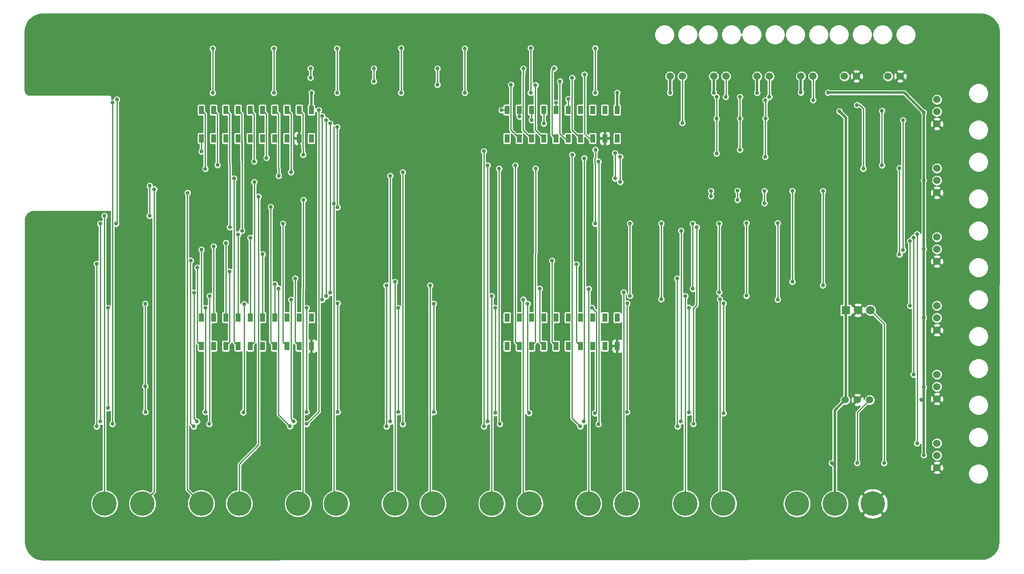
<source format=gbr>
%TF.GenerationSoftware,KiCad,Pcbnew,(5.1.12-1-g0a0a2da680)-1*%
%TF.CreationDate,2021-12-04T04:45:38-06:00*%
%TF.ProjectId,ArmBoard_Hardware,41726d42-6f61-4726-945f-486172647761,rev?*%
%TF.SameCoordinates,Original*%
%TF.FileFunction,Copper,L2,Bot*%
%TF.FilePolarity,Positive*%
%FSLAX46Y46*%
G04 Gerber Fmt 4.6, Leading zero omitted, Abs format (unit mm)*
G04 Created by KiCad (PCBNEW (5.1.12-1-g0a0a2da680)-1) date 2021-12-04 04:45:38*
%MOMM*%
%LPD*%
G01*
G04 APERTURE LIST*
%TA.AperFunction,ComponentPad*%
%ADD10C,1.524000*%
%TD*%
%TA.AperFunction,SMDPad,CuDef*%
%ADD11R,0.990600X1.778000*%
%TD*%
%TA.AperFunction,ComponentPad*%
%ADD12R,1.800000X1.800000*%
%TD*%
%TA.AperFunction,ComponentPad*%
%ADD13C,1.800000*%
%TD*%
%TA.AperFunction,ComponentPad*%
%ADD14C,5.080000*%
%TD*%
%TA.AperFunction,ViaPad*%
%ADD15C,0.800000*%
%TD*%
%TA.AperFunction,Conductor*%
%ADD16C,0.250000*%
%TD*%
%TA.AperFunction,Conductor*%
%ADD17C,0.500000*%
%TD*%
%TA.AperFunction,Conductor*%
%ADD18C,0.254000*%
%TD*%
%TA.AperFunction,Conductor*%
%ADD19C,0.100000*%
%TD*%
G04 APERTURE END LIST*
D10*
%TO.P,Conn20,2*%
%TO.N,LIM_4*%
X210172300Y-26035000D03*
%TO.P,Conn20,1*%
%TO.N,+3V3*%
X207632300Y-26035000D03*
%TD*%
%TO.P,Conn19,2*%
%TO.N,GND*%
X246392700Y-26035000D03*
%TO.P,Conn19,1*%
%TO.N,Net-(Conn19-Pad1)*%
X243852700Y-26035000D03*
%TD*%
%TO.P,Conn12,2*%
%TO.N,LIM_2*%
X201104500Y-26035000D03*
%TO.P,Conn12,1*%
%TO.N,+3V3*%
X198564500Y-26035000D03*
%TD*%
%TO.P,Conn11,2*%
%TO.N,LIM_1*%
X219202000Y-26035000D03*
%TO.P,Conn11,1*%
%TO.N,+3V3*%
X216662000Y-26035000D03*
%TD*%
%TO.P,Conn18,3*%
%TO.N,GND*%
X254000000Y-35941000D03*
%TO.P,Conn18,2*%
%TO.N,+3V3*%
X254000000Y-33401000D03*
%TO.P,Conn18,1*%
%TO.N,ENC_6*%
X254000000Y-30861000D03*
%TD*%
%TO.P,Conn17,3*%
%TO.N,GND*%
X254000000Y-64541400D03*
%TO.P,Conn17,2*%
%TO.N,+3V3*%
X254000000Y-62001400D03*
%TO.P,Conn17,1*%
%TO.N,ENC_5*%
X254000000Y-59461400D03*
%TD*%
%TO.P,Conn14,3*%
%TO.N,GND*%
X254000000Y-78841600D03*
%TO.P,Conn14,2*%
%TO.N,+3V3*%
X254000000Y-76301600D03*
%TO.P,Conn14,1*%
%TO.N,ENC_4*%
X254000000Y-73761600D03*
%TD*%
%TO.P,Conn13,3*%
%TO.N,GND*%
X254000000Y-107442000D03*
%TO.P,Conn13,2*%
%TO.N,+3V3*%
X254000000Y-104902000D03*
%TO.P,Conn13,1*%
%TO.N,ENC_3*%
X254000000Y-102362000D03*
%TD*%
%TO.P,Conn10,3*%
%TO.N,GND*%
X254000000Y-93141800D03*
%TO.P,Conn10,2*%
%TO.N,+3V3*%
X254000000Y-90601800D03*
%TO.P,Conn10,1*%
%TO.N,ENC_2*%
X254000000Y-88061800D03*
%TD*%
%TO.P,Conn9,3*%
%TO.N,GND*%
X254000000Y-50241200D03*
%TO.P,Conn9,2*%
%TO.N,+3V3*%
X254000000Y-47701200D03*
%TO.P,Conn9,1*%
%TO.N,ENC_1*%
X254000000Y-45161200D03*
%TD*%
%TO.P,Conn16,2*%
%TO.N,LIM_3*%
X228269800Y-26035000D03*
%TO.P,Conn16,1*%
%TO.N,+3V3*%
X225729800Y-26035000D03*
%TD*%
%TO.P,Conn15,2*%
%TO.N,GND*%
X237312200Y-26035000D03*
%TO.P,Conn15,1*%
%TO.N,Net-(Conn15-Pad1)*%
X234772200Y-26035000D03*
%TD*%
D11*
%TO.P,U1,PP2*%
%TO.N,N/C*%
X164719000Y-82130900D03*
%TO.P,U1,PN3*%
%TO.N,SOL*%
X167259000Y-82130900D03*
%TO.P,U1,PN2*%
%TO.N,LASER*%
X169799000Y-82130900D03*
%TO.P,U1,PD0*%
%TO.N,/Motor_Controller1-3/PMW_3*%
X172339000Y-82130900D03*
%TO.P,U1,PD1*%
%TO.N,/Motor_Controller1-3/PMW_2*%
X174879000Y-82130900D03*
%TO.P,U1,Rese*%
%TO.N,N/C*%
X177419000Y-82130900D03*
%TO.P,U1,PH3*%
%TO.N,/Motor_Controller1-3/PMW_1*%
X179959000Y-82130900D03*
%TO.P,U1,PH2*%
%TO.N,N/C*%
X182499000Y-82130900D03*
%TO.P,U1,PM3*%
X185039000Y-82130900D03*
%TO.P,U1,GND*%
%TO.N,GND*%
X187579000Y-82130900D03*
%TO.P,U1,PL3*%
%TO.N,N/C*%
X164719000Y-76238100D03*
%TO.P,U1,PL2*%
X167259000Y-76238100D03*
%TO.P,U1,PL1*%
X169799000Y-76238100D03*
%TO.P,U1,PL0*%
X172339000Y-76238100D03*
%TO.P,U1,PL5*%
X174879000Y-76238100D03*
%TO.P,U1,PL4*%
X177419000Y-76238100D03*
%TO.P,U1,PG0*%
X179959000Y-76238100D03*
%TO.P,U1,PF3*%
X182499000Y-76238100D03*
%TO.P,U1,PF2*%
X185039000Y-76238100D03*
%TO.P,U1,PF1*%
X187579000Y-76238100D03*
%TO.P,U1,PB3*%
%TO.N,/Motor_Controller1-3/IN_B_3*%
X164719000Y-33058100D03*
%TO.P,U1,PB2*%
%TO.N,/Motor_Controller1-3/IN_A_3*%
X167259000Y-33058100D03*
%TO.P,U1,PC7*%
%TO.N,/Motor_Controller1-3/IN_B_2*%
X169799000Y-33058100D03*
%TO.P,U1,PD3*%
%TO.N,/Motor_Controller1-3/IN_A_2*%
X172339000Y-33058100D03*
%TO.P,U1,PE5*%
%TO.N,/Motor_Controller1-3/IN_B_1*%
X174879000Y-33058100D03*
%TO.P,U1,PC6*%
%TO.N,/Motor_Controller1-3/IN_A_1*%
X177419000Y-33058100D03*
%TO.P,U1,PC5*%
%TO.N,N/C*%
X179959000Y-33058100D03*
%TO.P,U1,PC4*%
X182499000Y-33058100D03*
%TO.P,U1,PE4*%
X185039000Y-33058100D03*
%TO.P,U1,+3V3*%
%TO.N,+3V3*%
X187579000Y-33058100D03*
%TO.P,U1,PM5*%
%TO.N,N/C*%
X164719000Y-38950900D03*
%TO.P,U1,PM4*%
%TO.N,/MotorToggles/M7_toggle*%
X167259000Y-38950900D03*
%TO.P,U1,PA6*%
%TO.N,/MotorToggles/M6_toggle*%
X169799000Y-38950900D03*
%TO.P,U1,PD7*%
%TO.N,/MotorToggles/M5_toggle*%
X172339000Y-38950900D03*
%TO.P,U1,PE3*%
%TO.N,/MotorToggles/M4_toggle*%
X174879000Y-38950900D03*
%TO.P,U1,PE2*%
%TO.N,/MotorToggles/M3_toggle*%
X177419000Y-38950900D03*
%TO.P,U1,PE1*%
%TO.N,/MotorToggles/M2_toggle*%
X179959000Y-38950900D03*
%TO.P,U1,PE0*%
%TO.N,/MotorToggles/M1_toggle*%
X182499000Y-38950900D03*
%TO.P,U1,GND*%
%TO.N,GND*%
X185039000Y-38950900D03*
%TO.P,U1,+5V*%
%TO.N,N/C*%
X187579000Y-38950900D03*
%TO.P,U1,PP5*%
%TO.N,LIM_1*%
X118999000Y-82130900D03*
%TO.P,U1,PM7*%
%TO.N,/Motor_Controller4-6/PMW_5*%
X121539000Y-82130900D03*
%TO.P,U1,GND*%
%TO.N,GND*%
X124079000Y-82130900D03*
%TO.P,U1,PK7*%
%TO.N,ENC_6*%
X101219000Y-76238100D03*
%TO.P,U1,PK6*%
%TO.N,ENC_5*%
X103759000Y-76238100D03*
%TO.P,U1,PH1*%
%TO.N,ENC_4*%
X106299000Y-76238100D03*
%TO.P,U1,PH0*%
%TO.N,ENC_3*%
X108839000Y-76238100D03*
%TO.P,U1,PM2*%
%TO.N,ENC_2*%
X111379000Y-76238100D03*
%TO.P,U1,PM1*%
%TO.N,ENC_1*%
X113919000Y-76238100D03*
%TO.P,U1,PM0*%
%TO.N,/Motor_Controller_7-Gripper/PMW_7*%
X116459000Y-76238100D03*
%TO.P,U1,PK5*%
%TO.N,N/C*%
X118999000Y-76238100D03*
%TO.P,U1,PK4*%
X121539000Y-76238100D03*
%TO.P,U1,PG1*%
X124079000Y-76238100D03*
%TO.P,U1,PN4*%
%TO.N,/Motor_Controller4-6/IN_B_6*%
X101219000Y-33058100D03*
%TO.P,U1,PP4*%
%TO.N,/Motor_Controller4-6/IN_B_5*%
X106299000Y-33058100D03*
%TO.P,U1,PD5*%
%TO.N,/Motor_Controller4-6/IN_B_4*%
X111379000Y-33058100D03*
%TO.P,U1,PD4*%
%TO.N,/Motor_Controller4-6/IN_A_4*%
X113919000Y-33058100D03*
%TO.P,U1,PP1*%
%TO.N,/Motor_Controller_7-Gripper/IN_A_7*%
X116459000Y-33058100D03*
%TO.P,U1,PP0*%
%TO.N,/Motor_Controller_7-Gripper/IN_B_7*%
X118999000Y-33058100D03*
%TO.P,U1,PD2*%
%TO.N,/Motor_Controller4-6/PMW_4*%
X121539000Y-33058100D03*
%TO.P,U1,PA5*%
%TO.N,/Motor_Controller4-6/PMW_6*%
X101219000Y-38950900D03*
%TO.P,U1,PK3*%
%TO.N,N/C*%
X106299000Y-38950900D03*
%TO.P,U1,PB5*%
X116459000Y-38950900D03*
%TO.P,U1,PB4*%
X118999000Y-38950900D03*
%TO.P,U1,GND*%
%TO.N,GND*%
X121539000Y-38950900D03*
%TO.P,U1,+5V'*%
%TO.N,N/C*%
X124079000Y-38950900D03*
%TO.P,U1,PK1*%
X111379000Y-38950900D03*
%TO.P,U1,PK2*%
X108839000Y-38950900D03*
%TO.P,U1,PN5*%
%TO.N,/Motor_Controller4-6/IN_A_6*%
X103759000Y-33058100D03*
%TO.P,U1,PA7*%
%TO.N,LIM_2*%
X116459000Y-82130900D03*
%TO.P,U1,Rese'*%
%TO.N,N/C*%
X113919000Y-82130900D03*
%TO.P,U1,PA4*%
X103759000Y-38950900D03*
%TO.P,U1,PQ0*%
%TO.N,/Motor_Controller4-6/IN_A_5*%
X108839000Y-33058100D03*
%TO.P,U1,PP3*%
%TO.N,Net-(R15-Pad1)*%
X106299000Y-82130900D03*
%TO.P,U1,PQ3*%
%TO.N,LIM_4*%
X108839000Y-82130900D03*
%TO.P,U1,PK0*%
%TO.N,N/C*%
X113919000Y-38950900D03*
%TO.P,U1,PQ2*%
%TO.N,LIM_3*%
X111379000Y-82130900D03*
%TO.P,U1,PQ1*%
%TO.N,N/C*%
X103759000Y-82130900D03*
%TO.P,U1,PM6*%
%TO.N,Net-(R16-Pad1)*%
X101219000Y-82130900D03*
%TO.P,U1,+3V3'*%
%TO.N,+3V3*%
X124079000Y-33058100D03*
%TD*%
D12*
%TO.P,U3,1*%
%TO.N,+12V*%
X235077000Y-74676000D03*
D13*
%TO.P,U3,2*%
%TO.N,GND*%
X237617000Y-74676000D03*
%TO.P,U3,3*%
%TO.N,+5V*%
X240157000Y-74676000D03*
%TD*%
D14*
%TO.P,Conn5,2*%
%TO.N,OUTa_4*%
X181631165Y-114909600D03*
%TO.P,Conn5,1*%
%TO.N,OUTb_4*%
X189505165Y-114909600D03*
%TD*%
%TO.P,Conn6,2*%
%TO.N,OUTa_5*%
X201739500Y-114909600D03*
%TO.P,Conn6,1*%
%TO.N,OUTb_5*%
X209613500Y-114909600D03*
%TD*%
%TO.P,Conn1,3*%
%TO.N,+12VA*%
X224917000Y-114935000D03*
%TO.P,Conn1,2*%
%TO.N,+12V*%
X232791000Y-114935000D03*
%TO.P,Conn1,1*%
%TO.N,GND*%
X240665000Y-114935000D03*
%TD*%
%TO.P,Conn3,1*%
%TO.N,OUTb_2*%
X109071833Y-114909600D03*
%TO.P,Conn3,2*%
%TO.N,OUTa_2*%
X101197833Y-114909600D03*
%TD*%
D10*
%TO.P,U2,3*%
%TO.N,+3V3*%
X240030000Y-93345000D03*
%TO.P,U2,2*%
%TO.N,GND*%
X237490000Y-93345000D03*
%TO.P,U2,1*%
%TO.N,+12V*%
X234950000Y-93345000D03*
%TD*%
D14*
%TO.P,Conn2,1*%
%TO.N,OUTb_1*%
X88963500Y-114909600D03*
%TO.P,Conn2,2*%
%TO.N,OUTa_1*%
X81089500Y-114909600D03*
%TD*%
%TO.P,Conn4,1*%
%TO.N,OUTb_3*%
X129180166Y-114909600D03*
%TO.P,Conn4,2*%
%TO.N,OUTa_3*%
X121306166Y-114909600D03*
%TD*%
%TO.P,Conn7,2*%
%TO.N,OUTa_6*%
X161522832Y-114909600D03*
%TO.P,Conn7,1*%
%TO.N,OUTb_6*%
X169396832Y-114909600D03*
%TD*%
%TO.P,Conn8,1*%
%TO.N,OUTb_7*%
X149288499Y-114909600D03*
%TO.P,Conn8,2*%
%TO.N,OUTa_7*%
X141414499Y-114909600D03*
%TD*%
D15*
%TO.N,+3V3*%
X183019700Y-20218400D03*
X103568500Y-20269200D03*
X116268500Y-20243800D03*
X129400300Y-20243800D03*
X169608500Y-20193000D03*
X155943300Y-20243800D03*
%TO.N,GND*%
X205803500Y-102600501D03*
X204533500Y-102600501D03*
X207073500Y-102600501D03*
X205803500Y-103822500D03*
X204533500Y-103822500D03*
X207073500Y-103822500D03*
X204533500Y-105092500D03*
X207073500Y-105092500D03*
X205803500Y-105092500D03*
X185695165Y-102600501D03*
X184425165Y-102600501D03*
X186965165Y-102600501D03*
X185695165Y-103822500D03*
X184425165Y-103822500D03*
X186965165Y-103822500D03*
X184425165Y-105092500D03*
X186965165Y-105092500D03*
X185695165Y-105092500D03*
X165586832Y-102600501D03*
X164316832Y-102600501D03*
X166856832Y-102600501D03*
X165586832Y-103822500D03*
X164316832Y-103822500D03*
X166856832Y-103822500D03*
X164316832Y-105092500D03*
X166856832Y-105092500D03*
X165586832Y-105092500D03*
X145478499Y-102600501D03*
X144208499Y-102600501D03*
X146748499Y-102600501D03*
X145478499Y-103822500D03*
X144208499Y-103822500D03*
X146748499Y-103822500D03*
X144208499Y-105092500D03*
X146748499Y-105092500D03*
X145478499Y-105092500D03*
X125370166Y-102600501D03*
X124100166Y-102600501D03*
X126640166Y-102600501D03*
X125370166Y-103822500D03*
X124100166Y-103822500D03*
X126640166Y-103822500D03*
X124100166Y-105092500D03*
X126640166Y-105092500D03*
X125370166Y-105092500D03*
X105261833Y-102600501D03*
X103991833Y-102600501D03*
X106531833Y-102600501D03*
X105261833Y-103822500D03*
X103991833Y-103822500D03*
X106531833Y-103822500D03*
X103991833Y-105092500D03*
X106531833Y-105092500D03*
X105261833Y-105092500D03*
X85153500Y-102600501D03*
X83883500Y-102600501D03*
X86423500Y-102600501D03*
X86423500Y-105092500D03*
X85153500Y-105092500D03*
X83883500Y-105092500D03*
X86423500Y-103822500D03*
X85153500Y-103822500D03*
X83883500Y-103822500D03*
X93662500Y-103124000D03*
X76708000Y-103124000D03*
X96901000Y-103124000D03*
X113728500Y-103124000D03*
X116903500Y-103124000D03*
X133858000Y-103124000D03*
X137033000Y-103124000D03*
X153924000Y-103124000D03*
X157099000Y-103124000D03*
X174053500Y-103124000D03*
X177228500Y-103060500D03*
X194183000Y-103124000D03*
X197358000Y-103124000D03*
X214249000Y-103124000D03*
X202438000Y-63881000D03*
X202438000Y-65024000D03*
X195326000Y-53276500D03*
X195326000Y-54546500D03*
X201930000Y-53340000D03*
X201866500Y-54546500D03*
X207391000Y-53340000D03*
X207391000Y-54546500D03*
%TO.N,+12V*%
X232156000Y-106489500D03*
X233756200Y-33337500D03*
%TO.N,+3V3*%
X142684500Y-20193000D03*
X237426500Y-106489500D03*
X250748800Y-93332300D03*
X187579000Y-29464000D03*
X225729800Y-29438600D03*
X216662000Y-29464000D03*
X207645000Y-29464000D03*
X198564500Y-29464000D03*
X103568500Y-29464000D03*
X116268500Y-29464000D03*
X129413000Y-29464000D03*
X142684500Y-29464000D03*
X155956000Y-29464000D03*
X169608500Y-29464000D03*
X183007000Y-29464000D03*
X124079000Y-29464000D03*
X251269500Y-33528000D03*
X251269500Y-47688500D03*
X251269500Y-61976000D03*
X251269500Y-76263500D03*
X251269500Y-90741500D03*
X251269500Y-104838500D03*
X231368600Y-29438600D03*
%TO.N,OUTb_1*%
X91440000Y-49530000D03*
%TO.N,OUTb_2*%
X207073500Y-51009256D03*
X207075400Y-49909100D03*
X113093500Y-51054000D03*
%TO.N,OUTb_3*%
X218186000Y-49911000D03*
X218186000Y-52459256D03*
X128714500Y-52514500D03*
%TO.N,OUTb_4*%
X208788000Y-56705500D03*
X208788000Y-70966500D03*
X188912500Y-70993000D03*
%TO.N,OUTb_5*%
X208915000Y-72429000D03*
X220916500Y-72475999D03*
X220916500Y-56578500D03*
%TO.N,OUTb_6*%
X196748400Y-56642000D03*
X196723000Y-72429000D03*
X168079301Y-72458699D03*
%TO.N,OUTb_7*%
X230314500Y-49911000D03*
X230314500Y-69516500D03*
X148717000Y-69532500D03*
%TO.N,ENC_1*%
X246218678Y-63089822D03*
X113919000Y-63055500D03*
X246218678Y-45152278D03*
%TO.N,ENC_2*%
X249110500Y-59605500D03*
X111379000Y-59626500D03*
X249123001Y-88061999D03*
%TO.N,LIM_1*%
X219202000Y-30314000D03*
X213106000Y-30314000D03*
X213106000Y-34798000D03*
X118173500Y-56705500D03*
X183044311Y-56705500D03*
X183070500Y-41312000D03*
X213106000Y-41338500D03*
%TO.N,LIM_2*%
X201104500Y-35750500D03*
X129439500Y-36592000D03*
X129476500Y-53276500D03*
X115633500Y-53213000D03*
%TO.N,ENC_3*%
X249872500Y-58880500D03*
X108839000Y-58928000D03*
X249872500Y-102362000D03*
%TO.N,ENC_4*%
X248398000Y-60330500D03*
X106299000Y-60693300D03*
X248398000Y-73773000D03*
%TO.N,LIM_3*%
X218376500Y-34798000D03*
X218367069Y-31039000D03*
X228282500Y-30988000D03*
X112204500Y-48034246D03*
X188214000Y-48034246D03*
X188214000Y-42799000D03*
X218313000Y-42799000D03*
%TO.N,ENC_5*%
X103759000Y-61404500D03*
%TO.N,ENC_6*%
X246943679Y-62143300D03*
X101219000Y-62103000D03*
X246943679Y-35148721D03*
%TO.N,LIM_4*%
X210121500Y-30314000D03*
X208233173Y-30314000D03*
X208216500Y-34861500D03*
X208216500Y-42074000D03*
X187134500Y-42037000D03*
X187134500Y-47309246D03*
X108013500Y-47307500D03*
%TO.N,OUTa_1*%
X90487500Y-48822892D03*
X90450500Y-55054500D03*
X81089500Y-55054500D03*
%TO.N,OUTa_2*%
X98361500Y-50284256D03*
%TO.N,OUTa_3*%
X212598000Y-49847500D03*
X212598000Y-51734256D03*
X122428000Y-51752500D03*
%TO.N,OUTa_4*%
X203263500Y-56705500D03*
X181673500Y-70268000D03*
X203263500Y-70241500D03*
%TO.N,OUTa_5*%
X201739500Y-71755000D03*
X214439500Y-71691500D03*
X214439500Y-56578500D03*
%TO.N,OUTa_6*%
X190246000Y-56642000D03*
X190246000Y-71704000D03*
X161522832Y-71733832D03*
%TO.N,OUTa_7*%
X223964500Y-49911000D03*
X141414500Y-68807500D03*
X223964500Y-68791500D03*
%TO.N,+5V*%
X243014500Y-106489500D03*
X209677000Y-73279000D03*
X189674500Y-73279000D03*
X149479000Y-73342500D03*
X129540000Y-73279000D03*
X89573010Y-73367990D03*
X110109000Y-73406000D03*
X209677000Y-96139000D03*
X189649009Y-95885000D03*
X149479000Y-95885000D03*
X129540000Y-95885000D03*
X89598500Y-95885000D03*
X169291000Y-96075500D03*
X168973500Y-73342500D03*
X109918500Y-95948500D03*
X89573010Y-90525510D03*
%TO.N,LASER*%
X237375700Y-32004000D03*
X238696500Y-45265000D03*
X170624500Y-45265000D03*
%TO.N,SOL*%
X242582700Y-33210500D03*
X166433500Y-44540000D03*
X242581600Y-44540000D03*
%TO.N,/Motor_Controller1-3/PMW_3*%
X119634000Y-98806000D03*
X171513500Y-70241500D03*
X117279301Y-70172699D03*
%TO.N,/Motor_Controller1-3/PMW_2*%
X99605000Y-98869500D03*
X174053500Y-64399500D03*
X98996499Y-64399500D03*
%TO.N,/Motor_Controller1-3/PMW_1*%
X79475500Y-98869500D03*
X179133500Y-65124500D03*
X79475500Y-65061000D03*
%TO.N,/MotorToggles/M1_toggle*%
X180784500Y-25654000D03*
%TO.N,/MotorToggles/M2_toggle*%
X123888500Y-24384000D03*
X123888500Y-26355000D03*
X178239301Y-26355000D03*
%TO.N,/MotorToggles/M3_toggle*%
X137033000Y-24447500D03*
X137033000Y-27080000D03*
X175699301Y-27080000D03*
%TO.N,/MotorToggles/M4_toggle*%
X174498000Y-24384000D03*
%TO.N,/MotorToggles/M5_toggle*%
X170619301Y-27881699D03*
%TO.N,/MotorToggles/M6_toggle*%
X168084500Y-24447500D03*
%TO.N,/MotorToggles/M7_toggle*%
X150241000Y-24447500D03*
X150241000Y-27805000D03*
X165539301Y-27818199D03*
%TO.N,/Motor_Controller4-6/PMW_6*%
X159930000Y-98869500D03*
X159893000Y-41629500D03*
X101219000Y-41656000D03*
%TO.N,/Motor_Controller4-6/PMW_5*%
X200154908Y-98869500D03*
X200025000Y-68082500D03*
X120713500Y-68072000D03*
%TO.N,/Motor_Controller4-6/PMW_4*%
X179932500Y-98869500D03*
X178244500Y-42354500D03*
X122364500Y-42365000D03*
%TO.N,/Motor_Controller_7-Gripper/PMW_7*%
X139700000Y-98869500D03*
X139636500Y-69532501D03*
X116459000Y-69278500D03*
%TO.N,/Motor_Controller1-3/IN_B_3*%
X123084301Y-98361500D03*
X163576000Y-33083500D03*
X125603000Y-33083500D03*
%TO.N,/Motor_Controller1-3/IN_A_3*%
X120396000Y-97853500D03*
X167259000Y-34417000D03*
X126328000Y-34353500D03*
X126328000Y-72492500D03*
X119888000Y-72492500D03*
%TO.N,/Motor_Controller1-3/IN_B_2*%
X102870000Y-98361500D03*
X169799000Y-35142000D03*
X127127000Y-35179000D03*
X127127000Y-71767500D03*
X102938699Y-71766972D03*
%TO.N,/Motor_Controller1-3/IN_A_2*%
X100330000Y-97853500D03*
X172339000Y-35867000D03*
X127952500Y-35877500D03*
X127989500Y-71041972D03*
X99673699Y-71056500D03*
%TO.N,/Motor_Controller1-3/IN_B_1*%
X82740500Y-98361500D03*
X82794000Y-31559500D03*
X174879000Y-31559500D03*
%TO.N,/Motor_Controller1-3/IN_A_1*%
X80200500Y-97853500D03*
X80200500Y-56705500D03*
X83502500Y-56705500D03*
X83671696Y-30834500D03*
X177419000Y-30797500D03*
%TO.N,/Motor_Controller4-6/IN_B_6*%
X163195000Y-98361694D03*
X163068000Y-45265000D03*
X102039301Y-45280699D03*
%TO.N,/Motor_Controller4-6/IN_B_5*%
X203390500Y-98361500D03*
X204107163Y-57430500D03*
X107124500Y-57404000D03*
%TO.N,/Motor_Controller4-6/IN_B_4*%
X183705500Y-98369397D03*
X183705500Y-43815000D03*
X112199301Y-43756699D03*
%TO.N,/Motor_Controller4-6/IN_A_4*%
X180657500Y-97853500D03*
X180721000Y-43090000D03*
X114739301Y-42994699D03*
%TO.N,/Motor_Controller_7-Gripper/IN_A_7*%
X140462000Y-97853500D03*
X140462000Y-46736000D03*
X117284500Y-46736000D03*
%TO.N,/Motor_Controller_7-Gripper/IN_B_7*%
X143065500Y-98361500D03*
X143065500Y-45990000D03*
X119824500Y-45990000D03*
%TO.N,/Motor_Controller4-6/IN_A_6*%
X160655000Y-97853500D03*
X160655000Y-44540000D03*
X104584500Y-44513500D03*
%TO.N,/Motor_Controller4-6/IN_A_5*%
X200787000Y-97818708D03*
X200850500Y-58155500D03*
X109664500Y-58155500D03*
%TO.N,Net-(R15-Pad1)*%
X107099010Y-66649510D03*
%TO.N,Net-(R16-Pad1)*%
X100393500Y-65849500D03*
%TO.N,GND*%
X207975200Y-64262000D03*
X207975200Y-65760600D03*
%TO.N,OSC*%
X102044500Y-95885000D03*
X81814500Y-95059500D03*
X81814500Y-74231500D03*
X123084301Y-95885000D03*
X123084301Y-74231500D03*
X142139499Y-74231500D03*
X142139499Y-95885000D03*
X162247832Y-74192500D03*
X162247832Y-96075500D03*
X182356165Y-74192500D03*
X182943500Y-96139000D03*
X202464500Y-74168000D03*
X202464500Y-95948500D03*
X102044500Y-74231500D03*
%TD*%
D16*
%TO.N,+3V3*%
X183019700Y-20218400D02*
X183019700Y-29489400D01*
X103568500Y-20269200D02*
X103568500Y-29540200D01*
X116268500Y-20243800D02*
X116268500Y-29514800D01*
X129400300Y-20243800D02*
X129400300Y-29514800D01*
X169608500Y-20193000D02*
X169608500Y-29464000D01*
X155943300Y-20243800D02*
X155943300Y-29514800D01*
D17*
%TO.N,+12V*%
X232791000Y-95504000D02*
X234950000Y-93345000D01*
X235077000Y-93218000D02*
X234950000Y-93345000D01*
X235077000Y-74676000D02*
X235077000Y-93218000D01*
X232600500Y-106934000D02*
X232791000Y-106934000D01*
X232791000Y-106934000D02*
X232791000Y-95504000D01*
X232156000Y-106489500D02*
X232600500Y-106934000D01*
X232791000Y-114935000D02*
X232791000Y-106934000D01*
X235077000Y-34658300D02*
X233756200Y-33337500D01*
X235077000Y-74676000D02*
X235077000Y-34658300D01*
D16*
%TO.N,+3V3*%
X237426500Y-95948500D02*
X240030000Y-93345000D01*
X237426500Y-106489500D02*
X237426500Y-95948500D01*
D17*
X187579000Y-33058100D02*
X187579000Y-29464000D01*
X225729800Y-29438600D02*
X225729800Y-26035000D01*
X207556100Y-26111200D02*
X207632300Y-26035000D01*
X198488300Y-26111200D02*
X198564500Y-26035000D01*
X225755200Y-29464000D02*
X225729800Y-29438600D01*
X216662000Y-26035000D02*
X216662000Y-29464000D01*
X207632300Y-29451300D02*
X207645000Y-29464000D01*
X207632300Y-26035000D02*
X207632300Y-29451300D01*
X198564500Y-26035000D02*
X198564500Y-29464000D01*
D16*
X142684500Y-20193000D02*
X142684500Y-29464000D01*
D17*
X124079000Y-33058100D02*
X124079000Y-29464000D01*
X251269500Y-33528000D02*
X251269500Y-47688500D01*
X251269500Y-61976000D02*
X251269500Y-76263500D01*
X251269500Y-76263500D02*
X251269500Y-90614500D01*
X251256800Y-93332300D02*
X251269500Y-93345000D01*
X250748800Y-93332300D02*
X251256800Y-93332300D01*
X251269500Y-93345000D02*
X251269500Y-104838500D01*
X251269500Y-90614500D02*
X251269500Y-90741500D01*
X251269500Y-47688500D02*
X251269500Y-61976000D01*
X251269500Y-90741500D02*
X251269500Y-93345000D01*
X247180100Y-29438600D02*
X251269500Y-33528000D01*
X231368600Y-29438600D02*
X247180100Y-29438600D01*
D16*
%TO.N,OUTb_1*%
X91440000Y-112433100D02*
X88963500Y-114909600D01*
X91440000Y-49530000D02*
X91440000Y-112433100D01*
%TO.N,OUTb_2*%
X113098699Y-102680799D02*
X113098699Y-70098801D01*
X109071833Y-106707665D02*
X113098699Y-102680799D01*
X109071833Y-114909600D02*
X109071833Y-106707665D01*
X207075400Y-49909100D02*
X207075400Y-51007356D01*
X113093500Y-70093602D02*
X113098699Y-70098801D01*
X113093500Y-51054000D02*
X113093500Y-70093602D01*
%TO.N,OUTb_3*%
X128726009Y-114455443D02*
X128726009Y-71068009D01*
X129180166Y-114909600D02*
X128726009Y-114455443D01*
X218186000Y-49911000D02*
X218186000Y-52459256D01*
X128714500Y-71056500D02*
X128726009Y-71068009D01*
X128714500Y-52514500D02*
X128714500Y-71056500D01*
X128714500Y-52514500D02*
X128714500Y-36512500D01*
%TO.N,OUTb_4*%
X189505165Y-114909600D02*
X188924009Y-114328444D01*
X208788000Y-56705500D02*
X208788000Y-70966500D01*
X188924009Y-71004509D02*
X188924009Y-71552991D01*
X188912500Y-70993000D02*
X188924009Y-71004509D01*
X188924009Y-71552991D02*
X188924009Y-71195009D01*
X188924009Y-114328444D02*
X188924009Y-71552991D01*
%TO.N,OUTb_5*%
X209613500Y-114909600D02*
X208926509Y-114222609D01*
X208926509Y-72417491D02*
X208915000Y-72429000D01*
X220916500Y-72475999D02*
X220916500Y-56578500D01*
X208915000Y-114211100D02*
X209613500Y-114909600D01*
X208915000Y-72429000D02*
X208915000Y-114211100D01*
%TO.N,OUTb_6*%
X169396832Y-114909600D02*
X168079301Y-113592069D01*
X168079301Y-80981899D02*
X168084500Y-80976700D01*
X168079301Y-113592069D02*
X168079301Y-80981899D01*
X196748400Y-72403600D02*
X196723000Y-72429000D01*
X196748400Y-56642000D02*
X196748400Y-72403600D01*
X168079301Y-80981899D02*
X168079301Y-72458699D01*
%TO.N,OUTb_7*%
X148728509Y-114349610D02*
X148728509Y-70790991D01*
X149288499Y-114909600D02*
X148728509Y-114349610D01*
X230314500Y-49911000D02*
X230314500Y-69516500D01*
X148717000Y-70779482D02*
X148728509Y-70790991D01*
X148717000Y-69532500D02*
X148717000Y-70779482D01*
%TO.N,ENC_1*%
X113919000Y-76238100D02*
X113919000Y-71564500D01*
X113919000Y-63055500D02*
X113919000Y-71564500D01*
X246218678Y-63089822D02*
X246218678Y-45152278D01*
%TO.N,ENC_2*%
X111379000Y-76238100D02*
X111379000Y-71501000D01*
X111379000Y-59626500D02*
X111379000Y-71501000D01*
X249123000Y-59618000D02*
X249110500Y-59605500D01*
X249123001Y-59618001D02*
X249123001Y-88061999D01*
X249110500Y-59605500D02*
X249123001Y-59618001D01*
%TO.N,LIM_1*%
X118999000Y-82130900D02*
X118178699Y-81310599D01*
X219202000Y-26035000D02*
X219202000Y-30314000D01*
X213106000Y-30314000D02*
X213106000Y-34798000D01*
X118178699Y-81310599D02*
X118178699Y-70617199D01*
X118178699Y-56710699D02*
X118173500Y-56705500D01*
X118178699Y-70617199D02*
X118178699Y-56710699D01*
X182980499Y-44163001D02*
X182980499Y-43143001D01*
X183044311Y-44226813D02*
X182980499Y-44163001D01*
X183044311Y-56705500D02*
X183044311Y-44226813D01*
X183070500Y-43053000D02*
X183070500Y-41312000D01*
X182980499Y-43143001D02*
X183070500Y-43053000D01*
X213106000Y-41338500D02*
X213106000Y-34798000D01*
%TO.N,LIM_2*%
X116459000Y-82130900D02*
X115638699Y-81310599D01*
X201104500Y-26035000D02*
X201104500Y-35750500D01*
X129439500Y-53239500D02*
X129476500Y-53276500D01*
X129439500Y-36592000D02*
X129439500Y-53239500D01*
X115633500Y-53213000D02*
X115633500Y-70855602D01*
X115633500Y-70855602D02*
X115638699Y-70860801D01*
X115638699Y-70860801D02*
X115638699Y-70553699D01*
X115638699Y-81310599D02*
X115638699Y-70860801D01*
%TO.N,ENC_3*%
X249848000Y-58905000D02*
X249872500Y-58880500D01*
X108839000Y-76238100D02*
X108839000Y-71437500D01*
X108839000Y-58928000D02*
X108839000Y-71437500D01*
X249872500Y-58880500D02*
X249872500Y-102362000D01*
%TO.N,ENC_4*%
X106299000Y-60693300D02*
X106299000Y-71450200D01*
X106299000Y-71450200D02*
X106299000Y-71310500D01*
X106299000Y-76238100D02*
X106299000Y-71450200D01*
X248398000Y-60330500D02*
X248398000Y-73773000D01*
%TO.N,LIM_3*%
X111379000Y-82130900D02*
X112204500Y-81305400D01*
X218376500Y-31048431D02*
X218367069Y-31039000D01*
X218376500Y-34798000D02*
X218376500Y-31048431D01*
X228282500Y-26047700D02*
X228269800Y-26035000D01*
X228282500Y-30988000D02*
X228282500Y-26047700D01*
X112204500Y-81305400D02*
X112204500Y-77597000D01*
X112204500Y-77597000D02*
X112204500Y-72326500D01*
X112204500Y-72326500D02*
X112204500Y-71120000D01*
X112204500Y-71120000D02*
X112204500Y-48034246D01*
X188214000Y-48034246D02*
X188214000Y-42799000D01*
X218313000Y-34861500D02*
X218376500Y-34798000D01*
X218313000Y-42799000D02*
X218313000Y-34861500D01*
%TO.N,ENC_5*%
X103759000Y-76238100D02*
X103759000Y-71183500D01*
X103759000Y-61404500D02*
X103759000Y-71183500D01*
%TO.N,ENC_6*%
X101219000Y-76238100D02*
X101219000Y-71501000D01*
X246948000Y-62138979D02*
X246943679Y-62143300D01*
X101219000Y-62103000D02*
X101219000Y-71501000D01*
X246943679Y-35148721D02*
X246943679Y-62143300D01*
%TO.N,LIM_4*%
X210172300Y-30263200D02*
X210121500Y-30314000D01*
X210172300Y-26035000D02*
X210172300Y-30263200D01*
X208233173Y-34844827D02*
X208216500Y-34861500D01*
X208233173Y-30314000D02*
X208233173Y-34844827D01*
X208216500Y-34861500D02*
X208216500Y-42074000D01*
X187134500Y-42037000D02*
X187134500Y-47309246D01*
X108013500Y-81305400D02*
X108839000Y-82130900D01*
X108013500Y-47307500D02*
X108013500Y-81305400D01*
%TO.N,OUTa_1*%
X81089500Y-114909600D02*
X81089500Y-56769000D01*
X90487500Y-48822892D02*
X90487500Y-55017500D01*
X81089500Y-56769000D02*
X81089500Y-55054500D01*
%TO.N,OUTa_2*%
X98657834Y-112369601D02*
X101197833Y-114909600D01*
X98615500Y-112327267D02*
X98657834Y-112369601D01*
X98615500Y-112327267D02*
X98611267Y-112327267D01*
X98271499Y-111983266D02*
X98615500Y-112327267D01*
X98271499Y-50374257D02*
X98271499Y-111983266D01*
X98361500Y-50284256D02*
X98271499Y-50374257D01*
%TO.N,OUTa_3*%
X122359301Y-113856465D02*
X122359301Y-70289301D01*
X121306166Y-114909600D02*
X122359301Y-113856465D01*
X212598000Y-49847500D02*
X212598000Y-51734256D01*
X122428000Y-70220602D02*
X122359301Y-70289301D01*
X122428000Y-51752500D02*
X122428000Y-70220602D01*
%TO.N,OUTa_4*%
X181631165Y-114909600D02*
X181631165Y-70696665D01*
X181631165Y-70310335D02*
X181673500Y-70268000D01*
X181631165Y-70696665D02*
X181631165Y-70310335D01*
X203263500Y-70241500D02*
X203263500Y-56578500D01*
%TO.N,OUTa_5*%
X201739500Y-114909600D02*
X201739500Y-72390000D01*
X201739500Y-72390000D02*
X201739500Y-71755000D01*
X214439500Y-56578500D02*
X214439500Y-56832500D01*
X214439500Y-71691500D02*
X214439500Y-71247000D01*
X214439500Y-71247000D02*
X214439500Y-56832500D01*
X214439500Y-71374000D02*
X214439500Y-71247000D01*
%TO.N,OUTa_6*%
X190246000Y-56642000D02*
X190246000Y-71704000D01*
X161522832Y-114909600D02*
X161522832Y-71733832D01*
%TO.N,OUTa_7*%
X141414499Y-114909600D02*
X141414499Y-71628001D01*
X141414499Y-68807501D02*
X141414500Y-68807500D01*
X141414499Y-71628001D02*
X141414499Y-68807501D01*
X223964500Y-68791500D02*
X223964500Y-49911000D01*
%TO.N,+5V*%
X243014500Y-77533500D02*
X243014500Y-106489500D01*
X240157000Y-74676000D02*
X243014500Y-77533500D01*
X189649010Y-92354490D02*
X189649010Y-74256990D01*
D17*
X209651510Y-73304490D02*
X209677000Y-73279000D01*
X189649010Y-73304490D02*
X189674500Y-73279000D01*
D16*
X189649010Y-74256990D02*
X189649010Y-73304490D01*
D17*
X149453510Y-73367990D02*
X149479000Y-73342500D01*
X129451010Y-73367990D02*
X129540000Y-73279000D01*
X209651510Y-96113510D02*
X209677000Y-96139000D01*
D16*
X209677000Y-73279000D02*
X209677000Y-96139000D01*
X189649010Y-95884999D02*
X189649009Y-95885000D01*
X189649010Y-92354490D02*
X189649010Y-95884999D01*
X149479000Y-73342500D02*
X149479000Y-95885000D01*
X129540000Y-73279000D02*
X129540000Y-95885000D01*
X89573010Y-95859510D02*
X89598500Y-95885000D01*
X168973500Y-95758000D02*
X168973500Y-73342500D01*
X169291000Y-96075500D02*
X168973500Y-95758000D01*
X110109000Y-95758000D02*
X109918500Y-95948500D01*
X110109000Y-73406000D02*
X110109000Y-95758000D01*
X89573010Y-90525510D02*
X89573010Y-95859510D01*
X89573010Y-73367990D02*
X89573010Y-90525510D01*
%TO.N,LASER*%
X170619301Y-81310599D02*
X170619301Y-62933699D01*
X169799000Y-82130900D02*
X170619301Y-81310599D01*
X170624500Y-62928500D02*
X170619301Y-62933699D01*
X170624500Y-45265000D02*
X170624500Y-62928500D01*
X237375700Y-32004000D02*
X237947200Y-32004000D01*
X238696500Y-32753300D02*
X238696500Y-45265000D01*
X237947200Y-32004000D02*
X238696500Y-32753300D01*
%TO.N,SOL*%
X167259000Y-82130900D02*
X166438699Y-81310599D01*
X166438699Y-67431801D02*
X166438699Y-60266699D01*
X166438699Y-81310599D02*
X166438699Y-67431801D01*
X166438699Y-44545199D02*
X166433500Y-44540000D01*
X166438699Y-60266699D02*
X166438699Y-44545199D01*
X242582700Y-44538900D02*
X242581600Y-44540000D01*
X242582700Y-33210500D02*
X242582700Y-44538900D01*
%TO.N,/Motor_Controller1-3/PMW_3*%
X117279301Y-96451301D02*
X117279301Y-70680699D01*
X119634000Y-98806000D02*
X117279301Y-96451301D01*
X172339000Y-82130900D02*
X171518699Y-81310599D01*
X171518699Y-70246699D02*
X171513500Y-70241500D01*
X171518699Y-81310599D02*
X171518699Y-70246699D01*
X117279301Y-70680699D02*
X117279301Y-70172699D01*
%TO.N,/Motor_Controller1-3/PMW_2*%
X99345489Y-98609989D02*
X99605000Y-98869500D01*
X174058699Y-81310599D02*
X174058699Y-65156199D01*
X174879000Y-82130900D02*
X174058699Y-81310599D01*
X174058699Y-64404699D02*
X174053500Y-64399500D01*
X174058699Y-65156199D02*
X174058699Y-64404699D01*
X98948698Y-64447301D02*
X98996499Y-64399500D01*
X98948698Y-98213198D02*
X98948698Y-64447301D01*
X99605000Y-98869500D02*
X98948698Y-98213198D01*
%TO.N,/Motor_Controller1-3/PMW_1*%
X179138699Y-81310599D02*
X179138699Y-65219699D01*
X179959000Y-82130900D02*
X179138699Y-81310599D01*
X179138699Y-65129699D02*
X179133500Y-65124500D01*
X179138699Y-65219699D02*
X179138699Y-65129699D01*
X79475500Y-98869500D02*
X79475500Y-65061000D01*
%TO.N,/MotorToggles/M1_toggle*%
X181753700Y-38950900D02*
X180784500Y-37981700D01*
X182499000Y-38950900D02*
X181753700Y-38950900D01*
X180784500Y-25654000D02*
X180784500Y-26162000D01*
X180784500Y-26162000D02*
X180784500Y-26035000D01*
X180784500Y-37981700D02*
X180784500Y-26162000D01*
%TO.N,/MotorToggles/M2_toggle*%
X179959000Y-38950900D02*
X178239301Y-37231201D01*
X123888500Y-24384000D02*
X123888500Y-26355000D01*
X178239301Y-26355000D02*
X178239301Y-37231201D01*
%TO.N,/MotorToggles/M3_toggle*%
X176673700Y-38950900D02*
X175699301Y-37976501D01*
X177419000Y-38950900D02*
X176673700Y-38950900D01*
X137033000Y-24447500D02*
X137033000Y-27080000D01*
X175699301Y-27080000D02*
X175699301Y-37976501D01*
%TO.N,/MotorToggles/M4_toggle*%
X174498000Y-24384000D02*
X174058699Y-24823301D01*
X174777400Y-38950900D02*
X174058699Y-38232199D01*
X174879000Y-38950900D02*
X174777400Y-38950900D01*
X174058699Y-24823301D02*
X174058699Y-38232199D01*
%TO.N,/MotorToggles/M5_toggle*%
X170619301Y-37231201D02*
X170619301Y-27881699D01*
X172339000Y-38950900D02*
X170619301Y-37231201D01*
%TO.N,/MotorToggles/M6_toggle*%
X168079301Y-37231201D02*
X168079301Y-25786199D01*
X169799000Y-38950900D02*
X168079301Y-37231201D01*
X168084500Y-25781000D02*
X168079301Y-25786199D01*
X168084500Y-24447500D02*
X168084500Y-25781000D01*
%TO.N,/MotorToggles/M7_toggle*%
X167259000Y-38950900D02*
X165539301Y-37231201D01*
X150241000Y-24447500D02*
X150241000Y-27805000D01*
X165539301Y-37231201D02*
X165539301Y-27818199D01*
%TO.N,/Motor_Controller4-6/PMW_6*%
X159930000Y-98869500D02*
X159930000Y-72109500D01*
X159930000Y-41666500D02*
X159893000Y-41629500D01*
X159930000Y-72109500D02*
X159930000Y-41666500D01*
X101219000Y-38950900D02*
X101219000Y-41656000D01*
%TO.N,/Motor_Controller4-6/PMW_5*%
X121539000Y-82130900D02*
X120718699Y-81310599D01*
X120718699Y-81310599D02*
X120718699Y-71241801D01*
X200061999Y-98776591D02*
X200061999Y-71591001D01*
X200154908Y-98869500D02*
X200061999Y-98776591D01*
X200061999Y-68119499D02*
X200025000Y-68082500D01*
X200061999Y-71591001D02*
X200061999Y-68119499D01*
X120713500Y-71236602D02*
X120718699Y-71241801D01*
X120713500Y-68072000D02*
X120713500Y-71236602D01*
%TO.N,/Motor_Controller4-6/PMW_4*%
X122359301Y-33878401D02*
X122359301Y-41079301D01*
X121539000Y-33058100D02*
X122359301Y-33878401D01*
X178239301Y-97176301D02*
X178239301Y-64711699D01*
X179932500Y-98869500D02*
X178239301Y-97176301D01*
X178239301Y-65119301D02*
X178244500Y-65124500D01*
X178239301Y-64711699D02*
X178239301Y-65119301D01*
X178239301Y-42359699D02*
X178244500Y-42354500D01*
X178239301Y-64711699D02*
X178239301Y-42359699D01*
X122364500Y-41084500D02*
X122359301Y-41079301D01*
X122364500Y-42365000D02*
X122364500Y-41084500D01*
%TO.N,/Motor_Controller_7-Gripper/PMW_7*%
X139700000Y-98869500D02*
X139700000Y-72517000D01*
X139700000Y-69596001D02*
X139636500Y-69532501D01*
X139700000Y-72517000D02*
X139700000Y-69596001D01*
X116459000Y-69278500D02*
X116459000Y-70866000D01*
X116459000Y-70866000D02*
X116459000Y-70675500D01*
X116459000Y-76238100D02*
X116459000Y-70866000D01*
%TO.N,/Motor_Controller1-3/IN_B_3*%
X123084301Y-98361500D02*
X123809302Y-97636499D01*
X163601400Y-33058100D02*
X163576000Y-33083500D01*
X164719000Y-33058100D02*
X163601400Y-33058100D01*
X125603000Y-95842801D02*
X123084301Y-98361500D01*
X125603000Y-33083500D02*
X125603000Y-95842801D01*
%TO.N,/Motor_Controller1-3/IN_A_3*%
X167259000Y-33058100D02*
X167259000Y-34417000D01*
X126328000Y-34353500D02*
X126328000Y-72492500D01*
X119888000Y-97345500D02*
X120396000Y-97853500D01*
X119888000Y-72492500D02*
X119888000Y-97345500D01*
%TO.N,/Motor_Controller1-3/IN_B_2*%
X169799000Y-33058100D02*
X169799000Y-35142000D01*
X102938699Y-98292801D02*
X102870000Y-98361500D01*
X127127000Y-35179000D02*
X127127000Y-71767500D01*
X102938699Y-71749801D02*
X102938699Y-98292801D01*
%TO.N,/Motor_Controller1-3/IN_A_2*%
X172339000Y-33058100D02*
X172339000Y-35867000D01*
X99795499Y-97318999D02*
X100330000Y-97853500D01*
X127952500Y-71004972D02*
X127989500Y-71041972D01*
X127952500Y-35877500D02*
X127952500Y-71004972D01*
X99673699Y-97197199D02*
X99795499Y-97318999D01*
X99673699Y-71056500D02*
X99673699Y-97197199D01*
%TO.N,/Motor_Controller1-3/IN_B_1*%
X82740500Y-98361500D02*
X82740500Y-56007000D01*
X82794000Y-55953500D02*
X82740500Y-56007000D01*
X82794000Y-31559500D02*
X82794000Y-55953500D01*
X174879000Y-31559500D02*
X174879000Y-33058100D01*
%TO.N,/Motor_Controller1-3/IN_A_1*%
X80200500Y-97853500D02*
X80200500Y-56705500D01*
X83671696Y-56536304D02*
X83671696Y-30834500D01*
X83502500Y-56705500D02*
X83671696Y-56536304D01*
X177419000Y-30797500D02*
X177419000Y-33058100D01*
%TO.N,/Motor_Controller4-6/IN_B_6*%
X102039301Y-33878401D02*
X102039301Y-45280699D01*
X101219000Y-33058100D02*
X102039301Y-33878401D01*
X163070075Y-45267075D02*
X163068000Y-45265000D01*
X163070075Y-70673425D02*
X163070075Y-45267075D01*
X163195000Y-98171000D02*
X163070075Y-98046075D01*
X163195000Y-98361694D02*
X163195000Y-98171000D01*
X163070075Y-98046075D02*
X163070075Y-70673425D01*
%TO.N,/Motor_Controller4-6/IN_B_5*%
X203390500Y-98361500D02*
X203390500Y-74295000D01*
X107119301Y-33878401D02*
X107119301Y-44328199D01*
X106299000Y-33058100D02*
X107119301Y-33878401D01*
X204107163Y-73578337D02*
X204107163Y-57430500D01*
X203390500Y-74295000D02*
X204107163Y-73578337D01*
X107124500Y-44333398D02*
X107119301Y-44328199D01*
X107124500Y-57404000D02*
X107124500Y-44333398D01*
%TO.N,/Motor_Controller4-6/IN_B_4*%
X112199301Y-33878401D02*
X112199301Y-43756699D01*
X111379000Y-33058100D02*
X112199301Y-33878401D01*
X183769311Y-98305586D02*
X183705500Y-98369397D01*
X183769311Y-43878811D02*
X183769311Y-98305586D01*
X183705500Y-43815000D02*
X183769311Y-43878811D01*
%TO.N,/Motor_Controller4-6/IN_A_4*%
X114739301Y-33878401D02*
X114739301Y-42994699D01*
X113919000Y-33058100D02*
X114739301Y-33878401D01*
X180779301Y-97731699D02*
X180779301Y-67558801D01*
X180657500Y-97853500D02*
X180779301Y-97731699D01*
X180779301Y-43148301D02*
X180721000Y-43090000D01*
X180779301Y-67558801D02*
X180779301Y-43148301D01*
%TO.N,/Motor_Controller_7-Gripper/IN_A_7*%
X140462000Y-97853500D02*
X140462000Y-72707500D01*
X117279301Y-33878401D02*
X117279301Y-45153699D01*
X116459000Y-33058100D02*
X117279301Y-33878401D01*
X140462000Y-72707500D02*
X140462000Y-46736000D01*
X117284500Y-45158898D02*
X117279301Y-45153699D01*
X117284500Y-46736000D02*
X117284500Y-45158898D01*
%TO.N,/Motor_Controller_7-Gripper/IN_B_7*%
X143065500Y-98361500D02*
X143065500Y-71882000D01*
X118999000Y-33058100D02*
X119824500Y-33883600D01*
X143065500Y-71882000D02*
X143065500Y-45990000D01*
X119824500Y-45990000D02*
X119824500Y-45466000D01*
X119824500Y-45466000D02*
X119824500Y-45720000D01*
X119824500Y-33883600D02*
X119824500Y-45466000D01*
%TO.N,/Motor_Controller4-6/IN_A_6*%
X160655000Y-97853500D02*
X160655000Y-72771000D01*
X160655000Y-72771000D02*
X160655000Y-44540000D01*
X104579301Y-33878401D02*
X103759000Y-33058100D01*
X104579301Y-44508301D02*
X104579301Y-33878401D01*
X104584500Y-44513500D02*
X104579301Y-44508301D01*
%TO.N,/Motor_Controller4-6/IN_A_5*%
X108839000Y-33058100D02*
X109659301Y-33878401D01*
X200879908Y-58184908D02*
X200850500Y-58155500D01*
X200879908Y-71725592D02*
X200879908Y-58184908D01*
X109664500Y-39370000D02*
X109659301Y-39364801D01*
X109664500Y-58155500D02*
X109664500Y-39370000D01*
X109659301Y-39364801D02*
X109659301Y-43629699D01*
X109659301Y-33878401D02*
X109659301Y-39364801D01*
X200787000Y-97409000D02*
X200879908Y-97316092D01*
X200787000Y-97818708D02*
X200787000Y-97409000D01*
X200879908Y-97316092D02*
X200879908Y-71725592D01*
%TO.N,Net-(R15-Pad1)*%
X107119301Y-66669801D02*
X107099010Y-66649510D01*
X106299000Y-82130900D02*
X107119301Y-81310599D01*
X107119301Y-81310599D02*
X107119301Y-66669801D01*
%TO.N,Net-(R16-Pad1)*%
X101219000Y-82130900D02*
X100398699Y-81310599D01*
X100398699Y-81310599D02*
X100398699Y-65971301D01*
X100393500Y-65966102D02*
X100398699Y-65971301D01*
X100393500Y-65849500D02*
X100393500Y-65966102D01*
%TO.N,OSC*%
X81814500Y-95059500D02*
X81814500Y-74231500D01*
X123084301Y-95885000D02*
X123084301Y-74231500D01*
X142139499Y-74231500D02*
X142139499Y-95885000D01*
X162247832Y-74192500D02*
X162247832Y-96075500D01*
X183319301Y-95763199D02*
X182943500Y-96139000D01*
X183319301Y-75155636D02*
X183319301Y-95763199D01*
X182356165Y-74192500D02*
X183319301Y-75155636D01*
X202464500Y-74168000D02*
X202464500Y-95948500D01*
X102044500Y-95885000D02*
X102044500Y-74231500D01*
%TD*%
D18*
%TO.N,GND*%
X68241671Y-13105913D02*
X68242559Y-13106000D01*
X263187646Y-13106000D01*
X263929961Y-13178785D01*
X264624911Y-13388602D01*
X265265869Y-13729405D01*
X265828428Y-14188217D01*
X266291152Y-14747555D01*
X266636419Y-15386116D01*
X266851082Y-16079579D01*
X266928973Y-16820668D01*
X266929000Y-16828449D01*
X266865513Y-122789017D01*
X266793925Y-123519128D01*
X266587689Y-124202212D01*
X266252703Y-124832230D01*
X265801728Y-125385180D01*
X265251939Y-125840006D01*
X264624280Y-126179380D01*
X263942651Y-126390379D01*
X263213892Y-126466975D01*
X263206171Y-126467002D01*
X68409231Y-126593988D01*
X67667038Y-126521215D01*
X66972087Y-126311398D01*
X66331127Y-125970592D01*
X65768578Y-125511788D01*
X65305851Y-124952449D01*
X64960582Y-124313888D01*
X64745918Y-123620419D01*
X64668027Y-122879332D01*
X64668000Y-122871648D01*
X64668000Y-55899854D01*
X64703295Y-55539888D01*
X64802071Y-55212726D01*
X64962512Y-54910981D01*
X65178504Y-54646148D01*
X65441826Y-54428310D01*
X65742441Y-54265768D01*
X66068901Y-54164712D01*
X66427709Y-54127000D01*
X82149060Y-54127000D01*
X82169000Y-54128964D01*
X82248590Y-54121125D01*
X82288001Y-54109170D01*
X82288001Y-55780162D01*
X82270755Y-55812426D01*
X82241822Y-55907808D01*
X82232053Y-56007000D01*
X82234501Y-56031856D01*
X82234501Y-73572835D01*
X82184442Y-73539387D01*
X82042309Y-73480513D01*
X81891422Y-73450500D01*
X81737578Y-73450500D01*
X81595500Y-73478761D01*
X81595500Y-55653001D01*
X81696142Y-55552359D01*
X81781613Y-55424442D01*
X81840487Y-55282309D01*
X81870500Y-55131422D01*
X81870500Y-54977578D01*
X81840487Y-54826691D01*
X81781613Y-54684558D01*
X81696142Y-54556641D01*
X81587359Y-54447858D01*
X81459442Y-54362387D01*
X81317309Y-54303513D01*
X81166422Y-54273500D01*
X81012578Y-54273500D01*
X80861691Y-54303513D01*
X80719558Y-54362387D01*
X80591641Y-54447858D01*
X80482858Y-54556641D01*
X80397387Y-54684558D01*
X80338513Y-54826691D01*
X80308500Y-54977578D01*
X80308500Y-55131422D01*
X80338513Y-55282309D01*
X80397387Y-55424442D01*
X80482858Y-55552359D01*
X80583501Y-55653002D01*
X80583500Y-56022112D01*
X80570442Y-56013387D01*
X80428309Y-55954513D01*
X80277422Y-55924500D01*
X80123578Y-55924500D01*
X79972691Y-55954513D01*
X79830558Y-56013387D01*
X79702641Y-56098858D01*
X79593858Y-56207641D01*
X79508387Y-56335558D01*
X79449513Y-56477691D01*
X79419500Y-56628578D01*
X79419500Y-56782422D01*
X79449513Y-56933309D01*
X79508387Y-57075442D01*
X79593858Y-57203359D01*
X79694501Y-57304002D01*
X79694501Y-64308261D01*
X79552422Y-64280000D01*
X79398578Y-64280000D01*
X79247691Y-64310013D01*
X79105558Y-64368887D01*
X78977641Y-64454358D01*
X78868858Y-64563141D01*
X78783387Y-64691058D01*
X78724513Y-64833191D01*
X78694500Y-64984078D01*
X78694500Y-65137922D01*
X78724513Y-65288809D01*
X78783387Y-65430942D01*
X78868858Y-65558859D01*
X78969501Y-65659502D01*
X78969500Y-98270999D01*
X78868858Y-98371641D01*
X78783387Y-98499558D01*
X78724513Y-98641691D01*
X78694500Y-98792578D01*
X78694500Y-98946422D01*
X78724513Y-99097309D01*
X78783387Y-99239442D01*
X78868858Y-99367359D01*
X78977641Y-99476142D01*
X79105558Y-99561613D01*
X79247691Y-99620487D01*
X79398578Y-99650500D01*
X79552422Y-99650500D01*
X79703309Y-99620487D01*
X79845442Y-99561613D01*
X79973359Y-99476142D01*
X80082142Y-99367359D01*
X80167613Y-99239442D01*
X80226487Y-99097309D01*
X80256500Y-98946422D01*
X80256500Y-98792578D01*
X80226487Y-98641691D01*
X80223508Y-98634500D01*
X80277422Y-98634500D01*
X80428309Y-98604487D01*
X80570442Y-98545613D01*
X80583500Y-98536888D01*
X80583500Y-112032024D01*
X80237476Y-112100853D01*
X79705888Y-112321044D01*
X79227471Y-112640712D01*
X78820612Y-113047571D01*
X78500944Y-113525988D01*
X78280753Y-114057576D01*
X78168500Y-114621907D01*
X78168500Y-115197293D01*
X78280753Y-115761624D01*
X78500944Y-116293212D01*
X78820612Y-116771629D01*
X79227471Y-117178488D01*
X79705888Y-117498156D01*
X80237476Y-117718347D01*
X80801807Y-117830600D01*
X81377193Y-117830600D01*
X81941524Y-117718347D01*
X82473112Y-117498156D01*
X82951529Y-117178488D01*
X83358388Y-116771629D01*
X83678056Y-116293212D01*
X83898247Y-115761624D01*
X84010500Y-115197293D01*
X84010500Y-114621907D01*
X86042500Y-114621907D01*
X86042500Y-115197293D01*
X86154753Y-115761624D01*
X86374944Y-116293212D01*
X86694612Y-116771629D01*
X87101471Y-117178488D01*
X87579888Y-117498156D01*
X88111476Y-117718347D01*
X88675807Y-117830600D01*
X89251193Y-117830600D01*
X89815524Y-117718347D01*
X90347112Y-117498156D01*
X90825529Y-117178488D01*
X91232388Y-116771629D01*
X91552056Y-116293212D01*
X91772247Y-115761624D01*
X91884500Y-115197293D01*
X91884500Y-114621907D01*
X91772247Y-114057576D01*
X91552056Y-113525988D01*
X91356049Y-113232643D01*
X91780220Y-112808472D01*
X91799527Y-112792627D01*
X91862759Y-112715579D01*
X91909745Y-112627675D01*
X91938678Y-112532293D01*
X91946000Y-112457954D01*
X91948448Y-112433100D01*
X91946000Y-112408246D01*
X91946000Y-50207334D01*
X97580500Y-50207334D01*
X97580500Y-50361178D01*
X97610513Y-50512065D01*
X97669387Y-50654198D01*
X97754858Y-50782115D01*
X97765499Y-50792756D01*
X97765500Y-111958410D01*
X97763052Y-111983266D01*
X97772821Y-112082458D01*
X97801754Y-112177840D01*
X97801755Y-112177841D01*
X97848741Y-112265745D01*
X97911973Y-112342793D01*
X97931279Y-112358637D01*
X98216521Y-112643880D01*
X98251740Y-112686794D01*
X98294658Y-112722016D01*
X98805284Y-113232642D01*
X98609277Y-113525988D01*
X98389086Y-114057576D01*
X98276833Y-114621907D01*
X98276833Y-115197293D01*
X98389086Y-115761624D01*
X98609277Y-116293212D01*
X98928945Y-116771629D01*
X99335804Y-117178488D01*
X99814221Y-117498156D01*
X100345809Y-117718347D01*
X100910140Y-117830600D01*
X101485526Y-117830600D01*
X102049857Y-117718347D01*
X102581445Y-117498156D01*
X103059862Y-117178488D01*
X103466721Y-116771629D01*
X103786389Y-116293212D01*
X104006580Y-115761624D01*
X104118833Y-115197293D01*
X104118833Y-114621907D01*
X104006580Y-114057576D01*
X103786389Y-113525988D01*
X103466721Y-113047571D01*
X103059862Y-112640712D01*
X102581445Y-112321044D01*
X102049857Y-112100853D01*
X101485526Y-111988600D01*
X100910140Y-111988600D01*
X100345809Y-112100853D01*
X99814221Y-112321044D01*
X99520875Y-112517051D01*
X98990876Y-111987052D01*
X98975027Y-111967740D01*
X98955720Y-111951895D01*
X98777499Y-111773675D01*
X98777499Y-98757590D01*
X98824000Y-98804091D01*
X98824000Y-98946422D01*
X98854013Y-99097309D01*
X98912887Y-99239442D01*
X98998358Y-99367359D01*
X99107141Y-99476142D01*
X99235058Y-99561613D01*
X99377191Y-99620487D01*
X99528078Y-99650500D01*
X99681922Y-99650500D01*
X99832809Y-99620487D01*
X99974942Y-99561613D01*
X100102859Y-99476142D01*
X100211642Y-99367359D01*
X100297113Y-99239442D01*
X100355987Y-99097309D01*
X100386000Y-98946422D01*
X100386000Y-98792578D01*
X100355987Y-98641691D01*
X100353008Y-98634500D01*
X100406922Y-98634500D01*
X100557809Y-98604487D01*
X100699942Y-98545613D01*
X100827859Y-98460142D01*
X100936642Y-98351359D01*
X101022113Y-98223442D01*
X101080987Y-98081309D01*
X101111000Y-97930422D01*
X101111000Y-97776578D01*
X101080987Y-97625691D01*
X101022113Y-97483558D01*
X100936642Y-97355641D01*
X100827859Y-97246858D01*
X100699942Y-97161387D01*
X100557809Y-97102513D01*
X100406922Y-97072500D01*
X100264591Y-97072500D01*
X100179699Y-96987608D01*
X100179699Y-81807190D01*
X100340857Y-81968348D01*
X100340857Y-83019900D01*
X100348213Y-83094589D01*
X100369999Y-83166408D01*
X100405378Y-83232596D01*
X100452989Y-83290611D01*
X100511004Y-83338222D01*
X100577192Y-83373601D01*
X100649011Y-83395387D01*
X100723700Y-83402743D01*
X101538501Y-83402743D01*
X101538500Y-95286499D01*
X101437858Y-95387141D01*
X101352387Y-95515058D01*
X101293513Y-95657191D01*
X101263500Y-95808078D01*
X101263500Y-95961922D01*
X101293513Y-96112809D01*
X101352387Y-96254942D01*
X101437858Y-96382859D01*
X101546641Y-96491642D01*
X101674558Y-96577113D01*
X101816691Y-96635987D01*
X101967578Y-96666000D01*
X102121422Y-96666000D01*
X102272309Y-96635987D01*
X102414442Y-96577113D01*
X102432700Y-96564913D01*
X102432700Y-97714394D01*
X102372141Y-97754858D01*
X102263358Y-97863641D01*
X102177887Y-97991558D01*
X102119013Y-98133691D01*
X102089000Y-98284578D01*
X102089000Y-98438422D01*
X102119013Y-98589309D01*
X102177887Y-98731442D01*
X102263358Y-98859359D01*
X102372141Y-98968142D01*
X102500058Y-99053613D01*
X102642191Y-99112487D01*
X102793078Y-99142500D01*
X102946922Y-99142500D01*
X103097809Y-99112487D01*
X103239942Y-99053613D01*
X103367859Y-98968142D01*
X103476642Y-98859359D01*
X103562113Y-98731442D01*
X103620987Y-98589309D01*
X103651000Y-98438422D01*
X103651000Y-98284578D01*
X103620987Y-98133691D01*
X103562113Y-97991558D01*
X103476642Y-97863641D01*
X103444699Y-97831698D01*
X103444699Y-83402743D01*
X104254300Y-83402743D01*
X104328989Y-83395387D01*
X104400808Y-83373601D01*
X104466996Y-83338222D01*
X104525011Y-83290611D01*
X104572622Y-83232596D01*
X104608001Y-83166408D01*
X104629787Y-83094589D01*
X104637143Y-83019900D01*
X104637143Y-81241900D01*
X104629787Y-81167211D01*
X104608001Y-81095392D01*
X104572622Y-81029204D01*
X104525011Y-80971189D01*
X104466996Y-80923578D01*
X104400808Y-80888199D01*
X104328989Y-80866413D01*
X104254300Y-80859057D01*
X103444699Y-80859057D01*
X103444699Y-77509943D01*
X104254300Y-77509943D01*
X104328989Y-77502587D01*
X104400808Y-77480801D01*
X104466996Y-77445422D01*
X104525011Y-77397811D01*
X104572622Y-77339796D01*
X104608001Y-77273608D01*
X104629787Y-77201789D01*
X104637143Y-77127100D01*
X104637143Y-75349100D01*
X104629787Y-75274411D01*
X104608001Y-75202592D01*
X104572622Y-75136404D01*
X104525011Y-75078389D01*
X104466996Y-75030778D01*
X104400808Y-74995399D01*
X104328989Y-74973613D01*
X104265000Y-74967311D01*
X104265000Y-62003001D01*
X104365642Y-61902359D01*
X104451113Y-61774442D01*
X104509987Y-61632309D01*
X104540000Y-61481422D01*
X104540000Y-61327578D01*
X104509987Y-61176691D01*
X104451113Y-61034558D01*
X104365642Y-60906641D01*
X104256859Y-60797858D01*
X104128942Y-60712387D01*
X103986809Y-60653513D01*
X103835922Y-60623500D01*
X103682078Y-60623500D01*
X103531191Y-60653513D01*
X103389058Y-60712387D01*
X103261141Y-60797858D01*
X103152358Y-60906641D01*
X103066887Y-61034558D01*
X103008013Y-61176691D01*
X102978000Y-61327578D01*
X102978000Y-61481422D01*
X103008013Y-61632309D01*
X103066887Y-61774442D01*
X103152358Y-61902359D01*
X103253000Y-62003001D01*
X103253001Y-71051812D01*
X103166508Y-71015985D01*
X103015621Y-70985972D01*
X102861777Y-70985972D01*
X102710890Y-71015985D01*
X102568757Y-71074859D01*
X102440840Y-71160330D01*
X102332057Y-71269113D01*
X102246586Y-71397030D01*
X102187712Y-71539163D01*
X102157699Y-71690050D01*
X102157699Y-71843894D01*
X102187712Y-71994781D01*
X102246586Y-72136914D01*
X102332057Y-72264831D01*
X102432699Y-72365473D01*
X102432699Y-73551586D01*
X102414442Y-73539387D01*
X102272309Y-73480513D01*
X102121422Y-73450500D01*
X101967578Y-73450500D01*
X101816691Y-73480513D01*
X101725000Y-73518493D01*
X101725000Y-62701501D01*
X101825642Y-62600859D01*
X101911113Y-62472942D01*
X101969987Y-62330809D01*
X102000000Y-62179922D01*
X102000000Y-62026078D01*
X101969987Y-61875191D01*
X101911113Y-61733058D01*
X101825642Y-61605141D01*
X101716859Y-61496358D01*
X101588942Y-61410887D01*
X101446809Y-61352013D01*
X101295922Y-61322000D01*
X101142078Y-61322000D01*
X100991191Y-61352013D01*
X100849058Y-61410887D01*
X100721141Y-61496358D01*
X100612358Y-61605141D01*
X100526887Y-61733058D01*
X100468013Y-61875191D01*
X100438000Y-62026078D01*
X100438000Y-62179922D01*
X100468013Y-62330809D01*
X100526887Y-62472942D01*
X100612358Y-62600859D01*
X100713000Y-62701501D01*
X100713000Y-65136493D01*
X100621309Y-65098513D01*
X100470422Y-65068500D01*
X100316578Y-65068500D01*
X100165691Y-65098513D01*
X100023558Y-65157387D01*
X99895641Y-65242858D01*
X99786858Y-65351641D01*
X99701387Y-65479558D01*
X99642513Y-65621691D01*
X99612500Y-65772578D01*
X99612500Y-65926422D01*
X99642513Y-66077309D01*
X99701387Y-66219442D01*
X99786858Y-66347359D01*
X99892700Y-66453201D01*
X99892700Y-70303761D01*
X99750621Y-70275500D01*
X99596777Y-70275500D01*
X99454698Y-70303761D01*
X99454698Y-65032642D01*
X99494358Y-65006142D01*
X99603141Y-64897359D01*
X99688612Y-64769442D01*
X99747486Y-64627309D01*
X99777499Y-64476422D01*
X99777499Y-64322578D01*
X99747486Y-64171691D01*
X99688612Y-64029558D01*
X99603141Y-63901641D01*
X99494358Y-63792858D01*
X99366441Y-63707387D01*
X99224308Y-63648513D01*
X99073421Y-63618500D01*
X98919577Y-63618500D01*
X98777499Y-63646761D01*
X98777499Y-50945595D01*
X98859359Y-50890898D01*
X98968142Y-50782115D01*
X99053613Y-50654198D01*
X99112487Y-50512065D01*
X99142500Y-50361178D01*
X99142500Y-50207334D01*
X99112487Y-50056447D01*
X99053613Y-49914314D01*
X98968142Y-49786397D01*
X98859359Y-49677614D01*
X98731442Y-49592143D01*
X98589309Y-49533269D01*
X98438422Y-49503256D01*
X98284578Y-49503256D01*
X98133691Y-49533269D01*
X97991558Y-49592143D01*
X97863641Y-49677614D01*
X97754858Y-49786397D01*
X97669387Y-49914314D01*
X97610513Y-50056447D01*
X97580500Y-50207334D01*
X91946000Y-50207334D01*
X91946000Y-50128501D01*
X92046642Y-50027859D01*
X92132113Y-49899942D01*
X92190987Y-49757809D01*
X92221000Y-49606922D01*
X92221000Y-49453078D01*
X92190987Y-49302191D01*
X92132113Y-49160058D01*
X92046642Y-49032141D01*
X91937859Y-48923358D01*
X91809942Y-48837887D01*
X91667809Y-48779013D01*
X91516922Y-48749000D01*
X91363078Y-48749000D01*
X91268500Y-48767813D01*
X91268500Y-48745970D01*
X91238487Y-48595083D01*
X91179613Y-48452950D01*
X91094142Y-48325033D01*
X90985359Y-48216250D01*
X90857442Y-48130779D01*
X90715309Y-48071905D01*
X90564422Y-48041892D01*
X90410578Y-48041892D01*
X90259691Y-48071905D01*
X90117558Y-48130779D01*
X89989641Y-48216250D01*
X89880858Y-48325033D01*
X89795387Y-48452950D01*
X89736513Y-48595083D01*
X89706500Y-48745970D01*
X89706500Y-48899814D01*
X89736513Y-49050701D01*
X89795387Y-49192834D01*
X89880858Y-49320751D01*
X89981500Y-49421393D01*
X89981501Y-54428575D01*
X89952641Y-54447858D01*
X89843858Y-54556641D01*
X89758387Y-54684558D01*
X89699513Y-54826691D01*
X89669500Y-54977578D01*
X89669500Y-55131422D01*
X89699513Y-55282309D01*
X89758387Y-55424442D01*
X89843858Y-55552359D01*
X89952641Y-55661142D01*
X90080558Y-55746613D01*
X90222691Y-55805487D01*
X90373578Y-55835500D01*
X90527422Y-55835500D01*
X90678309Y-55805487D01*
X90820442Y-55746613D01*
X90934000Y-55670736D01*
X90934001Y-112223507D01*
X90640457Y-112517051D01*
X90347112Y-112321044D01*
X89815524Y-112100853D01*
X89251193Y-111988600D01*
X88675807Y-111988600D01*
X88111476Y-112100853D01*
X87579888Y-112321044D01*
X87101471Y-112640712D01*
X86694612Y-113047571D01*
X86374944Y-113525988D01*
X86154753Y-114057576D01*
X86042500Y-114621907D01*
X84010500Y-114621907D01*
X83898247Y-114057576D01*
X83678056Y-113525988D01*
X83358388Y-113047571D01*
X82951529Y-112640712D01*
X82473112Y-112321044D01*
X81941524Y-112100853D01*
X81595500Y-112032024D01*
X81595500Y-95812239D01*
X81737578Y-95840500D01*
X81891422Y-95840500D01*
X82042309Y-95810487D01*
X82184442Y-95751613D01*
X82234500Y-95718165D01*
X82234500Y-97762999D01*
X82133858Y-97863641D01*
X82048387Y-97991558D01*
X81989513Y-98133691D01*
X81959500Y-98284578D01*
X81959500Y-98438422D01*
X81989513Y-98589309D01*
X82048387Y-98731442D01*
X82133858Y-98859359D01*
X82242641Y-98968142D01*
X82370558Y-99053613D01*
X82512691Y-99112487D01*
X82663578Y-99142500D01*
X82817422Y-99142500D01*
X82968309Y-99112487D01*
X83110442Y-99053613D01*
X83238359Y-98968142D01*
X83347142Y-98859359D01*
X83432613Y-98731442D01*
X83491487Y-98589309D01*
X83521500Y-98438422D01*
X83521500Y-98284578D01*
X83491487Y-98133691D01*
X83432613Y-97991558D01*
X83347142Y-97863641D01*
X83246500Y-97762999D01*
X83246500Y-73291068D01*
X88792010Y-73291068D01*
X88792010Y-73444912D01*
X88822023Y-73595799D01*
X88880897Y-73737932D01*
X88966368Y-73865849D01*
X89067010Y-73966491D01*
X89067011Y-89927008D01*
X88966368Y-90027651D01*
X88880897Y-90155568D01*
X88822023Y-90297701D01*
X88792010Y-90448588D01*
X88792010Y-90602432D01*
X88822023Y-90753319D01*
X88880897Y-90895452D01*
X88966368Y-91023369D01*
X89067010Y-91124011D01*
X89067011Y-95311988D01*
X88991858Y-95387141D01*
X88906387Y-95515058D01*
X88847513Y-95657191D01*
X88817500Y-95808078D01*
X88817500Y-95961922D01*
X88847513Y-96112809D01*
X88906387Y-96254942D01*
X88991858Y-96382859D01*
X89100641Y-96491642D01*
X89228558Y-96577113D01*
X89370691Y-96635987D01*
X89521578Y-96666000D01*
X89675422Y-96666000D01*
X89826309Y-96635987D01*
X89968442Y-96577113D01*
X90096359Y-96491642D01*
X90205142Y-96382859D01*
X90290613Y-96254942D01*
X90349487Y-96112809D01*
X90379500Y-95961922D01*
X90379500Y-95808078D01*
X90349487Y-95657191D01*
X90290613Y-95515058D01*
X90205142Y-95387141D01*
X90096359Y-95278358D01*
X90079010Y-95266766D01*
X90079010Y-91124011D01*
X90179652Y-91023369D01*
X90265123Y-90895452D01*
X90323997Y-90753319D01*
X90354010Y-90602432D01*
X90354010Y-90448588D01*
X90323997Y-90297701D01*
X90265123Y-90155568D01*
X90179652Y-90027651D01*
X90079010Y-89927009D01*
X90079010Y-73966491D01*
X90179652Y-73865849D01*
X90265123Y-73737932D01*
X90323997Y-73595799D01*
X90354010Y-73444912D01*
X90354010Y-73291068D01*
X90323997Y-73140181D01*
X90265123Y-72998048D01*
X90179652Y-72870131D01*
X90070869Y-72761348D01*
X89942952Y-72675877D01*
X89800819Y-72617003D01*
X89649932Y-72586990D01*
X89496088Y-72586990D01*
X89345201Y-72617003D01*
X89203068Y-72675877D01*
X89075151Y-72761348D01*
X88966368Y-72870131D01*
X88880897Y-72998048D01*
X88822023Y-73140181D01*
X88792010Y-73291068D01*
X83246500Y-73291068D01*
X83246500Y-57444810D01*
X83274691Y-57456487D01*
X83425578Y-57486500D01*
X83579422Y-57486500D01*
X83730309Y-57456487D01*
X83872442Y-57397613D01*
X84000359Y-57312142D01*
X84109142Y-57203359D01*
X84194613Y-57075442D01*
X84253487Y-56933309D01*
X84283500Y-56782422D01*
X84283500Y-56628578D01*
X84253487Y-56477691D01*
X84194613Y-56335558D01*
X84177696Y-56310240D01*
X84177696Y-32169100D01*
X100340857Y-32169100D01*
X100340857Y-33947100D01*
X100348213Y-34021789D01*
X100369999Y-34093608D01*
X100405378Y-34159796D01*
X100452989Y-34217811D01*
X100511004Y-34265422D01*
X100577192Y-34300801D01*
X100649011Y-34322587D01*
X100723700Y-34329943D01*
X101533301Y-34329943D01*
X101533301Y-37679057D01*
X100723700Y-37679057D01*
X100649011Y-37686413D01*
X100577192Y-37708199D01*
X100511004Y-37743578D01*
X100452989Y-37791189D01*
X100405378Y-37849204D01*
X100369999Y-37915392D01*
X100348213Y-37987211D01*
X100340857Y-38061900D01*
X100340857Y-39839900D01*
X100348213Y-39914589D01*
X100369999Y-39986408D01*
X100405378Y-40052596D01*
X100452989Y-40110611D01*
X100511004Y-40158222D01*
X100577192Y-40193601D01*
X100649011Y-40215387D01*
X100713000Y-40221689D01*
X100713001Y-41057498D01*
X100612358Y-41158141D01*
X100526887Y-41286058D01*
X100468013Y-41428191D01*
X100438000Y-41579078D01*
X100438000Y-41732922D01*
X100468013Y-41883809D01*
X100526887Y-42025942D01*
X100612358Y-42153859D01*
X100721141Y-42262642D01*
X100849058Y-42348113D01*
X100991191Y-42406987D01*
X101142078Y-42437000D01*
X101295922Y-42437000D01*
X101446809Y-42406987D01*
X101533302Y-42371160D01*
X101533302Y-44682197D01*
X101432659Y-44782840D01*
X101347188Y-44910757D01*
X101288314Y-45052890D01*
X101258301Y-45203777D01*
X101258301Y-45357621D01*
X101288314Y-45508508D01*
X101347188Y-45650641D01*
X101432659Y-45778558D01*
X101541442Y-45887341D01*
X101669359Y-45972812D01*
X101811492Y-46031686D01*
X101962379Y-46061699D01*
X102116223Y-46061699D01*
X102267110Y-46031686D01*
X102409243Y-45972812D01*
X102537160Y-45887341D01*
X102645943Y-45778558D01*
X102731414Y-45650641D01*
X102790288Y-45508508D01*
X102820301Y-45357621D01*
X102820301Y-45203777D01*
X102790288Y-45052890D01*
X102731414Y-44910757D01*
X102645943Y-44782840D01*
X102545301Y-44682198D01*
X102545301Y-33903255D01*
X102547749Y-33878401D01*
X102537979Y-33779208D01*
X102509046Y-33683826D01*
X102506985Y-33679970D01*
X102462060Y-33595922D01*
X102398828Y-33518874D01*
X102379521Y-33503029D01*
X102097143Y-33220651D01*
X102097143Y-32169100D01*
X102880857Y-32169100D01*
X102880857Y-33947100D01*
X102888213Y-34021789D01*
X102909999Y-34093608D01*
X102945378Y-34159796D01*
X102992989Y-34217811D01*
X103051004Y-34265422D01*
X103117192Y-34300801D01*
X103189011Y-34322587D01*
X103263700Y-34329943D01*
X104073302Y-34329943D01*
X104073302Y-37679057D01*
X103263700Y-37679057D01*
X103189011Y-37686413D01*
X103117192Y-37708199D01*
X103051004Y-37743578D01*
X102992989Y-37791189D01*
X102945378Y-37849204D01*
X102909999Y-37915392D01*
X102888213Y-37987211D01*
X102880857Y-38061900D01*
X102880857Y-39839900D01*
X102888213Y-39914589D01*
X102909999Y-39986408D01*
X102945378Y-40052596D01*
X102992989Y-40110611D01*
X103051004Y-40158222D01*
X103117192Y-40193601D01*
X103189011Y-40215387D01*
X103263700Y-40222743D01*
X104073301Y-40222743D01*
X104073301Y-43920198D01*
X103977858Y-44015641D01*
X103892387Y-44143558D01*
X103833513Y-44285691D01*
X103803500Y-44436578D01*
X103803500Y-44590422D01*
X103833513Y-44741309D01*
X103892387Y-44883442D01*
X103977858Y-45011359D01*
X104086641Y-45120142D01*
X104214558Y-45205613D01*
X104356691Y-45264487D01*
X104507578Y-45294500D01*
X104661422Y-45294500D01*
X104812309Y-45264487D01*
X104954442Y-45205613D01*
X105082359Y-45120142D01*
X105191142Y-45011359D01*
X105276613Y-44883442D01*
X105335487Y-44741309D01*
X105365500Y-44590422D01*
X105365500Y-44436578D01*
X105335487Y-44285691D01*
X105276613Y-44143558D01*
X105191142Y-44015641D01*
X105085301Y-43909800D01*
X105085301Y-33903255D01*
X105087749Y-33878401D01*
X105077979Y-33779208D01*
X105049046Y-33683826D01*
X105046985Y-33679970D01*
X105002060Y-33595922D01*
X104938828Y-33518874D01*
X104919521Y-33503029D01*
X104637143Y-33220651D01*
X104637143Y-32169100D01*
X105420857Y-32169100D01*
X105420857Y-33947100D01*
X105428213Y-34021789D01*
X105449999Y-34093608D01*
X105485378Y-34159796D01*
X105532989Y-34217811D01*
X105591004Y-34265422D01*
X105657192Y-34300801D01*
X105729011Y-34322587D01*
X105803700Y-34329943D01*
X106613301Y-34329943D01*
X106613301Y-37679057D01*
X105803700Y-37679057D01*
X105729011Y-37686413D01*
X105657192Y-37708199D01*
X105591004Y-37743578D01*
X105532989Y-37791189D01*
X105485378Y-37849204D01*
X105449999Y-37915392D01*
X105428213Y-37987211D01*
X105420857Y-38061900D01*
X105420857Y-39839900D01*
X105428213Y-39914589D01*
X105449999Y-39986408D01*
X105485378Y-40052596D01*
X105532989Y-40110611D01*
X105591004Y-40158222D01*
X105657192Y-40193601D01*
X105729011Y-40215387D01*
X105803700Y-40222743D01*
X106613302Y-40222743D01*
X106613302Y-44303343D01*
X106610854Y-44328199D01*
X106618501Y-44405845D01*
X106618500Y-56805499D01*
X106517858Y-56906141D01*
X106432387Y-57034058D01*
X106373513Y-57176191D01*
X106343500Y-57327078D01*
X106343500Y-57480922D01*
X106373513Y-57631809D01*
X106432387Y-57773942D01*
X106517858Y-57901859D01*
X106626641Y-58010642D01*
X106754558Y-58096113D01*
X106896691Y-58154987D01*
X107047578Y-58185000D01*
X107201422Y-58185000D01*
X107352309Y-58154987D01*
X107494442Y-58096113D01*
X107507500Y-58087388D01*
X107507501Y-65983154D01*
X107468952Y-65957397D01*
X107326819Y-65898523D01*
X107175932Y-65868510D01*
X107022088Y-65868510D01*
X106871201Y-65898523D01*
X106805000Y-65925945D01*
X106805000Y-61291801D01*
X106905642Y-61191159D01*
X106991113Y-61063242D01*
X107049987Y-60921109D01*
X107080000Y-60770222D01*
X107080000Y-60616378D01*
X107049987Y-60465491D01*
X106991113Y-60323358D01*
X106905642Y-60195441D01*
X106796859Y-60086658D01*
X106668942Y-60001187D01*
X106526809Y-59942313D01*
X106375922Y-59912300D01*
X106222078Y-59912300D01*
X106071191Y-59942313D01*
X105929058Y-60001187D01*
X105801141Y-60086658D01*
X105692358Y-60195441D01*
X105606887Y-60323358D01*
X105548013Y-60465491D01*
X105518000Y-60616378D01*
X105518000Y-60770222D01*
X105548013Y-60921109D01*
X105606887Y-61063242D01*
X105692358Y-61191159D01*
X105793000Y-61291801D01*
X105793001Y-71285636D01*
X105793000Y-71285646D01*
X105793000Y-71475053D01*
X105793001Y-71475063D01*
X105793000Y-74967311D01*
X105729011Y-74973613D01*
X105657192Y-74995399D01*
X105591004Y-75030778D01*
X105532989Y-75078389D01*
X105485378Y-75136404D01*
X105449999Y-75202592D01*
X105428213Y-75274411D01*
X105420857Y-75349100D01*
X105420857Y-77127100D01*
X105428213Y-77201789D01*
X105449999Y-77273608D01*
X105485378Y-77339796D01*
X105532989Y-77397811D01*
X105591004Y-77445422D01*
X105657192Y-77480801D01*
X105729011Y-77502587D01*
X105803700Y-77509943D01*
X106613301Y-77509943D01*
X106613301Y-80859057D01*
X105803700Y-80859057D01*
X105729011Y-80866413D01*
X105657192Y-80888199D01*
X105591004Y-80923578D01*
X105532989Y-80971189D01*
X105485378Y-81029204D01*
X105449999Y-81095392D01*
X105428213Y-81167211D01*
X105420857Y-81241900D01*
X105420857Y-83019900D01*
X105428213Y-83094589D01*
X105449999Y-83166408D01*
X105485378Y-83232596D01*
X105532989Y-83290611D01*
X105591004Y-83338222D01*
X105657192Y-83373601D01*
X105729011Y-83395387D01*
X105803700Y-83402743D01*
X106794300Y-83402743D01*
X106868989Y-83395387D01*
X106940808Y-83373601D01*
X107006996Y-83338222D01*
X107065011Y-83290611D01*
X107112622Y-83232596D01*
X107148001Y-83166408D01*
X107169787Y-83094589D01*
X107177143Y-83019900D01*
X107177143Y-81968349D01*
X107459521Y-81685971D01*
X107478828Y-81670126D01*
X107542060Y-81593078D01*
X107567790Y-81544940D01*
X107590742Y-81587879D01*
X107653974Y-81664927D01*
X107673280Y-81680771D01*
X107960857Y-81968348D01*
X107960857Y-83019900D01*
X107968213Y-83094589D01*
X107989999Y-83166408D01*
X108025378Y-83232596D01*
X108072989Y-83290611D01*
X108131004Y-83338222D01*
X108197192Y-83373601D01*
X108269011Y-83395387D01*
X108343700Y-83402743D01*
X109334300Y-83402743D01*
X109408989Y-83395387D01*
X109480808Y-83373601D01*
X109546996Y-83338222D01*
X109603000Y-83292261D01*
X109603001Y-95233836D01*
X109548558Y-95256387D01*
X109420641Y-95341858D01*
X109311858Y-95450641D01*
X109226387Y-95578558D01*
X109167513Y-95720691D01*
X109137500Y-95871578D01*
X109137500Y-96025422D01*
X109167513Y-96176309D01*
X109226387Y-96318442D01*
X109311858Y-96446359D01*
X109420641Y-96555142D01*
X109548558Y-96640613D01*
X109690691Y-96699487D01*
X109841578Y-96729500D01*
X109995422Y-96729500D01*
X110146309Y-96699487D01*
X110288442Y-96640613D01*
X110416359Y-96555142D01*
X110525142Y-96446359D01*
X110610613Y-96318442D01*
X110669487Y-96176309D01*
X110699500Y-96025422D01*
X110699500Y-95871578D01*
X110669487Y-95720691D01*
X110615000Y-95589149D01*
X110615000Y-83292261D01*
X110671004Y-83338222D01*
X110737192Y-83373601D01*
X110809011Y-83395387D01*
X110883700Y-83402743D01*
X111874300Y-83402743D01*
X111948989Y-83395387D01*
X112020808Y-83373601D01*
X112086996Y-83338222D01*
X112145011Y-83290611D01*
X112192622Y-83232596D01*
X112228001Y-83166408D01*
X112249787Y-83094589D01*
X112257143Y-83019900D01*
X112257143Y-81968349D01*
X112544720Y-81680772D01*
X112564027Y-81664927D01*
X112592700Y-81629989D01*
X112592699Y-102471207D01*
X108731614Y-106332293D01*
X108712307Y-106348138D01*
X108649075Y-106425186D01*
X108623960Y-106472173D01*
X108602088Y-106513091D01*
X108573155Y-106608473D01*
X108563386Y-106707665D01*
X108565834Y-106732521D01*
X108565833Y-112032024D01*
X108219809Y-112100853D01*
X107688221Y-112321044D01*
X107209804Y-112640712D01*
X106802945Y-113047571D01*
X106483277Y-113525988D01*
X106263086Y-114057576D01*
X106150833Y-114621907D01*
X106150833Y-115197293D01*
X106263086Y-115761624D01*
X106483277Y-116293212D01*
X106802945Y-116771629D01*
X107209804Y-117178488D01*
X107688221Y-117498156D01*
X108219809Y-117718347D01*
X108784140Y-117830600D01*
X109359526Y-117830600D01*
X109923857Y-117718347D01*
X110455445Y-117498156D01*
X110933862Y-117178488D01*
X111340721Y-116771629D01*
X111660389Y-116293212D01*
X111880580Y-115761624D01*
X111992833Y-115197293D01*
X111992833Y-114621907D01*
X111880580Y-114057576D01*
X111660389Y-113525988D01*
X111340721Y-113047571D01*
X110933862Y-112640712D01*
X110455445Y-112321044D01*
X109923857Y-112100853D01*
X109577833Y-112032024D01*
X109577833Y-106917256D01*
X113438919Y-103056171D01*
X113458226Y-103040326D01*
X113521458Y-102963278D01*
X113568444Y-102875374D01*
X113597377Y-102779992D01*
X113602514Y-102727837D01*
X113607147Y-102680799D01*
X113604699Y-102655945D01*
X113604699Y-83402743D01*
X114414300Y-83402743D01*
X114488989Y-83395387D01*
X114560808Y-83373601D01*
X114626996Y-83338222D01*
X114685011Y-83290611D01*
X114732622Y-83232596D01*
X114768001Y-83166408D01*
X114789787Y-83094589D01*
X114797143Y-83019900D01*
X114797143Y-81241900D01*
X114789787Y-81167211D01*
X114768001Y-81095392D01*
X114732622Y-81029204D01*
X114685011Y-80971189D01*
X114626996Y-80923578D01*
X114560808Y-80888199D01*
X114488989Y-80866413D01*
X114414300Y-80859057D01*
X113604699Y-80859057D01*
X113604699Y-77509943D01*
X114414300Y-77509943D01*
X114488989Y-77502587D01*
X114560808Y-77480801D01*
X114626996Y-77445422D01*
X114685011Y-77397811D01*
X114732622Y-77339796D01*
X114768001Y-77273608D01*
X114789787Y-77201789D01*
X114797143Y-77127100D01*
X114797143Y-75349100D01*
X114789787Y-75274411D01*
X114768001Y-75202592D01*
X114732622Y-75136404D01*
X114685011Y-75078389D01*
X114626996Y-75030778D01*
X114560808Y-74995399D01*
X114488989Y-74973613D01*
X114425000Y-74967311D01*
X114425000Y-63654001D01*
X114525642Y-63553359D01*
X114611113Y-63425442D01*
X114669987Y-63283309D01*
X114700000Y-63132422D01*
X114700000Y-62978578D01*
X114669987Y-62827691D01*
X114611113Y-62685558D01*
X114525642Y-62557641D01*
X114416859Y-62448858D01*
X114288942Y-62363387D01*
X114146809Y-62304513D01*
X113995922Y-62274500D01*
X113842078Y-62274500D01*
X113691191Y-62304513D01*
X113599500Y-62342493D01*
X113599500Y-53136078D01*
X114852500Y-53136078D01*
X114852500Y-53289922D01*
X114882513Y-53440809D01*
X114941387Y-53582942D01*
X115026858Y-53710859D01*
X115127500Y-53811501D01*
X115127501Y-70830746D01*
X115125053Y-70855602D01*
X115132700Y-70933248D01*
X115132699Y-81285753D01*
X115130252Y-81310599D01*
X115132699Y-81335445D01*
X115132699Y-81335452D01*
X115140021Y-81409791D01*
X115168954Y-81505173D01*
X115215940Y-81593078D01*
X115279172Y-81670126D01*
X115298484Y-81685975D01*
X115580857Y-81968348D01*
X115580857Y-83019900D01*
X115588213Y-83094589D01*
X115609999Y-83166408D01*
X115645378Y-83232596D01*
X115692989Y-83290611D01*
X115751004Y-83338222D01*
X115817192Y-83373601D01*
X115889011Y-83395387D01*
X115963700Y-83402743D01*
X116773302Y-83402743D01*
X116773301Y-96426455D01*
X116770854Y-96451301D01*
X116773301Y-96476147D01*
X116773301Y-96476154D01*
X116780623Y-96550493D01*
X116809556Y-96645875D01*
X116856542Y-96733780D01*
X116919774Y-96810828D01*
X116939086Y-96826677D01*
X118853000Y-98740592D01*
X118853000Y-98882922D01*
X118883013Y-99033809D01*
X118941887Y-99175942D01*
X119027358Y-99303859D01*
X119136141Y-99412642D01*
X119264058Y-99498113D01*
X119406191Y-99556987D01*
X119557078Y-99587000D01*
X119710922Y-99587000D01*
X119861809Y-99556987D01*
X120003942Y-99498113D01*
X120131859Y-99412642D01*
X120240642Y-99303859D01*
X120326113Y-99175942D01*
X120384987Y-99033809D01*
X120415000Y-98882922D01*
X120415000Y-98729078D01*
X120396187Y-98634500D01*
X120472922Y-98634500D01*
X120623809Y-98604487D01*
X120765942Y-98545613D01*
X120893859Y-98460142D01*
X121002642Y-98351359D01*
X121088113Y-98223442D01*
X121146987Y-98081309D01*
X121177000Y-97930422D01*
X121177000Y-97776578D01*
X121146987Y-97625691D01*
X121088113Y-97483558D01*
X121002642Y-97355641D01*
X120893859Y-97246858D01*
X120765942Y-97161387D01*
X120623809Y-97102513D01*
X120472922Y-97072500D01*
X120394000Y-97072500D01*
X120394000Y-81701491D01*
X120660857Y-81968348D01*
X120660857Y-83019900D01*
X120668213Y-83094589D01*
X120689999Y-83166408D01*
X120725378Y-83232596D01*
X120772989Y-83290611D01*
X120831004Y-83338222D01*
X120897192Y-83373601D01*
X120969011Y-83395387D01*
X121043700Y-83402743D01*
X121853302Y-83402743D01*
X121853301Y-112040206D01*
X121593859Y-111988600D01*
X121018473Y-111988600D01*
X120454142Y-112100853D01*
X119922554Y-112321044D01*
X119444137Y-112640712D01*
X119037278Y-113047571D01*
X118717610Y-113525988D01*
X118497419Y-114057576D01*
X118385166Y-114621907D01*
X118385166Y-115197293D01*
X118497419Y-115761624D01*
X118717610Y-116293212D01*
X119037278Y-116771629D01*
X119444137Y-117178488D01*
X119922554Y-117498156D01*
X120454142Y-117718347D01*
X121018473Y-117830600D01*
X121593859Y-117830600D01*
X122158190Y-117718347D01*
X122689778Y-117498156D01*
X123168195Y-117178488D01*
X123575054Y-116771629D01*
X123894722Y-116293212D01*
X124114913Y-115761624D01*
X124227166Y-115197293D01*
X124227166Y-114621907D01*
X124114913Y-114057576D01*
X123894722Y-113525988D01*
X123575054Y-113047571D01*
X123168195Y-112640712D01*
X122865301Y-112438325D01*
X122865301Y-99114239D01*
X123007379Y-99142500D01*
X123161223Y-99142500D01*
X123312110Y-99112487D01*
X123454243Y-99053613D01*
X123582160Y-98968142D01*
X123690943Y-98859359D01*
X123776414Y-98731442D01*
X123835288Y-98589309D01*
X123865301Y-98438422D01*
X123865301Y-98296092D01*
X124184672Y-97976721D01*
X124184675Y-97976717D01*
X125943220Y-96218173D01*
X125962527Y-96202328D01*
X126025759Y-96125280D01*
X126072745Y-96037376D01*
X126098454Y-95952623D01*
X126101678Y-95941995D01*
X126104712Y-95911191D01*
X126109000Y-95867655D01*
X126109000Y-95867648D01*
X126111447Y-95842802D01*
X126109000Y-95817956D01*
X126109000Y-73245239D01*
X126251078Y-73273500D01*
X126404922Y-73273500D01*
X126555809Y-73243487D01*
X126697942Y-73184613D01*
X126825859Y-73099142D01*
X126934642Y-72990359D01*
X127020113Y-72862442D01*
X127078987Y-72720309D01*
X127109000Y-72569422D01*
X127109000Y-72548500D01*
X127203922Y-72548500D01*
X127354809Y-72518487D01*
X127496942Y-72459613D01*
X127624859Y-72374142D01*
X127733642Y-72265359D01*
X127819113Y-72137442D01*
X127877987Y-71995309D01*
X127908000Y-71844422D01*
X127908000Y-71822061D01*
X127912578Y-71822972D01*
X128066422Y-71822972D01*
X128217309Y-71792959D01*
X128220010Y-71791840D01*
X128220009Y-112145643D01*
X127796554Y-112321044D01*
X127318137Y-112640712D01*
X126911278Y-113047571D01*
X126591610Y-113525988D01*
X126371419Y-114057576D01*
X126259166Y-114621907D01*
X126259166Y-115197293D01*
X126371419Y-115761624D01*
X126591610Y-116293212D01*
X126911278Y-116771629D01*
X127318137Y-117178488D01*
X127796554Y-117498156D01*
X128328142Y-117718347D01*
X128892473Y-117830600D01*
X129467859Y-117830600D01*
X130032190Y-117718347D01*
X130563778Y-117498156D01*
X131042195Y-117178488D01*
X131449054Y-116771629D01*
X131768722Y-116293212D01*
X131988913Y-115761624D01*
X132101166Y-115197293D01*
X132101166Y-114621907D01*
X138493499Y-114621907D01*
X138493499Y-115197293D01*
X138605752Y-115761624D01*
X138825943Y-116293212D01*
X139145611Y-116771629D01*
X139552470Y-117178488D01*
X140030887Y-117498156D01*
X140562475Y-117718347D01*
X141126806Y-117830600D01*
X141702192Y-117830600D01*
X142266523Y-117718347D01*
X142798111Y-117498156D01*
X143276528Y-117178488D01*
X143683387Y-116771629D01*
X144003055Y-116293212D01*
X144223246Y-115761624D01*
X144335499Y-115197293D01*
X144335499Y-114621907D01*
X146367499Y-114621907D01*
X146367499Y-115197293D01*
X146479752Y-115761624D01*
X146699943Y-116293212D01*
X147019611Y-116771629D01*
X147426470Y-117178488D01*
X147904887Y-117498156D01*
X148436475Y-117718347D01*
X149000806Y-117830600D01*
X149576192Y-117830600D01*
X150140523Y-117718347D01*
X150672111Y-117498156D01*
X151150528Y-117178488D01*
X151557387Y-116771629D01*
X151877055Y-116293212D01*
X152097246Y-115761624D01*
X152209499Y-115197293D01*
X152209499Y-114621907D01*
X158601832Y-114621907D01*
X158601832Y-115197293D01*
X158714085Y-115761624D01*
X158934276Y-116293212D01*
X159253944Y-116771629D01*
X159660803Y-117178488D01*
X160139220Y-117498156D01*
X160670808Y-117718347D01*
X161235139Y-117830600D01*
X161810525Y-117830600D01*
X162374856Y-117718347D01*
X162906444Y-117498156D01*
X163384861Y-117178488D01*
X163791720Y-116771629D01*
X164111388Y-116293212D01*
X164331579Y-115761624D01*
X164443832Y-115197293D01*
X164443832Y-114621907D01*
X164331579Y-114057576D01*
X164111388Y-113525988D01*
X163791720Y-113047571D01*
X163384861Y-112640712D01*
X162906444Y-112321044D01*
X162374856Y-112100853D01*
X162028832Y-112032024D01*
X162028832Y-96828239D01*
X162170910Y-96856500D01*
X162324754Y-96856500D01*
X162475641Y-96826487D01*
X162564075Y-96789856D01*
X162564075Y-97900177D01*
X162502887Y-97991752D01*
X162444013Y-98133885D01*
X162414000Y-98284772D01*
X162414000Y-98438616D01*
X162444013Y-98589503D01*
X162502887Y-98731636D01*
X162588358Y-98859553D01*
X162697141Y-98968336D01*
X162825058Y-99053807D01*
X162967191Y-99112681D01*
X163118078Y-99142694D01*
X163271922Y-99142694D01*
X163422809Y-99112681D01*
X163564942Y-99053807D01*
X163692859Y-98968336D01*
X163801642Y-98859553D01*
X163887113Y-98731636D01*
X163945987Y-98589503D01*
X163976000Y-98438616D01*
X163976000Y-98284772D01*
X163945987Y-98133885D01*
X163887113Y-97991752D01*
X163801642Y-97863835D01*
X163692859Y-97755052D01*
X163576075Y-97677020D01*
X163576075Y-81241900D01*
X163840857Y-81241900D01*
X163840857Y-83019900D01*
X163848213Y-83094589D01*
X163869999Y-83166408D01*
X163905378Y-83232596D01*
X163952989Y-83290611D01*
X164011004Y-83338222D01*
X164077192Y-83373601D01*
X164149011Y-83395387D01*
X164223700Y-83402743D01*
X165214300Y-83402743D01*
X165288989Y-83395387D01*
X165360808Y-83373601D01*
X165426996Y-83338222D01*
X165485011Y-83290611D01*
X165532622Y-83232596D01*
X165568001Y-83166408D01*
X165589787Y-83094589D01*
X165597143Y-83019900D01*
X165597143Y-81241900D01*
X165589787Y-81167211D01*
X165568001Y-81095392D01*
X165532622Y-81029204D01*
X165485011Y-80971189D01*
X165426996Y-80923578D01*
X165360808Y-80888199D01*
X165288989Y-80866413D01*
X165214300Y-80859057D01*
X164223700Y-80859057D01*
X164149011Y-80866413D01*
X164077192Y-80888199D01*
X164011004Y-80923578D01*
X163952989Y-80971189D01*
X163905378Y-81029204D01*
X163869999Y-81095392D01*
X163848213Y-81167211D01*
X163840857Y-81241900D01*
X163576075Y-81241900D01*
X163576075Y-75349100D01*
X163840857Y-75349100D01*
X163840857Y-77127100D01*
X163848213Y-77201789D01*
X163869999Y-77273608D01*
X163905378Y-77339796D01*
X163952989Y-77397811D01*
X164011004Y-77445422D01*
X164077192Y-77480801D01*
X164149011Y-77502587D01*
X164223700Y-77509943D01*
X165214300Y-77509943D01*
X165288989Y-77502587D01*
X165360808Y-77480801D01*
X165426996Y-77445422D01*
X165485011Y-77397811D01*
X165532622Y-77339796D01*
X165568001Y-77273608D01*
X165589787Y-77201789D01*
X165597143Y-77127100D01*
X165597143Y-75349100D01*
X165589787Y-75274411D01*
X165568001Y-75202592D01*
X165532622Y-75136404D01*
X165485011Y-75078389D01*
X165426996Y-75030778D01*
X165360808Y-74995399D01*
X165288989Y-74973613D01*
X165214300Y-74966257D01*
X164223700Y-74966257D01*
X164149011Y-74973613D01*
X164077192Y-74995399D01*
X164011004Y-75030778D01*
X163952989Y-75078389D01*
X163905378Y-75136404D01*
X163869999Y-75202592D01*
X163848213Y-75274411D01*
X163840857Y-75349100D01*
X163576075Y-75349100D01*
X163576075Y-45861426D01*
X163674642Y-45762859D01*
X163760113Y-45634942D01*
X163818987Y-45492809D01*
X163849000Y-45341922D01*
X163849000Y-45188078D01*
X163818987Y-45037191D01*
X163760113Y-44895058D01*
X163674642Y-44767141D01*
X163565859Y-44658358D01*
X163437942Y-44572887D01*
X163295809Y-44514013D01*
X163144922Y-44484000D01*
X162991078Y-44484000D01*
X162840191Y-44514013D01*
X162698058Y-44572887D01*
X162570141Y-44658358D01*
X162461358Y-44767141D01*
X162375887Y-44895058D01*
X162317013Y-45037191D01*
X162287000Y-45188078D01*
X162287000Y-45341922D01*
X162317013Y-45492809D01*
X162375887Y-45634942D01*
X162461358Y-45762859D01*
X162564076Y-45865577D01*
X162564075Y-70698278D01*
X162564076Y-70698288D01*
X162564076Y-73478144D01*
X162475641Y-73441513D01*
X162324754Y-73411500D01*
X162170910Y-73411500D01*
X162028832Y-73439761D01*
X162028832Y-72332333D01*
X162129474Y-72231691D01*
X162214945Y-72103774D01*
X162273819Y-71961641D01*
X162303832Y-71810754D01*
X162303832Y-71656910D01*
X162273819Y-71506023D01*
X162214945Y-71363890D01*
X162129474Y-71235973D01*
X162020691Y-71127190D01*
X161892774Y-71041719D01*
X161750641Y-70982845D01*
X161599754Y-70952832D01*
X161445910Y-70952832D01*
X161295023Y-70982845D01*
X161161000Y-71038360D01*
X161161000Y-45138501D01*
X161261642Y-45037859D01*
X161347113Y-44909942D01*
X161405987Y-44767809D01*
X161436000Y-44616922D01*
X161436000Y-44463078D01*
X165652500Y-44463078D01*
X165652500Y-44616922D01*
X165682513Y-44767809D01*
X165741387Y-44909942D01*
X165826858Y-45037859D01*
X165932700Y-45143701D01*
X165932699Y-60291552D01*
X165932700Y-60291562D01*
X165932699Y-67456654D01*
X165932700Y-67456664D01*
X165932699Y-81285753D01*
X165930252Y-81310599D01*
X165932699Y-81335445D01*
X165932699Y-81335452D01*
X165940021Y-81409791D01*
X165968954Y-81505173D01*
X166015940Y-81593078D01*
X166079172Y-81670126D01*
X166098484Y-81685975D01*
X166380857Y-81968348D01*
X166380857Y-83019900D01*
X166388213Y-83094589D01*
X166409999Y-83166408D01*
X166445378Y-83232596D01*
X166492989Y-83290611D01*
X166551004Y-83338222D01*
X166617192Y-83373601D01*
X166689011Y-83395387D01*
X166763700Y-83402743D01*
X167573302Y-83402743D01*
X167573301Y-112614988D01*
X167534803Y-112640712D01*
X167127944Y-113047571D01*
X166808276Y-113525988D01*
X166588085Y-114057576D01*
X166475832Y-114621907D01*
X166475832Y-115197293D01*
X166588085Y-115761624D01*
X166808276Y-116293212D01*
X167127944Y-116771629D01*
X167534803Y-117178488D01*
X168013220Y-117498156D01*
X168544808Y-117718347D01*
X169109139Y-117830600D01*
X169684525Y-117830600D01*
X170248856Y-117718347D01*
X170780444Y-117498156D01*
X171258861Y-117178488D01*
X171665720Y-116771629D01*
X171985388Y-116293212D01*
X172205579Y-115761624D01*
X172317832Y-115197293D01*
X172317832Y-114621907D01*
X172205579Y-114057576D01*
X171985388Y-113525988D01*
X171665720Y-113047571D01*
X171258861Y-112640712D01*
X170780444Y-112321044D01*
X170248856Y-112100853D01*
X169684525Y-111988600D01*
X169109139Y-111988600D01*
X168585301Y-112092798D01*
X168585301Y-96412643D01*
X168598887Y-96445442D01*
X168684358Y-96573359D01*
X168793141Y-96682142D01*
X168921058Y-96767613D01*
X169063191Y-96826487D01*
X169214078Y-96856500D01*
X169367922Y-96856500D01*
X169518809Y-96826487D01*
X169660942Y-96767613D01*
X169788859Y-96682142D01*
X169897642Y-96573359D01*
X169983113Y-96445442D01*
X170041987Y-96303309D01*
X170072000Y-96152422D01*
X170072000Y-95998578D01*
X170041987Y-95847691D01*
X169983113Y-95705558D01*
X169897642Y-95577641D01*
X169788859Y-95468858D01*
X169660942Y-95383387D01*
X169518809Y-95324513D01*
X169479500Y-95316694D01*
X169479500Y-83402743D01*
X170294300Y-83402743D01*
X170368989Y-83395387D01*
X170440808Y-83373601D01*
X170506996Y-83338222D01*
X170565011Y-83290611D01*
X170612622Y-83232596D01*
X170648001Y-83166408D01*
X170669787Y-83094589D01*
X170677143Y-83019900D01*
X170677143Y-81968349D01*
X170959521Y-81685971D01*
X170978828Y-81670126D01*
X171042060Y-81593078D01*
X171069000Y-81542677D01*
X171095940Y-81593078D01*
X171159172Y-81670126D01*
X171178484Y-81685975D01*
X171460857Y-81968348D01*
X171460857Y-83019900D01*
X171468213Y-83094589D01*
X171489999Y-83166408D01*
X171525378Y-83232596D01*
X171572989Y-83290611D01*
X171631004Y-83338222D01*
X171697192Y-83373601D01*
X171769011Y-83395387D01*
X171843700Y-83402743D01*
X172834300Y-83402743D01*
X172908989Y-83395387D01*
X172980808Y-83373601D01*
X173046996Y-83338222D01*
X173105011Y-83290611D01*
X173152622Y-83232596D01*
X173188001Y-83166408D01*
X173209787Y-83094589D01*
X173217143Y-83019900D01*
X173217143Y-81241900D01*
X173209787Y-81167211D01*
X173188001Y-81095392D01*
X173152622Y-81029204D01*
X173105011Y-80971189D01*
X173046996Y-80923578D01*
X172980808Y-80888199D01*
X172908989Y-80866413D01*
X172834300Y-80859057D01*
X172024699Y-80859057D01*
X172024699Y-77509943D01*
X172834300Y-77509943D01*
X172908989Y-77502587D01*
X172980808Y-77480801D01*
X173046996Y-77445422D01*
X173105011Y-77397811D01*
X173152622Y-77339796D01*
X173188001Y-77273608D01*
X173209787Y-77201789D01*
X173217143Y-77127100D01*
X173217143Y-75349100D01*
X173209787Y-75274411D01*
X173188001Y-75202592D01*
X173152622Y-75136404D01*
X173105011Y-75078389D01*
X173046996Y-75030778D01*
X172980808Y-74995399D01*
X172908989Y-74973613D01*
X172834300Y-74966257D01*
X172024699Y-74966257D01*
X172024699Y-70834802D01*
X172120142Y-70739359D01*
X172205613Y-70611442D01*
X172264487Y-70469309D01*
X172294500Y-70318422D01*
X172294500Y-70164578D01*
X172264487Y-70013691D01*
X172205613Y-69871558D01*
X172120142Y-69743641D01*
X172011359Y-69634858D01*
X171883442Y-69549387D01*
X171741309Y-69490513D01*
X171590422Y-69460500D01*
X171436578Y-69460500D01*
X171285691Y-69490513D01*
X171143558Y-69549387D01*
X171125301Y-69561586D01*
X171125301Y-64322578D01*
X173272500Y-64322578D01*
X173272500Y-64476422D01*
X173302513Y-64627309D01*
X173361387Y-64769442D01*
X173446858Y-64897359D01*
X173552699Y-65003200D01*
X173552699Y-65181052D01*
X173552700Y-65181062D01*
X173552699Y-81285753D01*
X173550252Y-81310599D01*
X173552699Y-81335445D01*
X173552699Y-81335452D01*
X173560021Y-81409791D01*
X173588954Y-81505173D01*
X173635940Y-81593078D01*
X173699172Y-81670126D01*
X173718484Y-81685975D01*
X174000857Y-81968348D01*
X174000857Y-83019900D01*
X174008213Y-83094589D01*
X174029999Y-83166408D01*
X174065378Y-83232596D01*
X174112989Y-83290611D01*
X174171004Y-83338222D01*
X174237192Y-83373601D01*
X174309011Y-83395387D01*
X174383700Y-83402743D01*
X175374300Y-83402743D01*
X175448989Y-83395387D01*
X175520808Y-83373601D01*
X175586996Y-83338222D01*
X175645011Y-83290611D01*
X175692622Y-83232596D01*
X175728001Y-83166408D01*
X175749787Y-83094589D01*
X175757143Y-83019900D01*
X175757143Y-81241900D01*
X175749787Y-81167211D01*
X175728001Y-81095392D01*
X175692622Y-81029204D01*
X175645011Y-80971189D01*
X175586996Y-80923578D01*
X175520808Y-80888199D01*
X175448989Y-80866413D01*
X175374300Y-80859057D01*
X174564699Y-80859057D01*
X174564699Y-77509943D01*
X175374300Y-77509943D01*
X175448989Y-77502587D01*
X175520808Y-77480801D01*
X175586996Y-77445422D01*
X175645011Y-77397811D01*
X175692622Y-77339796D01*
X175728001Y-77273608D01*
X175749787Y-77201789D01*
X175757143Y-77127100D01*
X175757143Y-75349100D01*
X176540857Y-75349100D01*
X176540857Y-77127100D01*
X176548213Y-77201789D01*
X176569999Y-77273608D01*
X176605378Y-77339796D01*
X176652989Y-77397811D01*
X176711004Y-77445422D01*
X176777192Y-77480801D01*
X176849011Y-77502587D01*
X176923700Y-77509943D01*
X177733302Y-77509943D01*
X177733302Y-80859057D01*
X176923700Y-80859057D01*
X176849011Y-80866413D01*
X176777192Y-80888199D01*
X176711004Y-80923578D01*
X176652989Y-80971189D01*
X176605378Y-81029204D01*
X176569999Y-81095392D01*
X176548213Y-81167211D01*
X176540857Y-81241900D01*
X176540857Y-83019900D01*
X176548213Y-83094589D01*
X176569999Y-83166408D01*
X176605378Y-83232596D01*
X176652989Y-83290611D01*
X176711004Y-83338222D01*
X176777192Y-83373601D01*
X176849011Y-83395387D01*
X176923700Y-83402743D01*
X177733301Y-83402743D01*
X177733301Y-97151455D01*
X177730854Y-97176301D01*
X177733301Y-97201147D01*
X177733301Y-97201154D01*
X177740623Y-97275493D01*
X177769556Y-97370875D01*
X177816542Y-97458780D01*
X177879774Y-97535828D01*
X177899086Y-97551677D01*
X179151500Y-98804092D01*
X179151500Y-98946422D01*
X179181513Y-99097309D01*
X179240387Y-99239442D01*
X179325858Y-99367359D01*
X179434641Y-99476142D01*
X179562558Y-99561613D01*
X179704691Y-99620487D01*
X179855578Y-99650500D01*
X180009422Y-99650500D01*
X180160309Y-99620487D01*
X180302442Y-99561613D01*
X180430359Y-99476142D01*
X180539142Y-99367359D01*
X180624613Y-99239442D01*
X180683487Y-99097309D01*
X180713500Y-98946422D01*
X180713500Y-98792578D01*
X180683487Y-98641691D01*
X180680508Y-98634500D01*
X180734422Y-98634500D01*
X180885309Y-98604487D01*
X181027442Y-98545613D01*
X181125165Y-98480317D01*
X181125165Y-112032024D01*
X180779141Y-112100853D01*
X180247553Y-112321044D01*
X179769136Y-112640712D01*
X179362277Y-113047571D01*
X179042609Y-113525988D01*
X178822418Y-114057576D01*
X178710165Y-114621907D01*
X178710165Y-115197293D01*
X178822418Y-115761624D01*
X179042609Y-116293212D01*
X179362277Y-116771629D01*
X179769136Y-117178488D01*
X180247553Y-117498156D01*
X180779141Y-117718347D01*
X181343472Y-117830600D01*
X181918858Y-117830600D01*
X182483189Y-117718347D01*
X183014777Y-117498156D01*
X183493194Y-117178488D01*
X183900053Y-116771629D01*
X184219721Y-116293212D01*
X184439912Y-115761624D01*
X184552165Y-115197293D01*
X184552165Y-114621907D01*
X186584165Y-114621907D01*
X186584165Y-115197293D01*
X186696418Y-115761624D01*
X186916609Y-116293212D01*
X187236277Y-116771629D01*
X187643136Y-117178488D01*
X188121553Y-117498156D01*
X188653141Y-117718347D01*
X189217472Y-117830600D01*
X189792858Y-117830600D01*
X190357189Y-117718347D01*
X190888777Y-117498156D01*
X191367194Y-117178488D01*
X191774053Y-116771629D01*
X192093721Y-116293212D01*
X192313912Y-115761624D01*
X192426165Y-115197293D01*
X192426165Y-114621907D01*
X198818500Y-114621907D01*
X198818500Y-115197293D01*
X198930753Y-115761624D01*
X199150944Y-116293212D01*
X199470612Y-116771629D01*
X199877471Y-117178488D01*
X200355888Y-117498156D01*
X200887476Y-117718347D01*
X201451807Y-117830600D01*
X202027193Y-117830600D01*
X202591524Y-117718347D01*
X203123112Y-117498156D01*
X203601529Y-117178488D01*
X204008388Y-116771629D01*
X204328056Y-116293212D01*
X204548247Y-115761624D01*
X204660500Y-115197293D01*
X204660500Y-114621907D01*
X206692500Y-114621907D01*
X206692500Y-115197293D01*
X206804753Y-115761624D01*
X207024944Y-116293212D01*
X207344612Y-116771629D01*
X207751471Y-117178488D01*
X208229888Y-117498156D01*
X208761476Y-117718347D01*
X209325807Y-117830600D01*
X209901193Y-117830600D01*
X210465524Y-117718347D01*
X210997112Y-117498156D01*
X211475529Y-117178488D01*
X211882388Y-116771629D01*
X212202056Y-116293212D01*
X212422247Y-115761624D01*
X212534500Y-115197293D01*
X212534500Y-114647307D01*
X221996000Y-114647307D01*
X221996000Y-115222693D01*
X222108253Y-115787024D01*
X222328444Y-116318612D01*
X222648112Y-116797029D01*
X223054971Y-117203888D01*
X223533388Y-117523556D01*
X224064976Y-117743747D01*
X224629307Y-117856000D01*
X225204693Y-117856000D01*
X225769024Y-117743747D01*
X226300612Y-117523556D01*
X226779029Y-117203888D01*
X227185888Y-116797029D01*
X227505556Y-116318612D01*
X227725747Y-115787024D01*
X227838000Y-115222693D01*
X227838000Y-114647307D01*
X229870000Y-114647307D01*
X229870000Y-115222693D01*
X229982253Y-115787024D01*
X230202444Y-116318612D01*
X230522112Y-116797029D01*
X230928971Y-117203888D01*
X231407388Y-117523556D01*
X231938976Y-117743747D01*
X232503307Y-117856000D01*
X233078693Y-117856000D01*
X233643024Y-117743747D01*
X234174612Y-117523556D01*
X234653029Y-117203888D01*
X234690323Y-117166594D01*
X238613011Y-117166594D01*
X238893984Y-117588659D01*
X239445717Y-117883178D01*
X240044306Y-118064400D01*
X240666748Y-118125361D01*
X241289123Y-118063718D01*
X241887513Y-117881840D01*
X242436016Y-117588659D01*
X242716989Y-117166594D01*
X240665000Y-115114605D01*
X238613011Y-117166594D01*
X234690323Y-117166594D01*
X235059888Y-116797029D01*
X235379556Y-116318612D01*
X235599747Y-115787024D01*
X235712000Y-115222693D01*
X235712000Y-114936748D01*
X237474639Y-114936748D01*
X237536282Y-115559123D01*
X237718160Y-116157513D01*
X238011341Y-116706016D01*
X238433406Y-116986989D01*
X240485395Y-114935000D01*
X240844605Y-114935000D01*
X242896594Y-116986989D01*
X243318659Y-116706016D01*
X243613178Y-116154283D01*
X243794400Y-115555694D01*
X243855361Y-114933252D01*
X243793718Y-114310877D01*
X243611840Y-113712487D01*
X243318659Y-113163984D01*
X242896594Y-112883011D01*
X240844605Y-114935000D01*
X240485395Y-114935000D01*
X238433406Y-112883011D01*
X238011341Y-113163984D01*
X237716822Y-113715717D01*
X237535600Y-114314306D01*
X237474639Y-114936748D01*
X235712000Y-114936748D01*
X235712000Y-114647307D01*
X235599747Y-114082976D01*
X235379556Y-113551388D01*
X235059888Y-113072971D01*
X234690323Y-112703406D01*
X238613011Y-112703406D01*
X240665000Y-114755395D01*
X242716989Y-112703406D01*
X242436016Y-112281341D01*
X241884283Y-111986822D01*
X241285694Y-111805600D01*
X240663252Y-111744639D01*
X240040877Y-111806282D01*
X239442487Y-111988160D01*
X238893984Y-112281341D01*
X238613011Y-112703406D01*
X234690323Y-112703406D01*
X234653029Y-112666112D01*
X234174612Y-112346444D01*
X233643024Y-112126253D01*
X233422000Y-112082288D01*
X233422000Y-108407565D01*
X253214040Y-108407565D01*
X253281020Y-108647656D01*
X253530048Y-108764756D01*
X253797135Y-108831023D01*
X254072017Y-108843910D01*
X254344133Y-108802922D01*
X254603023Y-108709636D01*
X254718980Y-108647656D01*
X254758895Y-108504577D01*
X260530000Y-108504577D01*
X260530000Y-108919423D01*
X260610932Y-109326298D01*
X260769687Y-109709565D01*
X261000163Y-110054497D01*
X261293503Y-110347837D01*
X261638435Y-110578313D01*
X262021702Y-110737068D01*
X262428577Y-110818000D01*
X262843423Y-110818000D01*
X263250298Y-110737068D01*
X263633565Y-110578313D01*
X263978497Y-110347837D01*
X264271837Y-110054497D01*
X264502313Y-109709565D01*
X264661068Y-109326298D01*
X264742000Y-108919423D01*
X264742000Y-108504577D01*
X264661068Y-108097702D01*
X264502313Y-107714435D01*
X264271837Y-107369503D01*
X263978497Y-107076163D01*
X263633565Y-106845687D01*
X263250298Y-106686932D01*
X262843423Y-106606000D01*
X262428577Y-106606000D01*
X262021702Y-106686932D01*
X261638435Y-106845687D01*
X261293503Y-107076163D01*
X261000163Y-107369503D01*
X260769687Y-107714435D01*
X260610932Y-108097702D01*
X260530000Y-108504577D01*
X254758895Y-108504577D01*
X254785960Y-108407565D01*
X254000000Y-107621605D01*
X253214040Y-108407565D01*
X233422000Y-108407565D01*
X233422000Y-107514017D01*
X252598090Y-107514017D01*
X252639078Y-107786133D01*
X252732364Y-108045023D01*
X252794344Y-108160980D01*
X253034435Y-108227960D01*
X253820395Y-107442000D01*
X254179605Y-107442000D01*
X254965565Y-108227960D01*
X255205656Y-108160980D01*
X255322756Y-107911952D01*
X255389023Y-107644865D01*
X255401910Y-107369983D01*
X255360922Y-107097867D01*
X255267636Y-106838977D01*
X255205656Y-106723020D01*
X254965565Y-106656040D01*
X254179605Y-107442000D01*
X253820395Y-107442000D01*
X253034435Y-106656040D01*
X252794344Y-106723020D01*
X252677244Y-106972048D01*
X252610977Y-107239135D01*
X252598090Y-107514017D01*
X233422000Y-107514017D01*
X233422000Y-106964997D01*
X233425053Y-106934000D01*
X233422000Y-106903002D01*
X233422000Y-106412578D01*
X236645500Y-106412578D01*
X236645500Y-106566422D01*
X236675513Y-106717309D01*
X236734387Y-106859442D01*
X236819858Y-106987359D01*
X236928641Y-107096142D01*
X237056558Y-107181613D01*
X237198691Y-107240487D01*
X237349578Y-107270500D01*
X237503422Y-107270500D01*
X237654309Y-107240487D01*
X237796442Y-107181613D01*
X237924359Y-107096142D01*
X238033142Y-106987359D01*
X238118613Y-106859442D01*
X238177487Y-106717309D01*
X238207500Y-106566422D01*
X238207500Y-106412578D01*
X238177487Y-106261691D01*
X238118613Y-106119558D01*
X238033142Y-105991641D01*
X237932500Y-105890999D01*
X237932500Y-96158091D01*
X239661186Y-94429406D01*
X239696599Y-94444075D01*
X239917424Y-94488000D01*
X240142576Y-94488000D01*
X240363401Y-94444075D01*
X240571413Y-94357913D01*
X240758620Y-94232826D01*
X240917826Y-94073620D01*
X241042913Y-93886413D01*
X241129075Y-93678401D01*
X241173000Y-93457576D01*
X241173000Y-93232424D01*
X241129075Y-93011599D01*
X241042913Y-92803587D01*
X240917826Y-92616380D01*
X240758620Y-92457174D01*
X240571413Y-92332087D01*
X240363401Y-92245925D01*
X240142576Y-92202000D01*
X239917424Y-92202000D01*
X239696599Y-92245925D01*
X239488587Y-92332087D01*
X239301380Y-92457174D01*
X239142174Y-92616380D01*
X239017087Y-92803587D01*
X238930925Y-93011599D01*
X238887000Y-93232424D01*
X238887000Y-93240386D01*
X238850922Y-93000867D01*
X238757636Y-92741977D01*
X238695656Y-92626020D01*
X238455565Y-92559040D01*
X237669605Y-93345000D01*
X237683748Y-93359143D01*
X237504143Y-93538748D01*
X237490000Y-93524605D01*
X236704040Y-94310565D01*
X236771020Y-94550656D01*
X237020048Y-94667756D01*
X237287135Y-94734023D01*
X237562017Y-94746910D01*
X237834133Y-94705922D01*
X238020719Y-94638689D01*
X237086281Y-95573128D01*
X237066974Y-95588973D01*
X237003742Y-95666021D01*
X236990698Y-95690425D01*
X236956755Y-95753926D01*
X236927822Y-95849308D01*
X236918053Y-95948500D01*
X236920501Y-95973354D01*
X236920500Y-105890999D01*
X236819858Y-105991641D01*
X236734387Y-106119558D01*
X236675513Y-106261691D01*
X236645500Y-106412578D01*
X233422000Y-106412578D01*
X233422000Y-95765368D01*
X234722274Y-94465095D01*
X234837424Y-94488000D01*
X235062576Y-94488000D01*
X235283401Y-94444075D01*
X235491413Y-94357913D01*
X235678620Y-94232826D01*
X235837826Y-94073620D01*
X235962913Y-93886413D01*
X236049075Y-93678401D01*
X236093000Y-93457576D01*
X236093000Y-93449614D01*
X236129078Y-93689133D01*
X236222364Y-93948023D01*
X236284344Y-94063980D01*
X236524435Y-94130960D01*
X237310395Y-93345000D01*
X236524435Y-92559040D01*
X236284344Y-92626020D01*
X236167244Y-92875048D01*
X236100977Y-93142135D01*
X236093000Y-93312286D01*
X236093000Y-93232424D01*
X236049075Y-93011599D01*
X235962913Y-92803587D01*
X235837826Y-92616380D01*
X235708000Y-92486554D01*
X235708000Y-92379435D01*
X236704040Y-92379435D01*
X237490000Y-93165395D01*
X238275960Y-92379435D01*
X238208980Y-92139344D01*
X237959952Y-92022244D01*
X237692865Y-91955977D01*
X237417983Y-91943090D01*
X237145867Y-91984078D01*
X236886977Y-92077364D01*
X236771020Y-92139344D01*
X236704040Y-92379435D01*
X235708000Y-92379435D01*
X235708000Y-75958843D01*
X235977000Y-75958843D01*
X236051689Y-75951487D01*
X236123508Y-75929701D01*
X236189696Y-75894322D01*
X236247711Y-75846711D01*
X236295322Y-75788696D01*
X236321308Y-75740080D01*
X236732525Y-75740080D01*
X236816208Y-75994261D01*
X237088775Y-76125158D01*
X237381642Y-76200365D01*
X237683553Y-76216991D01*
X237982907Y-76174397D01*
X238268199Y-76074222D01*
X238417792Y-75994261D01*
X238501475Y-75740080D01*
X237617000Y-74855605D01*
X236732525Y-75740080D01*
X236321308Y-75740080D01*
X236330701Y-75722508D01*
X236352487Y-75650689D01*
X236359843Y-75576000D01*
X236359843Y-75496909D01*
X236552920Y-75560475D01*
X237437395Y-74676000D01*
X237796605Y-74676000D01*
X238681080Y-75560475D01*
X238935261Y-75476792D01*
X239025656Y-75288562D01*
X239161982Y-75492590D01*
X239340410Y-75671018D01*
X239550219Y-75811207D01*
X239783346Y-75907772D01*
X240030833Y-75957000D01*
X240283167Y-75957000D01*
X240530654Y-75907772D01*
X240631435Y-75866027D01*
X242508500Y-77743092D01*
X242508501Y-105890998D01*
X242407858Y-105991641D01*
X242322387Y-106119558D01*
X242263513Y-106261691D01*
X242233500Y-106412578D01*
X242233500Y-106566422D01*
X242263513Y-106717309D01*
X242322387Y-106859442D01*
X242407858Y-106987359D01*
X242516641Y-107096142D01*
X242644558Y-107181613D01*
X242786691Y-107240487D01*
X242937578Y-107270500D01*
X243091422Y-107270500D01*
X243242309Y-107240487D01*
X243384442Y-107181613D01*
X243512359Y-107096142D01*
X243621142Y-106987359D01*
X243706613Y-106859442D01*
X243765487Y-106717309D01*
X243795500Y-106566422D01*
X243795500Y-106412578D01*
X243765487Y-106261691D01*
X243706613Y-106119558D01*
X243621142Y-105991641D01*
X243520500Y-105890999D01*
X243520500Y-77558345D01*
X243522947Y-77533499D01*
X243520500Y-77508653D01*
X243520500Y-77508646D01*
X243513178Y-77434307D01*
X243484245Y-77338925D01*
X243437259Y-77251021D01*
X243374027Y-77173973D01*
X243354720Y-77158128D01*
X241347027Y-75150435D01*
X241388772Y-75049654D01*
X241438000Y-74802167D01*
X241438000Y-74549833D01*
X241388772Y-74302346D01*
X241292207Y-74069219D01*
X241152018Y-73859410D01*
X240973590Y-73680982D01*
X240763781Y-73540793D01*
X240530654Y-73444228D01*
X240283167Y-73395000D01*
X240030833Y-73395000D01*
X239783346Y-73444228D01*
X239550219Y-73540793D01*
X239340410Y-73680982D01*
X239161982Y-73859410D01*
X239027709Y-74060364D01*
X239015222Y-74024801D01*
X238935261Y-73875208D01*
X238681080Y-73791525D01*
X237796605Y-74676000D01*
X237437395Y-74676000D01*
X236552920Y-73791525D01*
X236359843Y-73855091D01*
X236359843Y-73776000D01*
X236352487Y-73701311D01*
X236330701Y-73629492D01*
X236321309Y-73611920D01*
X236732525Y-73611920D01*
X237617000Y-74496395D01*
X238501475Y-73611920D01*
X238417792Y-73357739D01*
X238145225Y-73226842D01*
X237852358Y-73151635D01*
X237550447Y-73135009D01*
X237251093Y-73177603D01*
X236965801Y-73277778D01*
X236816208Y-73357739D01*
X236732525Y-73611920D01*
X236321309Y-73611920D01*
X236295322Y-73563304D01*
X236247711Y-73505289D01*
X236189696Y-73457678D01*
X236123508Y-73422299D01*
X236051689Y-73400513D01*
X235977000Y-73393157D01*
X235708000Y-73393157D01*
X235708000Y-34689287D01*
X235711052Y-34658299D01*
X235708000Y-34627311D01*
X235708000Y-34627302D01*
X235698870Y-34534602D01*
X235662789Y-34415658D01*
X235604196Y-34306039D01*
X235552564Y-34243126D01*
X235545103Y-34234034D01*
X235545101Y-34234032D01*
X235525343Y-34209957D01*
X235501268Y-34190199D01*
X234528647Y-33217579D01*
X234507187Y-33109691D01*
X234448313Y-32967558D01*
X234362842Y-32839641D01*
X234254059Y-32730858D01*
X234126142Y-32645387D01*
X233984009Y-32586513D01*
X233833122Y-32556500D01*
X233679278Y-32556500D01*
X233528391Y-32586513D01*
X233386258Y-32645387D01*
X233258341Y-32730858D01*
X233149558Y-32839641D01*
X233064087Y-32967558D01*
X233005213Y-33109691D01*
X232975200Y-33260578D01*
X232975200Y-33414422D01*
X233005213Y-33565309D01*
X233064087Y-33707442D01*
X233149558Y-33835359D01*
X233258341Y-33944142D01*
X233386258Y-34029613D01*
X233528391Y-34088487D01*
X233636279Y-34109947D01*
X234446001Y-34919670D01*
X234446000Y-73393157D01*
X234177000Y-73393157D01*
X234102311Y-73400513D01*
X234030492Y-73422299D01*
X233964304Y-73457678D01*
X233906289Y-73505289D01*
X233858678Y-73563304D01*
X233823299Y-73629492D01*
X233801513Y-73701311D01*
X233794157Y-73776000D01*
X233794157Y-75576000D01*
X233801513Y-75650689D01*
X233823299Y-75722508D01*
X233858678Y-75788696D01*
X233906289Y-75846711D01*
X233964304Y-75894322D01*
X234030492Y-75929701D01*
X234102311Y-75951487D01*
X234177000Y-75958843D01*
X234446000Y-75958843D01*
X234446001Y-92316590D01*
X234408587Y-92332087D01*
X234221380Y-92457174D01*
X234062174Y-92616380D01*
X233937087Y-92803587D01*
X233850925Y-93011599D01*
X233807000Y-93232424D01*
X233807000Y-93457576D01*
X233829905Y-93572726D01*
X232366733Y-95035899D01*
X232342658Y-95055657D01*
X232322900Y-95079732D01*
X232322897Y-95079735D01*
X232263804Y-95151740D01*
X232205211Y-95261359D01*
X232169130Y-95380303D01*
X232156948Y-95504000D01*
X232160001Y-95535000D01*
X232160000Y-105708500D01*
X232079078Y-105708500D01*
X231928191Y-105738513D01*
X231786058Y-105797387D01*
X231658141Y-105882858D01*
X231549358Y-105991641D01*
X231463887Y-106119558D01*
X231405013Y-106261691D01*
X231375000Y-106412578D01*
X231375000Y-106566422D01*
X231405013Y-106717309D01*
X231463887Y-106859442D01*
X231549358Y-106987359D01*
X231658141Y-107096142D01*
X231786058Y-107181613D01*
X231928191Y-107240487D01*
X232036078Y-107261947D01*
X232132399Y-107358268D01*
X232152157Y-107382343D01*
X232160001Y-107388780D01*
X232160000Y-112082288D01*
X231938976Y-112126253D01*
X231407388Y-112346444D01*
X230928971Y-112666112D01*
X230522112Y-113072971D01*
X230202444Y-113551388D01*
X229982253Y-114082976D01*
X229870000Y-114647307D01*
X227838000Y-114647307D01*
X227725747Y-114082976D01*
X227505556Y-113551388D01*
X227185888Y-113072971D01*
X226779029Y-112666112D01*
X226300612Y-112346444D01*
X225769024Y-112126253D01*
X225204693Y-112014000D01*
X224629307Y-112014000D01*
X224064976Y-112126253D01*
X223533388Y-112346444D01*
X223054971Y-112666112D01*
X222648112Y-113072971D01*
X222328444Y-113551388D01*
X222108253Y-114082976D01*
X221996000Y-114647307D01*
X212534500Y-114647307D01*
X212534500Y-114621907D01*
X212422247Y-114057576D01*
X212202056Y-113525988D01*
X211882388Y-113047571D01*
X211475529Y-112640712D01*
X210997112Y-112321044D01*
X210465524Y-112100853D01*
X209901193Y-111988600D01*
X209421000Y-111988600D01*
X209421000Y-96878310D01*
X209449191Y-96889987D01*
X209600078Y-96920000D01*
X209753922Y-96920000D01*
X209904809Y-96889987D01*
X210046942Y-96831113D01*
X210174859Y-96745642D01*
X210283642Y-96636859D01*
X210369113Y-96508942D01*
X210427987Y-96366809D01*
X210458000Y-96215922D01*
X210458000Y-96062078D01*
X210427987Y-95911191D01*
X210369113Y-95769058D01*
X210283642Y-95641141D01*
X210183000Y-95540499D01*
X210183000Y-73877501D01*
X210283642Y-73776859D01*
X210369113Y-73648942D01*
X210427987Y-73506809D01*
X210458000Y-73355922D01*
X210458000Y-73202078D01*
X210427987Y-73051191D01*
X210369113Y-72909058D01*
X210283642Y-72781141D01*
X210174859Y-72672358D01*
X210046942Y-72586887D01*
X209904809Y-72528013D01*
X209753922Y-72498000D01*
X209696000Y-72498000D01*
X209696000Y-72352078D01*
X209665987Y-72201191D01*
X209607113Y-72059058D01*
X209521642Y-71931141D01*
X209412859Y-71822358D01*
X209284942Y-71736887D01*
X209142809Y-71678013D01*
X209121392Y-71673753D01*
X209157942Y-71658613D01*
X209285859Y-71573142D01*
X209394642Y-71464359D01*
X209480113Y-71336442D01*
X209538987Y-71194309D01*
X209569000Y-71043422D01*
X209569000Y-70889578D01*
X209538987Y-70738691D01*
X209480113Y-70596558D01*
X209394642Y-70468641D01*
X209294000Y-70367999D01*
X209294000Y-57304001D01*
X209394642Y-57203359D01*
X209480113Y-57075442D01*
X209538987Y-56933309D01*
X209569000Y-56782422D01*
X209569000Y-56628578D01*
X209543739Y-56501578D01*
X213658500Y-56501578D01*
X213658500Y-56655422D01*
X213688513Y-56806309D01*
X213747387Y-56948442D01*
X213832858Y-57076359D01*
X213933501Y-57177002D01*
X213933500Y-71092999D01*
X213832858Y-71193641D01*
X213747387Y-71321558D01*
X213688513Y-71463691D01*
X213658500Y-71614578D01*
X213658500Y-71768422D01*
X213688513Y-71919309D01*
X213747387Y-72061442D01*
X213832858Y-72189359D01*
X213941641Y-72298142D01*
X214069558Y-72383613D01*
X214211691Y-72442487D01*
X214362578Y-72472500D01*
X214516422Y-72472500D01*
X214667309Y-72442487D01*
X214809442Y-72383613D01*
X214937359Y-72298142D01*
X215046142Y-72189359D01*
X215131613Y-72061442D01*
X215190487Y-71919309D01*
X215220500Y-71768422D01*
X215220500Y-71614578D01*
X215190487Y-71463691D01*
X215131613Y-71321558D01*
X215046142Y-71193641D01*
X214945500Y-71092999D01*
X214945500Y-57177001D01*
X215046142Y-57076359D01*
X215131613Y-56948442D01*
X215190487Y-56806309D01*
X215220500Y-56655422D01*
X215220500Y-56501578D01*
X220135500Y-56501578D01*
X220135500Y-56655422D01*
X220165513Y-56806309D01*
X220224387Y-56948442D01*
X220309858Y-57076359D01*
X220410501Y-57177002D01*
X220410500Y-71877498D01*
X220309858Y-71978140D01*
X220224387Y-72106057D01*
X220165513Y-72248190D01*
X220135500Y-72399077D01*
X220135500Y-72552921D01*
X220165513Y-72703808D01*
X220224387Y-72845941D01*
X220309858Y-72973858D01*
X220418641Y-73082641D01*
X220546558Y-73168112D01*
X220688691Y-73226986D01*
X220839578Y-73256999D01*
X220993422Y-73256999D01*
X221144309Y-73226986D01*
X221286442Y-73168112D01*
X221414359Y-73082641D01*
X221523142Y-72973858D01*
X221608613Y-72845941D01*
X221667487Y-72703808D01*
X221697500Y-72552921D01*
X221697500Y-72399077D01*
X221667487Y-72248190D01*
X221608613Y-72106057D01*
X221523142Y-71978140D01*
X221422500Y-71877498D01*
X221422500Y-57177001D01*
X221523142Y-57076359D01*
X221608613Y-56948442D01*
X221667487Y-56806309D01*
X221697500Y-56655422D01*
X221697500Y-56501578D01*
X221667487Y-56350691D01*
X221608613Y-56208558D01*
X221523142Y-56080641D01*
X221414359Y-55971858D01*
X221286442Y-55886387D01*
X221144309Y-55827513D01*
X220993422Y-55797500D01*
X220839578Y-55797500D01*
X220688691Y-55827513D01*
X220546558Y-55886387D01*
X220418641Y-55971858D01*
X220309858Y-56080641D01*
X220224387Y-56208558D01*
X220165513Y-56350691D01*
X220135500Y-56501578D01*
X215220500Y-56501578D01*
X215190487Y-56350691D01*
X215131613Y-56208558D01*
X215046142Y-56080641D01*
X214937359Y-55971858D01*
X214809442Y-55886387D01*
X214667309Y-55827513D01*
X214516422Y-55797500D01*
X214362578Y-55797500D01*
X214211691Y-55827513D01*
X214069558Y-55886387D01*
X213941641Y-55971858D01*
X213832858Y-56080641D01*
X213747387Y-56208558D01*
X213688513Y-56350691D01*
X213658500Y-56501578D01*
X209543739Y-56501578D01*
X209538987Y-56477691D01*
X209480113Y-56335558D01*
X209394642Y-56207641D01*
X209285859Y-56098858D01*
X209157942Y-56013387D01*
X209015809Y-55954513D01*
X208864922Y-55924500D01*
X208711078Y-55924500D01*
X208560191Y-55954513D01*
X208418058Y-56013387D01*
X208290141Y-56098858D01*
X208181358Y-56207641D01*
X208095887Y-56335558D01*
X208037013Y-56477691D01*
X208007000Y-56628578D01*
X208007000Y-56782422D01*
X208037013Y-56933309D01*
X208095887Y-57075442D01*
X208181358Y-57203359D01*
X208282000Y-57304001D01*
X208282001Y-70367998D01*
X208181358Y-70468641D01*
X208095887Y-70596558D01*
X208037013Y-70738691D01*
X208007000Y-70889578D01*
X208007000Y-71043422D01*
X208037013Y-71194309D01*
X208095887Y-71336442D01*
X208181358Y-71464359D01*
X208290141Y-71573142D01*
X208418058Y-71658613D01*
X208560191Y-71717487D01*
X208581608Y-71721747D01*
X208545058Y-71736887D01*
X208417141Y-71822358D01*
X208308358Y-71931141D01*
X208222887Y-72059058D01*
X208164013Y-72201191D01*
X208134000Y-72352078D01*
X208134000Y-72505922D01*
X208164013Y-72656809D01*
X208222887Y-72798942D01*
X208308358Y-72926859D01*
X208409000Y-73027501D01*
X208409001Y-112246853D01*
X208229888Y-112321044D01*
X207751471Y-112640712D01*
X207344612Y-113047571D01*
X207024944Y-113525988D01*
X206804753Y-114057576D01*
X206692500Y-114621907D01*
X204660500Y-114621907D01*
X204548247Y-114057576D01*
X204328056Y-113525988D01*
X204008388Y-113047571D01*
X203601529Y-112640712D01*
X203123112Y-112321044D01*
X202591524Y-112100853D01*
X202245500Y-112032024D01*
X202245500Y-96701239D01*
X202387578Y-96729500D01*
X202541422Y-96729500D01*
X202692309Y-96699487D01*
X202834442Y-96640613D01*
X202884500Y-96607165D01*
X202884500Y-97762999D01*
X202783858Y-97863641D01*
X202698387Y-97991558D01*
X202639513Y-98133691D01*
X202609500Y-98284578D01*
X202609500Y-98438422D01*
X202639513Y-98589309D01*
X202698387Y-98731442D01*
X202783858Y-98859359D01*
X202892641Y-98968142D01*
X203020558Y-99053613D01*
X203162691Y-99112487D01*
X203313578Y-99142500D01*
X203467422Y-99142500D01*
X203618309Y-99112487D01*
X203760442Y-99053613D01*
X203888359Y-98968142D01*
X203997142Y-98859359D01*
X204082613Y-98731442D01*
X204141487Y-98589309D01*
X204171500Y-98438422D01*
X204171500Y-98284578D01*
X204141487Y-98133691D01*
X204082613Y-97991558D01*
X203997142Y-97863641D01*
X203896500Y-97762999D01*
X203896500Y-74504591D01*
X204447383Y-73953709D01*
X204466690Y-73937864D01*
X204529922Y-73860816D01*
X204576908Y-73772912D01*
X204605841Y-73677530D01*
X204613163Y-73603191D01*
X204613163Y-73603190D01*
X204615611Y-73578337D01*
X204613163Y-73553483D01*
X204613163Y-58029001D01*
X204713805Y-57928359D01*
X204799276Y-57800442D01*
X204858150Y-57658309D01*
X204888163Y-57507422D01*
X204888163Y-57353578D01*
X204858150Y-57202691D01*
X204799276Y-57060558D01*
X204713805Y-56932641D01*
X204605022Y-56823858D01*
X204477105Y-56738387D01*
X204334972Y-56679513D01*
X204184085Y-56649500D01*
X204044500Y-56649500D01*
X204044500Y-56628578D01*
X204014487Y-56477691D01*
X203955613Y-56335558D01*
X203870142Y-56207641D01*
X203761359Y-56098858D01*
X203633442Y-56013387D01*
X203491309Y-55954513D01*
X203340422Y-55924500D01*
X203186578Y-55924500D01*
X203035691Y-55954513D01*
X202893558Y-56013387D01*
X202765641Y-56098858D01*
X202656858Y-56207641D01*
X202571387Y-56335558D01*
X202512513Y-56477691D01*
X202482500Y-56628578D01*
X202482500Y-56782422D01*
X202512513Y-56933309D01*
X202571387Y-57075442D01*
X202656858Y-57203359D01*
X202757501Y-57304002D01*
X202757500Y-69642999D01*
X202656858Y-69743641D01*
X202571387Y-69871558D01*
X202512513Y-70013691D01*
X202482500Y-70164578D01*
X202482500Y-70318422D01*
X202512513Y-70469309D01*
X202571387Y-70611442D01*
X202656858Y-70739359D01*
X202765641Y-70848142D01*
X202893558Y-70933613D01*
X203035691Y-70992487D01*
X203186578Y-71022500D01*
X203340422Y-71022500D01*
X203491309Y-70992487D01*
X203601163Y-70946983D01*
X203601163Y-73368745D01*
X203161076Y-73808833D01*
X203156613Y-73798058D01*
X203071142Y-73670141D01*
X202962359Y-73561358D01*
X202834442Y-73475887D01*
X202692309Y-73417013D01*
X202541422Y-73387000D01*
X202387578Y-73387000D01*
X202245500Y-73415261D01*
X202245500Y-72353501D01*
X202346142Y-72252859D01*
X202431613Y-72124942D01*
X202490487Y-71982809D01*
X202520500Y-71831922D01*
X202520500Y-71678078D01*
X202490487Y-71527191D01*
X202431613Y-71385058D01*
X202346142Y-71257141D01*
X202237359Y-71148358D01*
X202109442Y-71062887D01*
X201967309Y-71004013D01*
X201816422Y-70974000D01*
X201662578Y-70974000D01*
X201511691Y-71004013D01*
X201385908Y-71056115D01*
X201385908Y-58724593D01*
X201457142Y-58653359D01*
X201542613Y-58525442D01*
X201601487Y-58383309D01*
X201631500Y-58232422D01*
X201631500Y-58078578D01*
X201601487Y-57927691D01*
X201542613Y-57785558D01*
X201457142Y-57657641D01*
X201348359Y-57548858D01*
X201220442Y-57463387D01*
X201078309Y-57404513D01*
X200927422Y-57374500D01*
X200773578Y-57374500D01*
X200622691Y-57404513D01*
X200480558Y-57463387D01*
X200352641Y-57548858D01*
X200243858Y-57657641D01*
X200158387Y-57785558D01*
X200099513Y-57927691D01*
X200069500Y-58078578D01*
X200069500Y-58232422D01*
X200099513Y-58383309D01*
X200158387Y-58525442D01*
X200243858Y-58653359D01*
X200352641Y-58762142D01*
X200373909Y-58776353D01*
X200373908Y-67381674D01*
X200252809Y-67331513D01*
X200101922Y-67301500D01*
X199948078Y-67301500D01*
X199797191Y-67331513D01*
X199655058Y-67390387D01*
X199527141Y-67475858D01*
X199418358Y-67584641D01*
X199332887Y-67712558D01*
X199274013Y-67854691D01*
X199244000Y-68005578D01*
X199244000Y-68159422D01*
X199274013Y-68310309D01*
X199332887Y-68452442D01*
X199418358Y-68580359D01*
X199527141Y-68689142D01*
X199556000Y-68708425D01*
X199555999Y-71615854D01*
X199556000Y-71615864D01*
X199555999Y-98363908D01*
X199548266Y-98371641D01*
X199462795Y-98499558D01*
X199403921Y-98641691D01*
X199373908Y-98792578D01*
X199373908Y-98946422D01*
X199403921Y-99097309D01*
X199462795Y-99239442D01*
X199548266Y-99367359D01*
X199657049Y-99476142D01*
X199784966Y-99561613D01*
X199927099Y-99620487D01*
X200077986Y-99650500D01*
X200231830Y-99650500D01*
X200382717Y-99620487D01*
X200524850Y-99561613D01*
X200652767Y-99476142D01*
X200761550Y-99367359D01*
X200847021Y-99239442D01*
X200905895Y-99097309D01*
X200935908Y-98946422D01*
X200935908Y-98792578D01*
X200905895Y-98641691D01*
X200886634Y-98595190D01*
X201014809Y-98569695D01*
X201156942Y-98510821D01*
X201233500Y-98459667D01*
X201233500Y-112032024D01*
X200887476Y-112100853D01*
X200355888Y-112321044D01*
X199877471Y-112640712D01*
X199470612Y-113047571D01*
X199150944Y-113525988D01*
X198930753Y-114057576D01*
X198818500Y-114621907D01*
X192426165Y-114621907D01*
X192313912Y-114057576D01*
X192093721Y-113525988D01*
X191774053Y-113047571D01*
X191367194Y-112640712D01*
X190888777Y-112321044D01*
X190357189Y-112100853D01*
X189792858Y-111988600D01*
X189430009Y-111988600D01*
X189430009Y-96637739D01*
X189572087Y-96666000D01*
X189725931Y-96666000D01*
X189876818Y-96635987D01*
X190018951Y-96577113D01*
X190146868Y-96491642D01*
X190255651Y-96382859D01*
X190341122Y-96254942D01*
X190399996Y-96112809D01*
X190430009Y-95961922D01*
X190430009Y-95808078D01*
X190399996Y-95657191D01*
X190341122Y-95515058D01*
X190255651Y-95387141D01*
X190155010Y-95286500D01*
X190155010Y-73897234D01*
X190172359Y-73885642D01*
X190281142Y-73776859D01*
X190366613Y-73648942D01*
X190425487Y-73506809D01*
X190455500Y-73355922D01*
X190455500Y-73202078D01*
X190425487Y-73051191D01*
X190366613Y-72909058D01*
X190281142Y-72781141D01*
X190172359Y-72672358D01*
X190044442Y-72586887D01*
X189902309Y-72528013D01*
X189751422Y-72498000D01*
X189597578Y-72498000D01*
X189446691Y-72528013D01*
X189430009Y-72534923D01*
X189430009Y-71579992D01*
X189485380Y-71524621D01*
X189465000Y-71627078D01*
X189465000Y-71780922D01*
X189495013Y-71931809D01*
X189553887Y-72073942D01*
X189639358Y-72201859D01*
X189748141Y-72310642D01*
X189876058Y-72396113D01*
X190018191Y-72454987D01*
X190169078Y-72485000D01*
X190322922Y-72485000D01*
X190473809Y-72454987D01*
X190615942Y-72396113D01*
X190681845Y-72352078D01*
X195942000Y-72352078D01*
X195942000Y-72505922D01*
X195972013Y-72656809D01*
X196030887Y-72798942D01*
X196116358Y-72926859D01*
X196225141Y-73035642D01*
X196353058Y-73121113D01*
X196495191Y-73179987D01*
X196646078Y-73210000D01*
X196799922Y-73210000D01*
X196950809Y-73179987D01*
X197092942Y-73121113D01*
X197220859Y-73035642D01*
X197329642Y-72926859D01*
X197415113Y-72798942D01*
X197473987Y-72656809D01*
X197504000Y-72505922D01*
X197504000Y-72352078D01*
X197473987Y-72201191D01*
X197415113Y-72059058D01*
X197329642Y-71931141D01*
X197254400Y-71855899D01*
X197254400Y-57240501D01*
X197355042Y-57139859D01*
X197440513Y-57011942D01*
X197499387Y-56869809D01*
X197529400Y-56718922D01*
X197529400Y-56565078D01*
X197499387Y-56414191D01*
X197440513Y-56272058D01*
X197355042Y-56144141D01*
X197246259Y-56035358D01*
X197118342Y-55949887D01*
X196976209Y-55891013D01*
X196825322Y-55861000D01*
X196671478Y-55861000D01*
X196520591Y-55891013D01*
X196378458Y-55949887D01*
X196250541Y-56035358D01*
X196141758Y-56144141D01*
X196056287Y-56272058D01*
X195997413Y-56414191D01*
X195967400Y-56565078D01*
X195967400Y-56718922D01*
X195997413Y-56869809D01*
X196056287Y-57011942D01*
X196141758Y-57139859D01*
X196242400Y-57240501D01*
X196242401Y-71810825D01*
X196225141Y-71822358D01*
X196116358Y-71931141D01*
X196030887Y-72059058D01*
X195972013Y-72201191D01*
X195942000Y-72352078D01*
X190681845Y-72352078D01*
X190743859Y-72310642D01*
X190852642Y-72201859D01*
X190938113Y-72073942D01*
X190996987Y-71931809D01*
X191027000Y-71780922D01*
X191027000Y-71627078D01*
X190996987Y-71476191D01*
X190938113Y-71334058D01*
X190852642Y-71206141D01*
X190752000Y-71105499D01*
X190752000Y-57240501D01*
X190852642Y-57139859D01*
X190938113Y-57011942D01*
X190996987Y-56869809D01*
X191027000Y-56718922D01*
X191027000Y-56565078D01*
X190996987Y-56414191D01*
X190938113Y-56272058D01*
X190852642Y-56144141D01*
X190743859Y-56035358D01*
X190615942Y-55949887D01*
X190473809Y-55891013D01*
X190322922Y-55861000D01*
X190169078Y-55861000D01*
X190018191Y-55891013D01*
X189876058Y-55949887D01*
X189748141Y-56035358D01*
X189639358Y-56144141D01*
X189553887Y-56272058D01*
X189495013Y-56414191D01*
X189465000Y-56565078D01*
X189465000Y-56718922D01*
X189495013Y-56869809D01*
X189553887Y-57011942D01*
X189639358Y-57139859D01*
X189740000Y-57240501D01*
X189740001Y-71105498D01*
X189673120Y-71172379D01*
X189693500Y-71069922D01*
X189693500Y-70916078D01*
X189663487Y-70765191D01*
X189604613Y-70623058D01*
X189519142Y-70495141D01*
X189410359Y-70386358D01*
X189282442Y-70300887D01*
X189140309Y-70242013D01*
X188989422Y-70212000D01*
X188835578Y-70212000D01*
X188684691Y-70242013D01*
X188542558Y-70300887D01*
X188414641Y-70386358D01*
X188305858Y-70495141D01*
X188220387Y-70623058D01*
X188161513Y-70765191D01*
X188131500Y-70916078D01*
X188131500Y-71069922D01*
X188161513Y-71220809D01*
X188220387Y-71362942D01*
X188305858Y-71490859D01*
X188414641Y-71599642D01*
X188418010Y-71601893D01*
X188418010Y-75183900D01*
X188392622Y-75136404D01*
X188345011Y-75078389D01*
X188286996Y-75030778D01*
X188220808Y-74995399D01*
X188148989Y-74973613D01*
X188074300Y-74966257D01*
X187083700Y-74966257D01*
X187009011Y-74973613D01*
X186937192Y-74995399D01*
X186871004Y-75030778D01*
X186812989Y-75078389D01*
X186765378Y-75136404D01*
X186729999Y-75202592D01*
X186708213Y-75274411D01*
X186700857Y-75349100D01*
X186700857Y-77127100D01*
X186708213Y-77201789D01*
X186729999Y-77273608D01*
X186765378Y-77339796D01*
X186812989Y-77397811D01*
X186871004Y-77445422D01*
X186937192Y-77480801D01*
X187009011Y-77502587D01*
X187083700Y-77509943D01*
X188074300Y-77509943D01*
X188148989Y-77502587D01*
X188220808Y-77480801D01*
X188286996Y-77445422D01*
X188345011Y-77397811D01*
X188392622Y-77339796D01*
X188418010Y-77292300D01*
X188418010Y-80705599D01*
X188318480Y-80652398D01*
X188198782Y-80616088D01*
X188074300Y-80603828D01*
X187864750Y-80606900D01*
X187706000Y-80765650D01*
X187706000Y-82003900D01*
X187726000Y-82003900D01*
X187726000Y-82257900D01*
X187706000Y-82257900D01*
X187706000Y-83496150D01*
X187864750Y-83654900D01*
X188074300Y-83657972D01*
X188198782Y-83645712D01*
X188318480Y-83609402D01*
X188418010Y-83556201D01*
X188418009Y-112198248D01*
X188121553Y-112321044D01*
X187643136Y-112640712D01*
X187236277Y-113047571D01*
X186916609Y-113525988D01*
X186696418Y-114057576D01*
X186584165Y-114621907D01*
X184552165Y-114621907D01*
X184439912Y-114057576D01*
X184219721Y-113525988D01*
X183900053Y-113047571D01*
X183493194Y-112640712D01*
X183014777Y-112321044D01*
X182483189Y-112100853D01*
X182137165Y-112032024D01*
X182137165Y-83402743D01*
X182813301Y-83402743D01*
X182813302Y-95368597D01*
X182715691Y-95388013D01*
X182573558Y-95446887D01*
X182445641Y-95532358D01*
X182336858Y-95641141D01*
X182251387Y-95769058D01*
X182192513Y-95911191D01*
X182162500Y-96062078D01*
X182162500Y-96215922D01*
X182192513Y-96366809D01*
X182251387Y-96508942D01*
X182336858Y-96636859D01*
X182445641Y-96745642D01*
X182573558Y-96831113D01*
X182715691Y-96889987D01*
X182866578Y-96920000D01*
X183020422Y-96920000D01*
X183171309Y-96889987D01*
X183263312Y-96851878D01*
X183263312Y-97725557D01*
X183207641Y-97762755D01*
X183098858Y-97871538D01*
X183013387Y-97999455D01*
X182954513Y-98141588D01*
X182924500Y-98292475D01*
X182924500Y-98446319D01*
X182954513Y-98597206D01*
X183013387Y-98739339D01*
X183098858Y-98867256D01*
X183207641Y-98976039D01*
X183335558Y-99061510D01*
X183477691Y-99120384D01*
X183628578Y-99150397D01*
X183782422Y-99150397D01*
X183933309Y-99120384D01*
X184075442Y-99061510D01*
X184203359Y-98976039D01*
X184312142Y-98867256D01*
X184397613Y-98739339D01*
X184456487Y-98597206D01*
X184486500Y-98446319D01*
X184486500Y-98292475D01*
X184456487Y-98141588D01*
X184397613Y-97999455D01*
X184312142Y-97871538D01*
X184275311Y-97834707D01*
X184275311Y-83292517D01*
X184331004Y-83338222D01*
X184397192Y-83373601D01*
X184469011Y-83395387D01*
X184543700Y-83402743D01*
X185534300Y-83402743D01*
X185608989Y-83395387D01*
X185680808Y-83373601D01*
X185746996Y-83338222D01*
X185805011Y-83290611D01*
X185852622Y-83232596D01*
X185888001Y-83166408D01*
X185909787Y-83094589D01*
X185917143Y-83019900D01*
X186445628Y-83019900D01*
X186457888Y-83144382D01*
X186494198Y-83264080D01*
X186553163Y-83374394D01*
X186632515Y-83471085D01*
X186729206Y-83550437D01*
X186839520Y-83609402D01*
X186959218Y-83645712D01*
X187083700Y-83657972D01*
X187293250Y-83654900D01*
X187452000Y-83496150D01*
X187452000Y-82257900D01*
X186607450Y-82257900D01*
X186448700Y-82416650D01*
X186445628Y-83019900D01*
X185917143Y-83019900D01*
X185917143Y-81241900D01*
X186445628Y-81241900D01*
X186448700Y-81845150D01*
X186607450Y-82003900D01*
X187452000Y-82003900D01*
X187452000Y-80765650D01*
X187293250Y-80606900D01*
X187083700Y-80603828D01*
X186959218Y-80616088D01*
X186839520Y-80652398D01*
X186729206Y-80711363D01*
X186632515Y-80790715D01*
X186553163Y-80887406D01*
X186494198Y-80997720D01*
X186457888Y-81117418D01*
X186445628Y-81241900D01*
X185917143Y-81241900D01*
X185909787Y-81167211D01*
X185888001Y-81095392D01*
X185852622Y-81029204D01*
X185805011Y-80971189D01*
X185746996Y-80923578D01*
X185680808Y-80888199D01*
X185608989Y-80866413D01*
X185534300Y-80859057D01*
X184543700Y-80859057D01*
X184469011Y-80866413D01*
X184397192Y-80888199D01*
X184331004Y-80923578D01*
X184275311Y-80969283D01*
X184275311Y-77399717D01*
X184331004Y-77445422D01*
X184397192Y-77480801D01*
X184469011Y-77502587D01*
X184543700Y-77509943D01*
X185534300Y-77509943D01*
X185608989Y-77502587D01*
X185680808Y-77480801D01*
X185746996Y-77445422D01*
X185805011Y-77397811D01*
X185852622Y-77339796D01*
X185888001Y-77273608D01*
X185909787Y-77201789D01*
X185917143Y-77127100D01*
X185917143Y-75349100D01*
X185909787Y-75274411D01*
X185888001Y-75202592D01*
X185852622Y-75136404D01*
X185805011Y-75078389D01*
X185746996Y-75030778D01*
X185680808Y-74995399D01*
X185608989Y-74973613D01*
X185534300Y-74966257D01*
X184543700Y-74966257D01*
X184469011Y-74973613D01*
X184397192Y-74995399D01*
X184331004Y-75030778D01*
X184275311Y-75076483D01*
X184275311Y-50932334D01*
X206292500Y-50932334D01*
X206292500Y-51086178D01*
X206322513Y-51237065D01*
X206381387Y-51379198D01*
X206466858Y-51507115D01*
X206575641Y-51615898D01*
X206703558Y-51701369D01*
X206845691Y-51760243D01*
X206996578Y-51790256D01*
X207150422Y-51790256D01*
X207301309Y-51760243D01*
X207443442Y-51701369D01*
X207571359Y-51615898D01*
X207680142Y-51507115D01*
X207765613Y-51379198D01*
X207824487Y-51237065D01*
X207854500Y-51086178D01*
X207854500Y-50932334D01*
X207824487Y-50781447D01*
X207765613Y-50639314D01*
X207680142Y-50511397D01*
X207628873Y-50460128D01*
X207682042Y-50406959D01*
X207767513Y-50279042D01*
X207826387Y-50136909D01*
X207856400Y-49986022D01*
X207856400Y-49832178D01*
X207844148Y-49770578D01*
X211817000Y-49770578D01*
X211817000Y-49924422D01*
X211847013Y-50075309D01*
X211905887Y-50217442D01*
X211991358Y-50345359D01*
X212092000Y-50446001D01*
X212092001Y-51135754D01*
X211991358Y-51236397D01*
X211905887Y-51364314D01*
X211847013Y-51506447D01*
X211817000Y-51657334D01*
X211817000Y-51811178D01*
X211847013Y-51962065D01*
X211905887Y-52104198D01*
X211991358Y-52232115D01*
X212100141Y-52340898D01*
X212228058Y-52426369D01*
X212370191Y-52485243D01*
X212521078Y-52515256D01*
X212674922Y-52515256D01*
X212825809Y-52485243D01*
X212967942Y-52426369D01*
X213095859Y-52340898D01*
X213204642Y-52232115D01*
X213290113Y-52104198D01*
X213348987Y-51962065D01*
X213379000Y-51811178D01*
X213379000Y-51657334D01*
X213348987Y-51506447D01*
X213290113Y-51364314D01*
X213204642Y-51236397D01*
X213104000Y-51135755D01*
X213104000Y-50446001D01*
X213204642Y-50345359D01*
X213290113Y-50217442D01*
X213348987Y-50075309D01*
X213379000Y-49924422D01*
X213379000Y-49834078D01*
X217405000Y-49834078D01*
X217405000Y-49987922D01*
X217435013Y-50138809D01*
X217493887Y-50280942D01*
X217579358Y-50408859D01*
X217680000Y-50509501D01*
X217680001Y-51860754D01*
X217579358Y-51961397D01*
X217493887Y-52089314D01*
X217435013Y-52231447D01*
X217405000Y-52382334D01*
X217405000Y-52536178D01*
X217435013Y-52687065D01*
X217493887Y-52829198D01*
X217579358Y-52957115D01*
X217688141Y-53065898D01*
X217816058Y-53151369D01*
X217958191Y-53210243D01*
X218109078Y-53240256D01*
X218262922Y-53240256D01*
X218413809Y-53210243D01*
X218555942Y-53151369D01*
X218683859Y-53065898D01*
X218792642Y-52957115D01*
X218878113Y-52829198D01*
X218936987Y-52687065D01*
X218967000Y-52536178D01*
X218967000Y-52382334D01*
X218936987Y-52231447D01*
X218878113Y-52089314D01*
X218792642Y-51961397D01*
X218692000Y-51860755D01*
X218692000Y-50509501D01*
X218792642Y-50408859D01*
X218878113Y-50280942D01*
X218936987Y-50138809D01*
X218967000Y-49987922D01*
X218967000Y-49834078D01*
X223183500Y-49834078D01*
X223183500Y-49987922D01*
X223213513Y-50138809D01*
X223272387Y-50280942D01*
X223357858Y-50408859D01*
X223458501Y-50509502D01*
X223458500Y-68192999D01*
X223357858Y-68293641D01*
X223272387Y-68421558D01*
X223213513Y-68563691D01*
X223183500Y-68714578D01*
X223183500Y-68868422D01*
X223213513Y-69019309D01*
X223272387Y-69161442D01*
X223357858Y-69289359D01*
X223466641Y-69398142D01*
X223594558Y-69483613D01*
X223736691Y-69542487D01*
X223887578Y-69572500D01*
X224041422Y-69572500D01*
X224192309Y-69542487D01*
X224334442Y-69483613D01*
X224462359Y-69398142D01*
X224571142Y-69289359D01*
X224656613Y-69161442D01*
X224715487Y-69019309D01*
X224745500Y-68868422D01*
X224745500Y-68714578D01*
X224715487Y-68563691D01*
X224656613Y-68421558D01*
X224571142Y-68293641D01*
X224470500Y-68192999D01*
X224470500Y-50509501D01*
X224571142Y-50408859D01*
X224656613Y-50280942D01*
X224715487Y-50138809D01*
X224745500Y-49987922D01*
X224745500Y-49834078D01*
X229533500Y-49834078D01*
X229533500Y-49987922D01*
X229563513Y-50138809D01*
X229622387Y-50280942D01*
X229707858Y-50408859D01*
X229808500Y-50509501D01*
X229808501Y-68917998D01*
X229707858Y-69018641D01*
X229622387Y-69146558D01*
X229563513Y-69288691D01*
X229533500Y-69439578D01*
X229533500Y-69593422D01*
X229563513Y-69744309D01*
X229622387Y-69886442D01*
X229707858Y-70014359D01*
X229816641Y-70123142D01*
X229944558Y-70208613D01*
X230086691Y-70267487D01*
X230237578Y-70297500D01*
X230391422Y-70297500D01*
X230542309Y-70267487D01*
X230684442Y-70208613D01*
X230812359Y-70123142D01*
X230921142Y-70014359D01*
X231006613Y-69886442D01*
X231065487Y-69744309D01*
X231095500Y-69593422D01*
X231095500Y-69439578D01*
X231065487Y-69288691D01*
X231006613Y-69146558D01*
X230921142Y-69018641D01*
X230820500Y-68917999D01*
X230820500Y-50509501D01*
X230921142Y-50408859D01*
X231006613Y-50280942D01*
X231065487Y-50138809D01*
X231095500Y-49987922D01*
X231095500Y-49834078D01*
X231065487Y-49683191D01*
X231006613Y-49541058D01*
X230921142Y-49413141D01*
X230812359Y-49304358D01*
X230684442Y-49218887D01*
X230542309Y-49160013D01*
X230391422Y-49130000D01*
X230237578Y-49130000D01*
X230086691Y-49160013D01*
X229944558Y-49218887D01*
X229816641Y-49304358D01*
X229707858Y-49413141D01*
X229622387Y-49541058D01*
X229563513Y-49683191D01*
X229533500Y-49834078D01*
X224745500Y-49834078D01*
X224715487Y-49683191D01*
X224656613Y-49541058D01*
X224571142Y-49413141D01*
X224462359Y-49304358D01*
X224334442Y-49218887D01*
X224192309Y-49160013D01*
X224041422Y-49130000D01*
X223887578Y-49130000D01*
X223736691Y-49160013D01*
X223594558Y-49218887D01*
X223466641Y-49304358D01*
X223357858Y-49413141D01*
X223272387Y-49541058D01*
X223213513Y-49683191D01*
X223183500Y-49834078D01*
X218967000Y-49834078D01*
X218936987Y-49683191D01*
X218878113Y-49541058D01*
X218792642Y-49413141D01*
X218683859Y-49304358D01*
X218555942Y-49218887D01*
X218413809Y-49160013D01*
X218262922Y-49130000D01*
X218109078Y-49130000D01*
X217958191Y-49160013D01*
X217816058Y-49218887D01*
X217688141Y-49304358D01*
X217579358Y-49413141D01*
X217493887Y-49541058D01*
X217435013Y-49683191D01*
X217405000Y-49834078D01*
X213379000Y-49834078D01*
X213379000Y-49770578D01*
X213348987Y-49619691D01*
X213290113Y-49477558D01*
X213204642Y-49349641D01*
X213095859Y-49240858D01*
X212967942Y-49155387D01*
X212825809Y-49096513D01*
X212674922Y-49066500D01*
X212521078Y-49066500D01*
X212370191Y-49096513D01*
X212228058Y-49155387D01*
X212100141Y-49240858D01*
X211991358Y-49349641D01*
X211905887Y-49477558D01*
X211847013Y-49619691D01*
X211817000Y-49770578D01*
X207844148Y-49770578D01*
X207826387Y-49681291D01*
X207767513Y-49539158D01*
X207682042Y-49411241D01*
X207573259Y-49302458D01*
X207445342Y-49216987D01*
X207303209Y-49158113D01*
X207152322Y-49128100D01*
X206998478Y-49128100D01*
X206847591Y-49158113D01*
X206705458Y-49216987D01*
X206577541Y-49302458D01*
X206468758Y-49411241D01*
X206383287Y-49539158D01*
X206324413Y-49681291D01*
X206294400Y-49832178D01*
X206294400Y-49986022D01*
X206324413Y-50136909D01*
X206383287Y-50279042D01*
X206468758Y-50406959D01*
X206520027Y-50458228D01*
X206466858Y-50511397D01*
X206381387Y-50639314D01*
X206322513Y-50781447D01*
X206292500Y-50932334D01*
X184275311Y-50932334D01*
X184275311Y-44349690D01*
X184312142Y-44312859D01*
X184397613Y-44184942D01*
X184456487Y-44042809D01*
X184486500Y-43891922D01*
X184486500Y-43738078D01*
X184456487Y-43587191D01*
X184397613Y-43445058D01*
X184312142Y-43317141D01*
X184203359Y-43208358D01*
X184075442Y-43122887D01*
X183933309Y-43064013D01*
X183782422Y-43034000D01*
X183628578Y-43034000D01*
X183578066Y-43044047D01*
X183576500Y-43028146D01*
X183576500Y-41960078D01*
X186353500Y-41960078D01*
X186353500Y-42113922D01*
X186383513Y-42264809D01*
X186442387Y-42406942D01*
X186527858Y-42534859D01*
X186628500Y-42635501D01*
X186628501Y-46710744D01*
X186527858Y-46811387D01*
X186442387Y-46939304D01*
X186383513Y-47081437D01*
X186353500Y-47232324D01*
X186353500Y-47386168D01*
X186383513Y-47537055D01*
X186442387Y-47679188D01*
X186527858Y-47807105D01*
X186636641Y-47915888D01*
X186764558Y-48001359D01*
X186906691Y-48060233D01*
X187057578Y-48090246D01*
X187211422Y-48090246D01*
X187362309Y-48060233D01*
X187433000Y-48030952D01*
X187433000Y-48111168D01*
X187463013Y-48262055D01*
X187521887Y-48404188D01*
X187607358Y-48532105D01*
X187716141Y-48640888D01*
X187844058Y-48726359D01*
X187986191Y-48785233D01*
X188137078Y-48815246D01*
X188290922Y-48815246D01*
X188441809Y-48785233D01*
X188583942Y-48726359D01*
X188711859Y-48640888D01*
X188820642Y-48532105D01*
X188906113Y-48404188D01*
X188964987Y-48262055D01*
X188995000Y-48111168D01*
X188995000Y-47957324D01*
X188964987Y-47806437D01*
X188906113Y-47664304D01*
X188820642Y-47536387D01*
X188720000Y-47435745D01*
X188720000Y-43397501D01*
X188820642Y-43296859D01*
X188906113Y-43168942D01*
X188964987Y-43026809D01*
X188995000Y-42875922D01*
X188995000Y-42722078D01*
X188964987Y-42571191D01*
X188906113Y-42429058D01*
X188820642Y-42301141D01*
X188711859Y-42192358D01*
X188583942Y-42106887D01*
X188441809Y-42048013D01*
X188290922Y-42018000D01*
X188137078Y-42018000D01*
X187986191Y-42048013D01*
X187915500Y-42077294D01*
X187915500Y-41960078D01*
X187885487Y-41809191D01*
X187826613Y-41667058D01*
X187741142Y-41539141D01*
X187632359Y-41430358D01*
X187504442Y-41344887D01*
X187362309Y-41286013D01*
X187211422Y-41256000D01*
X187057578Y-41256000D01*
X186906691Y-41286013D01*
X186764558Y-41344887D01*
X186636641Y-41430358D01*
X186527858Y-41539141D01*
X186442387Y-41667058D01*
X186383513Y-41809191D01*
X186353500Y-41960078D01*
X183576500Y-41960078D01*
X183576500Y-41910501D01*
X183677142Y-41809859D01*
X183762613Y-41681942D01*
X183821487Y-41539809D01*
X183851500Y-41388922D01*
X183851500Y-41235078D01*
X183821487Y-41084191D01*
X183762613Y-40942058D01*
X183677142Y-40814141D01*
X183568359Y-40705358D01*
X183440442Y-40619887D01*
X183298309Y-40561013D01*
X183147422Y-40531000D01*
X182993578Y-40531000D01*
X182842691Y-40561013D01*
X182700558Y-40619887D01*
X182572641Y-40705358D01*
X182463858Y-40814141D01*
X182378387Y-40942058D01*
X182319513Y-41084191D01*
X182289500Y-41235078D01*
X182289500Y-41388922D01*
X182319513Y-41539809D01*
X182378387Y-41681942D01*
X182463858Y-41809859D01*
X182564501Y-41910502D01*
X182564500Y-42852286D01*
X182557741Y-42860522D01*
X182540042Y-42893635D01*
X182510754Y-42948427D01*
X182481821Y-43043809D01*
X182472052Y-43143001D01*
X182474500Y-43167857D01*
X182474499Y-44138154D01*
X182472052Y-44163001D01*
X182474499Y-44187847D01*
X182474499Y-44187854D01*
X182481821Y-44262193D01*
X182510754Y-44357575D01*
X182538312Y-44409133D01*
X182538311Y-56106999D01*
X182437669Y-56207641D01*
X182352198Y-56335558D01*
X182293324Y-56477691D01*
X182263311Y-56628578D01*
X182263311Y-56782422D01*
X182293324Y-56933309D01*
X182352198Y-57075442D01*
X182437669Y-57203359D01*
X182546452Y-57312142D01*
X182674369Y-57397613D01*
X182816502Y-57456487D01*
X182967389Y-57486500D01*
X183121233Y-57486500D01*
X183263311Y-57458239D01*
X183263312Y-74384055D01*
X183137165Y-74257909D01*
X183137165Y-74115578D01*
X183107152Y-73964691D01*
X183048278Y-73822558D01*
X182962807Y-73694641D01*
X182854024Y-73585858D01*
X182726107Y-73500387D01*
X182583974Y-73441513D01*
X182433087Y-73411500D01*
X182279243Y-73411500D01*
X182137165Y-73439761D01*
X182137165Y-70897490D01*
X182171359Y-70874642D01*
X182280142Y-70765859D01*
X182365613Y-70637942D01*
X182424487Y-70495809D01*
X182454500Y-70344922D01*
X182454500Y-70191078D01*
X182424487Y-70040191D01*
X182365613Y-69898058D01*
X182280142Y-69770141D01*
X182171359Y-69661358D01*
X182043442Y-69575887D01*
X181901309Y-69517013D01*
X181750422Y-69487000D01*
X181596578Y-69487000D01*
X181445691Y-69517013D01*
X181303558Y-69575887D01*
X181285301Y-69588086D01*
X181285301Y-43630200D01*
X181327642Y-43587859D01*
X181413113Y-43459942D01*
X181471987Y-43317809D01*
X181502000Y-43166922D01*
X181502000Y-43013078D01*
X181471987Y-42862191D01*
X181413113Y-42720058D01*
X181327642Y-42592141D01*
X181218859Y-42483358D01*
X181090942Y-42397887D01*
X180948809Y-42339013D01*
X180797922Y-42309000D01*
X180644078Y-42309000D01*
X180493191Y-42339013D01*
X180351058Y-42397887D01*
X180223141Y-42483358D01*
X180114358Y-42592141D01*
X180028887Y-42720058D01*
X179970013Y-42862191D01*
X179940000Y-43013078D01*
X179940000Y-43166922D01*
X179970013Y-43317809D01*
X180028887Y-43459942D01*
X180114358Y-43587859D01*
X180223141Y-43696642D01*
X180273302Y-43730158D01*
X180273301Y-67583654D01*
X180273302Y-67583664D01*
X180273302Y-74966257D01*
X179644699Y-74966257D01*
X179644699Y-65717802D01*
X179740142Y-65622359D01*
X179825613Y-65494442D01*
X179884487Y-65352309D01*
X179914500Y-65201422D01*
X179914500Y-65047578D01*
X179884487Y-64896691D01*
X179825613Y-64754558D01*
X179740142Y-64626641D01*
X179631359Y-64517858D01*
X179503442Y-64432387D01*
X179361309Y-64373513D01*
X179210422Y-64343500D01*
X179056578Y-64343500D01*
X178905691Y-64373513D01*
X178763558Y-64432387D01*
X178745301Y-64444586D01*
X178745301Y-42958200D01*
X178851142Y-42852359D01*
X178936613Y-42724442D01*
X178995487Y-42582309D01*
X179025500Y-42431422D01*
X179025500Y-42277578D01*
X178995487Y-42126691D01*
X178936613Y-41984558D01*
X178851142Y-41856641D01*
X178742359Y-41747858D01*
X178614442Y-41662387D01*
X178472309Y-41603513D01*
X178321422Y-41573500D01*
X178167578Y-41573500D01*
X178016691Y-41603513D01*
X177874558Y-41662387D01*
X177746641Y-41747858D01*
X177637858Y-41856641D01*
X177552387Y-41984558D01*
X177493513Y-42126691D01*
X177463500Y-42277578D01*
X177463500Y-42431422D01*
X177493513Y-42582309D01*
X177552387Y-42724442D01*
X177637858Y-42852359D01*
X177733302Y-42947803D01*
X177733301Y-64686845D01*
X177733301Y-65094455D01*
X177730854Y-65119301D01*
X177733301Y-65144147D01*
X177733301Y-65144155D01*
X177733302Y-65144165D01*
X177733302Y-74966257D01*
X176923700Y-74966257D01*
X176849011Y-74973613D01*
X176777192Y-74995399D01*
X176711004Y-75030778D01*
X176652989Y-75078389D01*
X176605378Y-75136404D01*
X176569999Y-75202592D01*
X176548213Y-75274411D01*
X176540857Y-75349100D01*
X175757143Y-75349100D01*
X175749787Y-75274411D01*
X175728001Y-75202592D01*
X175692622Y-75136404D01*
X175645011Y-75078389D01*
X175586996Y-75030778D01*
X175520808Y-74995399D01*
X175448989Y-74973613D01*
X175374300Y-74966257D01*
X174564699Y-74966257D01*
X174564699Y-64992802D01*
X174660142Y-64897359D01*
X174745613Y-64769442D01*
X174804487Y-64627309D01*
X174834500Y-64476422D01*
X174834500Y-64322578D01*
X174804487Y-64171691D01*
X174745613Y-64029558D01*
X174660142Y-63901641D01*
X174551359Y-63792858D01*
X174423442Y-63707387D01*
X174281309Y-63648513D01*
X174130422Y-63618500D01*
X173976578Y-63618500D01*
X173825691Y-63648513D01*
X173683558Y-63707387D01*
X173555641Y-63792858D01*
X173446858Y-63901641D01*
X173361387Y-64029558D01*
X173302513Y-64171691D01*
X173272500Y-64322578D01*
X171125301Y-64322578D01*
X171125301Y-63006139D01*
X171130500Y-62953354D01*
X171130500Y-62953347D01*
X171132947Y-62928501D01*
X171130500Y-62903655D01*
X171130500Y-45863501D01*
X171231142Y-45762859D01*
X171316613Y-45634942D01*
X171375487Y-45492809D01*
X171405500Y-45341922D01*
X171405500Y-45188078D01*
X171375487Y-45037191D01*
X171316613Y-44895058D01*
X171231142Y-44767141D01*
X171122359Y-44658358D01*
X170994442Y-44572887D01*
X170852309Y-44514013D01*
X170701422Y-44484000D01*
X170547578Y-44484000D01*
X170396691Y-44514013D01*
X170254558Y-44572887D01*
X170126641Y-44658358D01*
X170017858Y-44767141D01*
X169932387Y-44895058D01*
X169873513Y-45037191D01*
X169843500Y-45188078D01*
X169843500Y-45341922D01*
X169873513Y-45492809D01*
X169932387Y-45634942D01*
X170017858Y-45762859D01*
X170118500Y-45863501D01*
X170118501Y-62856053D01*
X170110854Y-62933699D01*
X170113302Y-62958555D01*
X170113301Y-74966257D01*
X169479500Y-74966257D01*
X169479500Y-73941001D01*
X169580142Y-73840359D01*
X169665613Y-73712442D01*
X169724487Y-73570309D01*
X169754500Y-73419422D01*
X169754500Y-73265578D01*
X169724487Y-73114691D01*
X169665613Y-72972558D01*
X169580142Y-72844641D01*
X169471359Y-72735858D01*
X169343442Y-72650387D01*
X169201309Y-72591513D01*
X169050422Y-72561500D01*
X168896578Y-72561500D01*
X168853447Y-72570079D01*
X168860301Y-72535621D01*
X168860301Y-72381777D01*
X168830288Y-72230890D01*
X168771414Y-72088757D01*
X168685943Y-71960840D01*
X168577160Y-71852057D01*
X168449243Y-71766586D01*
X168307110Y-71707712D01*
X168156223Y-71677699D01*
X168002379Y-71677699D01*
X167851492Y-71707712D01*
X167709359Y-71766586D01*
X167581442Y-71852057D01*
X167472659Y-71960840D01*
X167387188Y-72088757D01*
X167328314Y-72230890D01*
X167298301Y-72381777D01*
X167298301Y-72535621D01*
X167328314Y-72686508D01*
X167387188Y-72828641D01*
X167472659Y-72956558D01*
X167573302Y-73057201D01*
X167573302Y-74966257D01*
X166944699Y-74966257D01*
X166944699Y-45133302D01*
X167040142Y-45037859D01*
X167125613Y-44909942D01*
X167184487Y-44767809D01*
X167214500Y-44616922D01*
X167214500Y-44463078D01*
X167184487Y-44312191D01*
X167125613Y-44170058D01*
X167040142Y-44042141D01*
X166931359Y-43933358D01*
X166803442Y-43847887D01*
X166661309Y-43789013D01*
X166510422Y-43759000D01*
X166356578Y-43759000D01*
X166205691Y-43789013D01*
X166063558Y-43847887D01*
X165935641Y-43933358D01*
X165826858Y-44042141D01*
X165741387Y-44170058D01*
X165682513Y-44312191D01*
X165652500Y-44463078D01*
X161436000Y-44463078D01*
X161405987Y-44312191D01*
X161347113Y-44170058D01*
X161261642Y-44042141D01*
X161152859Y-43933358D01*
X161024942Y-43847887D01*
X160882809Y-43789013D01*
X160731922Y-43759000D01*
X160578078Y-43759000D01*
X160436000Y-43787261D01*
X160436000Y-42191001D01*
X160499642Y-42127359D01*
X160585113Y-41999442D01*
X160643987Y-41857309D01*
X160674000Y-41706422D01*
X160674000Y-41552578D01*
X160643987Y-41401691D01*
X160585113Y-41259558D01*
X160499642Y-41131641D01*
X160390859Y-41022858D01*
X160262942Y-40937387D01*
X160120809Y-40878513D01*
X159969922Y-40848500D01*
X159816078Y-40848500D01*
X159665191Y-40878513D01*
X159523058Y-40937387D01*
X159395141Y-41022858D01*
X159286358Y-41131641D01*
X159200887Y-41259558D01*
X159142013Y-41401691D01*
X159112000Y-41552578D01*
X159112000Y-41706422D01*
X159142013Y-41857309D01*
X159200887Y-41999442D01*
X159286358Y-42127359D01*
X159395141Y-42236142D01*
X159424001Y-42255426D01*
X159424000Y-72134353D01*
X159424001Y-72134363D01*
X159424000Y-98270999D01*
X159323358Y-98371641D01*
X159237887Y-98499558D01*
X159179013Y-98641691D01*
X159149000Y-98792578D01*
X159149000Y-98946422D01*
X159179013Y-99097309D01*
X159237887Y-99239442D01*
X159323358Y-99367359D01*
X159432141Y-99476142D01*
X159560058Y-99561613D01*
X159702191Y-99620487D01*
X159853078Y-99650500D01*
X160006922Y-99650500D01*
X160157809Y-99620487D01*
X160299942Y-99561613D01*
X160427859Y-99476142D01*
X160536642Y-99367359D01*
X160622113Y-99239442D01*
X160680987Y-99097309D01*
X160711000Y-98946422D01*
X160711000Y-98792578D01*
X160680987Y-98641691D01*
X160678008Y-98634500D01*
X160731922Y-98634500D01*
X160882809Y-98604487D01*
X161016832Y-98548972D01*
X161016832Y-112032024D01*
X160670808Y-112100853D01*
X160139220Y-112321044D01*
X159660803Y-112640712D01*
X159253944Y-113047571D01*
X158934276Y-113525988D01*
X158714085Y-114057576D01*
X158601832Y-114621907D01*
X152209499Y-114621907D01*
X152097246Y-114057576D01*
X151877055Y-113525988D01*
X151557387Y-113047571D01*
X151150528Y-112640712D01*
X150672111Y-112321044D01*
X150140523Y-112100853D01*
X149576192Y-111988600D01*
X149234509Y-111988600D01*
X149234509Y-96629077D01*
X149251191Y-96635987D01*
X149402078Y-96666000D01*
X149555922Y-96666000D01*
X149706809Y-96635987D01*
X149848942Y-96577113D01*
X149976859Y-96491642D01*
X150085642Y-96382859D01*
X150171113Y-96254942D01*
X150229987Y-96112809D01*
X150260000Y-95961922D01*
X150260000Y-95808078D01*
X150229987Y-95657191D01*
X150171113Y-95515058D01*
X150085642Y-95387141D01*
X149985000Y-95286499D01*
X149985000Y-73941001D01*
X150085642Y-73840359D01*
X150171113Y-73712442D01*
X150229987Y-73570309D01*
X150260000Y-73419422D01*
X150260000Y-73265578D01*
X150229987Y-73114691D01*
X150171113Y-72972558D01*
X150085642Y-72844641D01*
X149976859Y-72735858D01*
X149848942Y-72650387D01*
X149706809Y-72591513D01*
X149555922Y-72561500D01*
X149402078Y-72561500D01*
X149251191Y-72591513D01*
X149234509Y-72598423D01*
X149234509Y-70815836D01*
X149236956Y-70790990D01*
X149234509Y-70766144D01*
X149234509Y-70766137D01*
X149227187Y-70691798D01*
X149223000Y-70677995D01*
X149223000Y-70131001D01*
X149323642Y-70030359D01*
X149409113Y-69902442D01*
X149467987Y-69760309D01*
X149498000Y-69609422D01*
X149498000Y-69455578D01*
X149467987Y-69304691D01*
X149409113Y-69162558D01*
X149323642Y-69034641D01*
X149214859Y-68925858D01*
X149086942Y-68840387D01*
X148944809Y-68781513D01*
X148793922Y-68751500D01*
X148640078Y-68751500D01*
X148489191Y-68781513D01*
X148347058Y-68840387D01*
X148219141Y-68925858D01*
X148110358Y-69034641D01*
X148024887Y-69162558D01*
X147966013Y-69304691D01*
X147936000Y-69455578D01*
X147936000Y-69609422D01*
X147966013Y-69760309D01*
X148024887Y-69902442D01*
X148110358Y-70030359D01*
X148211000Y-70131001D01*
X148211001Y-70754626D01*
X148208553Y-70779482D01*
X148218322Y-70878674D01*
X148222510Y-70892480D01*
X148222509Y-112189481D01*
X147904887Y-112321044D01*
X147426470Y-112640712D01*
X147019611Y-113047571D01*
X146699943Y-113525988D01*
X146479752Y-114057576D01*
X146367499Y-114621907D01*
X144335499Y-114621907D01*
X144223246Y-114057576D01*
X144003055Y-113525988D01*
X143683387Y-113047571D01*
X143276528Y-112640712D01*
X142798111Y-112321044D01*
X142266523Y-112100853D01*
X141920499Y-112032024D01*
X141920499Y-96637739D01*
X142062577Y-96666000D01*
X142216421Y-96666000D01*
X142367308Y-96635987D01*
X142509441Y-96577113D01*
X142559500Y-96543665D01*
X142559500Y-97762999D01*
X142458858Y-97863641D01*
X142373387Y-97991558D01*
X142314513Y-98133691D01*
X142284500Y-98284578D01*
X142284500Y-98438422D01*
X142314513Y-98589309D01*
X142373387Y-98731442D01*
X142458858Y-98859359D01*
X142567641Y-98968142D01*
X142695558Y-99053613D01*
X142837691Y-99112487D01*
X142988578Y-99142500D01*
X143142422Y-99142500D01*
X143293309Y-99112487D01*
X143435442Y-99053613D01*
X143563359Y-98968142D01*
X143672142Y-98859359D01*
X143757613Y-98731442D01*
X143816487Y-98589309D01*
X143846500Y-98438422D01*
X143846500Y-98284578D01*
X143816487Y-98133691D01*
X143757613Y-97991558D01*
X143672142Y-97863641D01*
X143571500Y-97762999D01*
X143571500Y-46588501D01*
X143672142Y-46487859D01*
X143757613Y-46359942D01*
X143816487Y-46217809D01*
X143846500Y-46066922D01*
X143846500Y-45913078D01*
X143816487Y-45762191D01*
X143757613Y-45620058D01*
X143672142Y-45492141D01*
X143563359Y-45383358D01*
X143435442Y-45297887D01*
X143293309Y-45239013D01*
X143142422Y-45209000D01*
X142988578Y-45209000D01*
X142837691Y-45239013D01*
X142695558Y-45297887D01*
X142567641Y-45383358D01*
X142458858Y-45492141D01*
X142373387Y-45620058D01*
X142314513Y-45762191D01*
X142284500Y-45913078D01*
X142284500Y-46066922D01*
X142314513Y-46217809D01*
X142373387Y-46359942D01*
X142458858Y-46487859D01*
X142559501Y-46588502D01*
X142559500Y-71906853D01*
X142559501Y-71906863D01*
X142559501Y-73572836D01*
X142509441Y-73539387D01*
X142367308Y-73480513D01*
X142216421Y-73450500D01*
X142062577Y-73450500D01*
X141920499Y-73478761D01*
X141920499Y-69406002D01*
X142021142Y-69305359D01*
X142106613Y-69177442D01*
X142165487Y-69035309D01*
X142195500Y-68884422D01*
X142195500Y-68730578D01*
X142165487Y-68579691D01*
X142106613Y-68437558D01*
X142021142Y-68309641D01*
X141912359Y-68200858D01*
X141784442Y-68115387D01*
X141642309Y-68056513D01*
X141491422Y-68026500D01*
X141337578Y-68026500D01*
X141186691Y-68056513D01*
X141044558Y-68115387D01*
X140968000Y-68166541D01*
X140968000Y-47334501D01*
X141068642Y-47233859D01*
X141154113Y-47105942D01*
X141212987Y-46963809D01*
X141243000Y-46812922D01*
X141243000Y-46659078D01*
X141212987Y-46508191D01*
X141154113Y-46366058D01*
X141068642Y-46238141D01*
X140959859Y-46129358D01*
X140831942Y-46043887D01*
X140689809Y-45985013D01*
X140538922Y-45955000D01*
X140385078Y-45955000D01*
X140234191Y-45985013D01*
X140092058Y-46043887D01*
X139964141Y-46129358D01*
X139855358Y-46238141D01*
X139769887Y-46366058D01*
X139711013Y-46508191D01*
X139681000Y-46659078D01*
X139681000Y-46812922D01*
X139711013Y-46963809D01*
X139769887Y-47105942D01*
X139855358Y-47233859D01*
X139956001Y-47334502D01*
X139956000Y-68819494D01*
X139864309Y-68781514D01*
X139713422Y-68751501D01*
X139559578Y-68751501D01*
X139408691Y-68781514D01*
X139266558Y-68840388D01*
X139138641Y-68925859D01*
X139029858Y-69034642D01*
X138944387Y-69162559D01*
X138885513Y-69304692D01*
X138855500Y-69455579D01*
X138855500Y-69609423D01*
X138885513Y-69760310D01*
X138944387Y-69902443D01*
X139029858Y-70030360D01*
X139138641Y-70139143D01*
X139194001Y-70176133D01*
X139194000Y-72541853D01*
X139194001Y-72541863D01*
X139194000Y-98270999D01*
X139093358Y-98371641D01*
X139007887Y-98499558D01*
X138949013Y-98641691D01*
X138919000Y-98792578D01*
X138919000Y-98946422D01*
X138949013Y-99097309D01*
X139007887Y-99239442D01*
X139093358Y-99367359D01*
X139202141Y-99476142D01*
X139330058Y-99561613D01*
X139472191Y-99620487D01*
X139623078Y-99650500D01*
X139776922Y-99650500D01*
X139927809Y-99620487D01*
X140069942Y-99561613D01*
X140197859Y-99476142D01*
X140306642Y-99367359D01*
X140392113Y-99239442D01*
X140450987Y-99097309D01*
X140481000Y-98946422D01*
X140481000Y-98792578D01*
X140450987Y-98641691D01*
X140448008Y-98634500D01*
X140538922Y-98634500D01*
X140689809Y-98604487D01*
X140831942Y-98545613D01*
X140908499Y-98494459D01*
X140908499Y-112032024D01*
X140562475Y-112100853D01*
X140030887Y-112321044D01*
X139552470Y-112640712D01*
X139145611Y-113047571D01*
X138825943Y-113525988D01*
X138605752Y-114057576D01*
X138493499Y-114621907D01*
X132101166Y-114621907D01*
X131988913Y-114057576D01*
X131768722Y-113525988D01*
X131449054Y-113047571D01*
X131042195Y-112640712D01*
X130563778Y-112321044D01*
X130032190Y-112100853D01*
X129467859Y-111988600D01*
X129232009Y-111988600D01*
X129232009Y-96602774D01*
X129312191Y-96635987D01*
X129463078Y-96666000D01*
X129616922Y-96666000D01*
X129767809Y-96635987D01*
X129909942Y-96577113D01*
X130037859Y-96491642D01*
X130146642Y-96382859D01*
X130232113Y-96254942D01*
X130290987Y-96112809D01*
X130321000Y-95961922D01*
X130321000Y-95808078D01*
X130290987Y-95657191D01*
X130232113Y-95515058D01*
X130146642Y-95387141D01*
X130046000Y-95286499D01*
X130046000Y-73877501D01*
X130146642Y-73776859D01*
X130232113Y-73648942D01*
X130290987Y-73506809D01*
X130321000Y-73355922D01*
X130321000Y-73202078D01*
X130290987Y-73051191D01*
X130232113Y-72909058D01*
X130146642Y-72781141D01*
X130037859Y-72672358D01*
X129909942Y-72586887D01*
X129767809Y-72528013D01*
X129616922Y-72498000D01*
X129463078Y-72498000D01*
X129312191Y-72528013D01*
X129232009Y-72561226D01*
X129232009Y-71092854D01*
X129234456Y-71068008D01*
X129232009Y-71043162D01*
X129232009Y-71043155D01*
X129224687Y-70968816D01*
X129220500Y-70955013D01*
X129220500Y-54015810D01*
X129248691Y-54027487D01*
X129399578Y-54057500D01*
X129553422Y-54057500D01*
X129704309Y-54027487D01*
X129846442Y-53968613D01*
X129974359Y-53883142D01*
X130083142Y-53774359D01*
X130168613Y-53646442D01*
X130227487Y-53504309D01*
X130257500Y-53353422D01*
X130257500Y-53199578D01*
X130227487Y-53048691D01*
X130168613Y-52906558D01*
X130083142Y-52778641D01*
X129974359Y-52669858D01*
X129945500Y-52650575D01*
X129945500Y-37190501D01*
X130046142Y-37089859D01*
X130131613Y-36961942D01*
X130190487Y-36819809D01*
X130220500Y-36668922D01*
X130220500Y-36515078D01*
X130190487Y-36364191D01*
X130131613Y-36222058D01*
X130046142Y-36094141D01*
X129937359Y-35985358D01*
X129809442Y-35899887D01*
X129667309Y-35841013D01*
X129516422Y-35811000D01*
X129362578Y-35811000D01*
X129211691Y-35841013D01*
X129069558Y-35899887D01*
X128941641Y-35985358D01*
X128890023Y-36036976D01*
X128813693Y-36013822D01*
X128723453Y-36004934D01*
X128733500Y-35954422D01*
X128733500Y-35800578D01*
X128703487Y-35649691D01*
X128644613Y-35507558D01*
X128559142Y-35379641D01*
X128450359Y-35270858D01*
X128322442Y-35185387D01*
X128180309Y-35126513D01*
X128029422Y-35096500D01*
X127906890Y-35096500D01*
X127877987Y-34951191D01*
X127819113Y-34809058D01*
X127733642Y-34681141D01*
X127624859Y-34572358D01*
X127496942Y-34486887D01*
X127354809Y-34428013D01*
X127203922Y-34398000D01*
X127109000Y-34398000D01*
X127109000Y-34276578D01*
X127078987Y-34125691D01*
X127020113Y-33983558D01*
X126934642Y-33855641D01*
X126825859Y-33746858D01*
X126697942Y-33661387D01*
X126555809Y-33602513D01*
X126404922Y-33572500D01*
X126251078Y-33572500D01*
X126210117Y-33580647D01*
X126295113Y-33453442D01*
X126353987Y-33311309D01*
X126384000Y-33160422D01*
X126384000Y-33006578D01*
X162795000Y-33006578D01*
X162795000Y-33160422D01*
X162825013Y-33311309D01*
X162883887Y-33453442D01*
X162969358Y-33581359D01*
X163078141Y-33690142D01*
X163206058Y-33775613D01*
X163348191Y-33834487D01*
X163499078Y-33864500D01*
X163652922Y-33864500D01*
X163803809Y-33834487D01*
X163840857Y-33819141D01*
X163840857Y-33947100D01*
X163848213Y-34021789D01*
X163869999Y-34093608D01*
X163905378Y-34159796D01*
X163952989Y-34217811D01*
X164011004Y-34265422D01*
X164077192Y-34300801D01*
X164149011Y-34322587D01*
X164223700Y-34329943D01*
X165033301Y-34329943D01*
X165033301Y-37206355D01*
X165030854Y-37231201D01*
X165033301Y-37256047D01*
X165033301Y-37256054D01*
X165040623Y-37330393D01*
X165069556Y-37425775D01*
X165116542Y-37513680D01*
X165179774Y-37590728D01*
X165199086Y-37606577D01*
X165277822Y-37685313D01*
X165214300Y-37679057D01*
X164223700Y-37679057D01*
X164149011Y-37686413D01*
X164077192Y-37708199D01*
X164011004Y-37743578D01*
X163952989Y-37791189D01*
X163905378Y-37849204D01*
X163869999Y-37915392D01*
X163848213Y-37987211D01*
X163840857Y-38061900D01*
X163840857Y-39839900D01*
X163848213Y-39914589D01*
X163869999Y-39986408D01*
X163905378Y-40052596D01*
X163952989Y-40110611D01*
X164011004Y-40158222D01*
X164077192Y-40193601D01*
X164149011Y-40215387D01*
X164223700Y-40222743D01*
X165214300Y-40222743D01*
X165288989Y-40215387D01*
X165360808Y-40193601D01*
X165426996Y-40158222D01*
X165485011Y-40110611D01*
X165532622Y-40052596D01*
X165568001Y-39986408D01*
X165589787Y-39914589D01*
X165597143Y-39839900D01*
X165597143Y-38061900D01*
X165590887Y-37998378D01*
X166380857Y-38788349D01*
X166380857Y-39839900D01*
X166388213Y-39914589D01*
X166409999Y-39986408D01*
X166445378Y-40052596D01*
X166492989Y-40110611D01*
X166551004Y-40158222D01*
X166617192Y-40193601D01*
X166689011Y-40215387D01*
X166763700Y-40222743D01*
X167754300Y-40222743D01*
X167828989Y-40215387D01*
X167900808Y-40193601D01*
X167966996Y-40158222D01*
X168025011Y-40110611D01*
X168072622Y-40052596D01*
X168108001Y-39986408D01*
X168129787Y-39914589D01*
X168137143Y-39839900D01*
X168137143Y-38061900D01*
X168130887Y-37998378D01*
X168920857Y-38788349D01*
X168920857Y-39839900D01*
X168928213Y-39914589D01*
X168949999Y-39986408D01*
X168985378Y-40052596D01*
X169032989Y-40110611D01*
X169091004Y-40158222D01*
X169157192Y-40193601D01*
X169229011Y-40215387D01*
X169303700Y-40222743D01*
X170294300Y-40222743D01*
X170368989Y-40215387D01*
X170440808Y-40193601D01*
X170506996Y-40158222D01*
X170565011Y-40110611D01*
X170612622Y-40052596D01*
X170648001Y-39986408D01*
X170669787Y-39914589D01*
X170677143Y-39839900D01*
X170677143Y-38061900D01*
X170670887Y-37998378D01*
X171460857Y-38788349D01*
X171460857Y-39839900D01*
X171468213Y-39914589D01*
X171489999Y-39986408D01*
X171525378Y-40052596D01*
X171572989Y-40110611D01*
X171631004Y-40158222D01*
X171697192Y-40193601D01*
X171769011Y-40215387D01*
X171843700Y-40222743D01*
X172834300Y-40222743D01*
X172908989Y-40215387D01*
X172980808Y-40193601D01*
X173046996Y-40158222D01*
X173105011Y-40110611D01*
X173152622Y-40052596D01*
X173188001Y-39986408D01*
X173209787Y-39914589D01*
X173217143Y-39839900D01*
X173217143Y-38061900D01*
X173209787Y-37987211D01*
X173188001Y-37915392D01*
X173152622Y-37849204D01*
X173105011Y-37791189D01*
X173046996Y-37743578D01*
X172980808Y-37708199D01*
X172908989Y-37686413D01*
X172834300Y-37679057D01*
X171843700Y-37679057D01*
X171788213Y-37684522D01*
X171125301Y-37021610D01*
X171125301Y-32169100D01*
X171460857Y-32169100D01*
X171460857Y-33947100D01*
X171468213Y-34021789D01*
X171489999Y-34093608D01*
X171525378Y-34159796D01*
X171572989Y-34217811D01*
X171631004Y-34265422D01*
X171697192Y-34300801D01*
X171769011Y-34322587D01*
X171833000Y-34328889D01*
X171833001Y-35268498D01*
X171732358Y-35369141D01*
X171646887Y-35497058D01*
X171588013Y-35639191D01*
X171558000Y-35790078D01*
X171558000Y-35943922D01*
X171588013Y-36094809D01*
X171646887Y-36236942D01*
X171732358Y-36364859D01*
X171841141Y-36473642D01*
X171969058Y-36559113D01*
X172111191Y-36617987D01*
X172262078Y-36648000D01*
X172415922Y-36648000D01*
X172566809Y-36617987D01*
X172708942Y-36559113D01*
X172836859Y-36473642D01*
X172945642Y-36364859D01*
X173031113Y-36236942D01*
X173089987Y-36094809D01*
X173120000Y-35943922D01*
X173120000Y-35790078D01*
X173089987Y-35639191D01*
X173031113Y-35497058D01*
X172945642Y-35369141D01*
X172845000Y-35268499D01*
X172845000Y-34328889D01*
X172908989Y-34322587D01*
X172980808Y-34300801D01*
X173046996Y-34265422D01*
X173105011Y-34217811D01*
X173152622Y-34159796D01*
X173188001Y-34093608D01*
X173209787Y-34021789D01*
X173217143Y-33947100D01*
X173217143Y-32169100D01*
X173209787Y-32094411D01*
X173188001Y-32022592D01*
X173152622Y-31956404D01*
X173105011Y-31898389D01*
X173046996Y-31850778D01*
X172980808Y-31815399D01*
X172908989Y-31793613D01*
X172834300Y-31786257D01*
X171843700Y-31786257D01*
X171769011Y-31793613D01*
X171697192Y-31815399D01*
X171631004Y-31850778D01*
X171572989Y-31898389D01*
X171525378Y-31956404D01*
X171489999Y-32022592D01*
X171468213Y-32094411D01*
X171460857Y-32169100D01*
X171125301Y-32169100D01*
X171125301Y-28480200D01*
X171225943Y-28379558D01*
X171311414Y-28251641D01*
X171370288Y-28109508D01*
X171400301Y-27958621D01*
X171400301Y-27804777D01*
X171370288Y-27653890D01*
X171311414Y-27511757D01*
X171225943Y-27383840D01*
X171117160Y-27275057D01*
X170989243Y-27189586D01*
X170847110Y-27130712D01*
X170696223Y-27100699D01*
X170542379Y-27100699D01*
X170391492Y-27130712D01*
X170249359Y-27189586D01*
X170121442Y-27275057D01*
X170114500Y-27281999D01*
X170114500Y-24823301D01*
X173550252Y-24823301D01*
X173552699Y-24848147D01*
X173552700Y-38207343D01*
X173550252Y-38232199D01*
X173560021Y-38331391D01*
X173588954Y-38426773D01*
X173599363Y-38446246D01*
X173635941Y-38514678D01*
X173699173Y-38591726D01*
X173718479Y-38607570D01*
X174000857Y-38889948D01*
X174000857Y-39839900D01*
X174008213Y-39914589D01*
X174029999Y-39986408D01*
X174065378Y-40052596D01*
X174112989Y-40110611D01*
X174171004Y-40158222D01*
X174237192Y-40193601D01*
X174309011Y-40215387D01*
X174383700Y-40222743D01*
X175374300Y-40222743D01*
X175448989Y-40215387D01*
X175520808Y-40193601D01*
X175586996Y-40158222D01*
X175645011Y-40110611D01*
X175692622Y-40052596D01*
X175728001Y-39986408D01*
X175749787Y-39914589D01*
X175757143Y-39839900D01*
X175757143Y-38749934D01*
X176298328Y-39291120D01*
X176314173Y-39310427D01*
X176391221Y-39373659D01*
X176479125Y-39420645D01*
X176540857Y-39439371D01*
X176540857Y-39839900D01*
X176548213Y-39914589D01*
X176569999Y-39986408D01*
X176605378Y-40052596D01*
X176652989Y-40110611D01*
X176711004Y-40158222D01*
X176777192Y-40193601D01*
X176849011Y-40215387D01*
X176923700Y-40222743D01*
X177914300Y-40222743D01*
X177988989Y-40215387D01*
X178060808Y-40193601D01*
X178126996Y-40158222D01*
X178185011Y-40110611D01*
X178232622Y-40052596D01*
X178268001Y-39986408D01*
X178289787Y-39914589D01*
X178297143Y-39839900D01*
X178297143Y-38061900D01*
X178290887Y-37998378D01*
X179080857Y-38788349D01*
X179080857Y-39839900D01*
X179088213Y-39914589D01*
X179109999Y-39986408D01*
X179145378Y-40052596D01*
X179192989Y-40110611D01*
X179251004Y-40158222D01*
X179317192Y-40193601D01*
X179389011Y-40215387D01*
X179463700Y-40222743D01*
X180454300Y-40222743D01*
X180528989Y-40215387D01*
X180600808Y-40193601D01*
X180666996Y-40158222D01*
X180725011Y-40110611D01*
X180772622Y-40052596D01*
X180808001Y-39986408D01*
X180829787Y-39914589D01*
X180837143Y-39839900D01*
X180837143Y-38749934D01*
X181378328Y-39291120D01*
X181394173Y-39310427D01*
X181471221Y-39373659D01*
X181559123Y-39420644D01*
X181559125Y-39420645D01*
X181620857Y-39439371D01*
X181620857Y-39839900D01*
X181628213Y-39914589D01*
X181649999Y-39986408D01*
X181685378Y-40052596D01*
X181732989Y-40110611D01*
X181791004Y-40158222D01*
X181857192Y-40193601D01*
X181929011Y-40215387D01*
X182003700Y-40222743D01*
X182994300Y-40222743D01*
X183068989Y-40215387D01*
X183140808Y-40193601D01*
X183206996Y-40158222D01*
X183265011Y-40110611D01*
X183312622Y-40052596D01*
X183348001Y-39986408D01*
X183369787Y-39914589D01*
X183377143Y-39839900D01*
X183905628Y-39839900D01*
X183917888Y-39964382D01*
X183954198Y-40084080D01*
X184013163Y-40194394D01*
X184092515Y-40291085D01*
X184189206Y-40370437D01*
X184299520Y-40429402D01*
X184419218Y-40465712D01*
X184543700Y-40477972D01*
X184753250Y-40474900D01*
X184912000Y-40316150D01*
X184912000Y-39077900D01*
X185166000Y-39077900D01*
X185166000Y-40316150D01*
X185324750Y-40474900D01*
X185534300Y-40477972D01*
X185658782Y-40465712D01*
X185778480Y-40429402D01*
X185888794Y-40370437D01*
X185985485Y-40291085D01*
X186064837Y-40194394D01*
X186123802Y-40084080D01*
X186160112Y-39964382D01*
X186172372Y-39839900D01*
X186169300Y-39236650D01*
X186010550Y-39077900D01*
X185166000Y-39077900D01*
X184912000Y-39077900D01*
X184067450Y-39077900D01*
X183908700Y-39236650D01*
X183905628Y-39839900D01*
X183377143Y-39839900D01*
X183377143Y-38061900D01*
X183905628Y-38061900D01*
X183908700Y-38665150D01*
X184067450Y-38823900D01*
X184912000Y-38823900D01*
X184912000Y-37585650D01*
X185166000Y-37585650D01*
X185166000Y-38823900D01*
X186010550Y-38823900D01*
X186169300Y-38665150D01*
X186172372Y-38061900D01*
X186700857Y-38061900D01*
X186700857Y-39839900D01*
X186708213Y-39914589D01*
X186729999Y-39986408D01*
X186765378Y-40052596D01*
X186812989Y-40110611D01*
X186871004Y-40158222D01*
X186937192Y-40193601D01*
X187009011Y-40215387D01*
X187083700Y-40222743D01*
X188074300Y-40222743D01*
X188148989Y-40215387D01*
X188220808Y-40193601D01*
X188286996Y-40158222D01*
X188345011Y-40110611D01*
X188392622Y-40052596D01*
X188428001Y-39986408D01*
X188449787Y-39914589D01*
X188457143Y-39839900D01*
X188457143Y-38061900D01*
X188449787Y-37987211D01*
X188428001Y-37915392D01*
X188392622Y-37849204D01*
X188345011Y-37791189D01*
X188286996Y-37743578D01*
X188220808Y-37708199D01*
X188148989Y-37686413D01*
X188074300Y-37679057D01*
X187083700Y-37679057D01*
X187009011Y-37686413D01*
X186937192Y-37708199D01*
X186871004Y-37743578D01*
X186812989Y-37791189D01*
X186765378Y-37849204D01*
X186729999Y-37915392D01*
X186708213Y-37987211D01*
X186700857Y-38061900D01*
X186172372Y-38061900D01*
X186160112Y-37937418D01*
X186123802Y-37817720D01*
X186064837Y-37707406D01*
X185985485Y-37610715D01*
X185888794Y-37531363D01*
X185778480Y-37472398D01*
X185658782Y-37436088D01*
X185534300Y-37423828D01*
X185324750Y-37426900D01*
X185166000Y-37585650D01*
X184912000Y-37585650D01*
X184753250Y-37426900D01*
X184543700Y-37423828D01*
X184419218Y-37436088D01*
X184299520Y-37472398D01*
X184189206Y-37531363D01*
X184092515Y-37610715D01*
X184013163Y-37707406D01*
X183954198Y-37817720D01*
X183917888Y-37937418D01*
X183905628Y-38061900D01*
X183377143Y-38061900D01*
X183369787Y-37987211D01*
X183348001Y-37915392D01*
X183312622Y-37849204D01*
X183265011Y-37791189D01*
X183206996Y-37743578D01*
X183140808Y-37708199D01*
X183068989Y-37686413D01*
X182994300Y-37679057D01*
X182003700Y-37679057D01*
X181929011Y-37686413D01*
X181857192Y-37708199D01*
X181791004Y-37743578D01*
X181732989Y-37791189D01*
X181685378Y-37849204D01*
X181649999Y-37915392D01*
X181628213Y-37987211D01*
X181620857Y-38061900D01*
X181620857Y-38102466D01*
X181290500Y-37772109D01*
X181290500Y-32169100D01*
X181620857Y-32169100D01*
X181620857Y-33947100D01*
X181628213Y-34021789D01*
X181649999Y-34093608D01*
X181685378Y-34159796D01*
X181732989Y-34217811D01*
X181791004Y-34265422D01*
X181857192Y-34300801D01*
X181929011Y-34322587D01*
X182003700Y-34329943D01*
X182994300Y-34329943D01*
X183068989Y-34322587D01*
X183140808Y-34300801D01*
X183206996Y-34265422D01*
X183265011Y-34217811D01*
X183312622Y-34159796D01*
X183348001Y-34093608D01*
X183369787Y-34021789D01*
X183377143Y-33947100D01*
X183377143Y-32169100D01*
X184160857Y-32169100D01*
X184160857Y-33947100D01*
X184168213Y-34021789D01*
X184189999Y-34093608D01*
X184225378Y-34159796D01*
X184272989Y-34217811D01*
X184331004Y-34265422D01*
X184397192Y-34300801D01*
X184469011Y-34322587D01*
X184543700Y-34329943D01*
X185534300Y-34329943D01*
X185608989Y-34322587D01*
X185680808Y-34300801D01*
X185746996Y-34265422D01*
X185805011Y-34217811D01*
X185852622Y-34159796D01*
X185888001Y-34093608D01*
X185909787Y-34021789D01*
X185917143Y-33947100D01*
X185917143Y-32169100D01*
X186700857Y-32169100D01*
X186700857Y-33947100D01*
X186708213Y-34021789D01*
X186729999Y-34093608D01*
X186765378Y-34159796D01*
X186812989Y-34217811D01*
X186871004Y-34265422D01*
X186937192Y-34300801D01*
X187009011Y-34322587D01*
X187083700Y-34329943D01*
X188074300Y-34329943D01*
X188148989Y-34322587D01*
X188220808Y-34300801D01*
X188286996Y-34265422D01*
X188345011Y-34217811D01*
X188392622Y-34159796D01*
X188428001Y-34093608D01*
X188449787Y-34021789D01*
X188457143Y-33947100D01*
X188457143Y-32169100D01*
X188449787Y-32094411D01*
X188428001Y-32022592D01*
X188392622Y-31956404D01*
X188345011Y-31898389D01*
X188286996Y-31850778D01*
X188220808Y-31815399D01*
X188210000Y-31812120D01*
X188210000Y-29925405D01*
X188271113Y-29833942D01*
X188329987Y-29691809D01*
X188360000Y-29540922D01*
X188360000Y-29387078D01*
X188329987Y-29236191D01*
X188271113Y-29094058D01*
X188185642Y-28966141D01*
X188076859Y-28857358D01*
X187948942Y-28771887D01*
X187806809Y-28713013D01*
X187655922Y-28683000D01*
X187502078Y-28683000D01*
X187351191Y-28713013D01*
X187209058Y-28771887D01*
X187081141Y-28857358D01*
X186972358Y-28966141D01*
X186886887Y-29094058D01*
X186828013Y-29236191D01*
X186798000Y-29387078D01*
X186798000Y-29540922D01*
X186828013Y-29691809D01*
X186886887Y-29833942D01*
X186948001Y-29925406D01*
X186948000Y-31812120D01*
X186937192Y-31815399D01*
X186871004Y-31850778D01*
X186812989Y-31898389D01*
X186765378Y-31956404D01*
X186729999Y-32022592D01*
X186708213Y-32094411D01*
X186700857Y-32169100D01*
X185917143Y-32169100D01*
X185909787Y-32094411D01*
X185888001Y-32022592D01*
X185852622Y-31956404D01*
X185805011Y-31898389D01*
X185746996Y-31850778D01*
X185680808Y-31815399D01*
X185608989Y-31793613D01*
X185534300Y-31786257D01*
X184543700Y-31786257D01*
X184469011Y-31793613D01*
X184397192Y-31815399D01*
X184331004Y-31850778D01*
X184272989Y-31898389D01*
X184225378Y-31956404D01*
X184189999Y-32022592D01*
X184168213Y-32094411D01*
X184160857Y-32169100D01*
X183377143Y-32169100D01*
X183369787Y-32094411D01*
X183348001Y-32022592D01*
X183312622Y-31956404D01*
X183265011Y-31898389D01*
X183206996Y-31850778D01*
X183140808Y-31815399D01*
X183068989Y-31793613D01*
X182994300Y-31786257D01*
X182003700Y-31786257D01*
X181929011Y-31793613D01*
X181857192Y-31815399D01*
X181791004Y-31850778D01*
X181732989Y-31898389D01*
X181685378Y-31956404D01*
X181649999Y-32022592D01*
X181628213Y-32094411D01*
X181620857Y-32169100D01*
X181290500Y-32169100D01*
X181290500Y-29387078D01*
X182226000Y-29387078D01*
X182226000Y-29540922D01*
X182256013Y-29691809D01*
X182314887Y-29833942D01*
X182400358Y-29961859D01*
X182509141Y-30070642D01*
X182637058Y-30156113D01*
X182779191Y-30214987D01*
X182930078Y-30245000D01*
X183083922Y-30245000D01*
X183234809Y-30214987D01*
X183376942Y-30156113D01*
X183504859Y-30070642D01*
X183613642Y-29961859D01*
X183699113Y-29833942D01*
X183757987Y-29691809D01*
X183788000Y-29540922D01*
X183788000Y-29387078D01*
X183757987Y-29236191D01*
X183699113Y-29094058D01*
X183613642Y-28966141D01*
X183525700Y-28878199D01*
X183525700Y-25922424D01*
X197421500Y-25922424D01*
X197421500Y-26147576D01*
X197465425Y-26368401D01*
X197551587Y-26576413D01*
X197676674Y-26763620D01*
X197835880Y-26922826D01*
X197933500Y-26988053D01*
X197933501Y-29002594D01*
X197872387Y-29094058D01*
X197813513Y-29236191D01*
X197783500Y-29387078D01*
X197783500Y-29540922D01*
X197813513Y-29691809D01*
X197872387Y-29833942D01*
X197957858Y-29961859D01*
X198066641Y-30070642D01*
X198194558Y-30156113D01*
X198336691Y-30214987D01*
X198487578Y-30245000D01*
X198641422Y-30245000D01*
X198792309Y-30214987D01*
X198934442Y-30156113D01*
X199062359Y-30070642D01*
X199171142Y-29961859D01*
X199256613Y-29833942D01*
X199315487Y-29691809D01*
X199345500Y-29540922D01*
X199345500Y-29387078D01*
X199315487Y-29236191D01*
X199256613Y-29094058D01*
X199195500Y-29002595D01*
X199195500Y-26988053D01*
X199293120Y-26922826D01*
X199452326Y-26763620D01*
X199577413Y-26576413D01*
X199663575Y-26368401D01*
X199707500Y-26147576D01*
X199707500Y-25922424D01*
X199961500Y-25922424D01*
X199961500Y-26147576D01*
X200005425Y-26368401D01*
X200091587Y-26576413D01*
X200216674Y-26763620D01*
X200375880Y-26922826D01*
X200563087Y-27047913D01*
X200598500Y-27062582D01*
X200598501Y-35151998D01*
X200497858Y-35252641D01*
X200412387Y-35380558D01*
X200353513Y-35522691D01*
X200323500Y-35673578D01*
X200323500Y-35827422D01*
X200353513Y-35978309D01*
X200412387Y-36120442D01*
X200497858Y-36248359D01*
X200606641Y-36357142D01*
X200734558Y-36442613D01*
X200876691Y-36501487D01*
X201027578Y-36531500D01*
X201181422Y-36531500D01*
X201332309Y-36501487D01*
X201474442Y-36442613D01*
X201602359Y-36357142D01*
X201711142Y-36248359D01*
X201796613Y-36120442D01*
X201855487Y-35978309D01*
X201885500Y-35827422D01*
X201885500Y-35673578D01*
X201855487Y-35522691D01*
X201796613Y-35380558D01*
X201711142Y-35252641D01*
X201610500Y-35151999D01*
X201610500Y-27062582D01*
X201645913Y-27047913D01*
X201833120Y-26922826D01*
X201992326Y-26763620D01*
X202117413Y-26576413D01*
X202203575Y-26368401D01*
X202247500Y-26147576D01*
X202247500Y-25922424D01*
X206489300Y-25922424D01*
X206489300Y-26147576D01*
X206533225Y-26368401D01*
X206619387Y-26576413D01*
X206744474Y-26763620D01*
X206903680Y-26922826D01*
X207001300Y-26988053D01*
X207001301Y-29021601D01*
X206952887Y-29094058D01*
X206894013Y-29236191D01*
X206864000Y-29387078D01*
X206864000Y-29540922D01*
X206894013Y-29691809D01*
X206952887Y-29833942D01*
X207038358Y-29961859D01*
X207147141Y-30070642D01*
X207275058Y-30156113D01*
X207417191Y-30214987D01*
X207455068Y-30222521D01*
X207452173Y-30237078D01*
X207452173Y-30390922D01*
X207482186Y-30541809D01*
X207541060Y-30683942D01*
X207626531Y-30811859D01*
X207727173Y-30912501D01*
X207727174Y-34249157D01*
X207718641Y-34254858D01*
X207609858Y-34363641D01*
X207524387Y-34491558D01*
X207465513Y-34633691D01*
X207435500Y-34784578D01*
X207435500Y-34938422D01*
X207465513Y-35089309D01*
X207524387Y-35231442D01*
X207609858Y-35359359D01*
X207710500Y-35460001D01*
X207710501Y-41475498D01*
X207609858Y-41576141D01*
X207524387Y-41704058D01*
X207465513Y-41846191D01*
X207435500Y-41997078D01*
X207435500Y-42150922D01*
X207465513Y-42301809D01*
X207524387Y-42443942D01*
X207609858Y-42571859D01*
X207718641Y-42680642D01*
X207846558Y-42766113D01*
X207988691Y-42824987D01*
X208139578Y-42855000D01*
X208293422Y-42855000D01*
X208444309Y-42824987D01*
X208586442Y-42766113D01*
X208652345Y-42722078D01*
X217532000Y-42722078D01*
X217532000Y-42875922D01*
X217562013Y-43026809D01*
X217620887Y-43168942D01*
X217706358Y-43296859D01*
X217815141Y-43405642D01*
X217943058Y-43491113D01*
X218085191Y-43549987D01*
X218236078Y-43580000D01*
X218389922Y-43580000D01*
X218540809Y-43549987D01*
X218682942Y-43491113D01*
X218810859Y-43405642D01*
X218919642Y-43296859D01*
X219005113Y-43168942D01*
X219063987Y-43026809D01*
X219094000Y-42875922D01*
X219094000Y-42722078D01*
X219063987Y-42571191D01*
X219005113Y-42429058D01*
X218919642Y-42301141D01*
X218819000Y-42200499D01*
X218819000Y-35441632D01*
X218874359Y-35404642D01*
X218983142Y-35295859D01*
X219068613Y-35167942D01*
X219127487Y-35025809D01*
X219157500Y-34874922D01*
X219157500Y-34721078D01*
X219127487Y-34570191D01*
X219068613Y-34428058D01*
X218983142Y-34300141D01*
X218882500Y-34199499D01*
X218882500Y-31927078D01*
X236594700Y-31927078D01*
X236594700Y-32080922D01*
X236624713Y-32231809D01*
X236683587Y-32373942D01*
X236769058Y-32501859D01*
X236877841Y-32610642D01*
X237005758Y-32696113D01*
X237147891Y-32754987D01*
X237298778Y-32785000D01*
X237452622Y-32785000D01*
X237603509Y-32754987D01*
X237745642Y-32696113D01*
X237852393Y-32624785D01*
X238190500Y-32962892D01*
X238190501Y-44666498D01*
X238089858Y-44767141D01*
X238004387Y-44895058D01*
X237945513Y-45037191D01*
X237915500Y-45188078D01*
X237915500Y-45341922D01*
X237945513Y-45492809D01*
X238004387Y-45634942D01*
X238089858Y-45762859D01*
X238198641Y-45871642D01*
X238326558Y-45957113D01*
X238468691Y-46015987D01*
X238619578Y-46046000D01*
X238773422Y-46046000D01*
X238924309Y-46015987D01*
X239066442Y-45957113D01*
X239194359Y-45871642D01*
X239303142Y-45762859D01*
X239388613Y-45634942D01*
X239447487Y-45492809D01*
X239477500Y-45341922D01*
X239477500Y-45188078D01*
X239447487Y-45037191D01*
X239388613Y-44895058D01*
X239303142Y-44767141D01*
X239202500Y-44666499D01*
X239202500Y-44463078D01*
X241800600Y-44463078D01*
X241800600Y-44616922D01*
X241830613Y-44767809D01*
X241889487Y-44909942D01*
X241974958Y-45037859D01*
X242083741Y-45146642D01*
X242211658Y-45232113D01*
X242353791Y-45290987D01*
X242504678Y-45321000D01*
X242658522Y-45321000D01*
X242809409Y-45290987D01*
X242951542Y-45232113D01*
X243079459Y-45146642D01*
X243150745Y-45075356D01*
X245437678Y-45075356D01*
X245437678Y-45229200D01*
X245467691Y-45380087D01*
X245526565Y-45522220D01*
X245612036Y-45650137D01*
X245712679Y-45750780D01*
X245712678Y-62491321D01*
X245612036Y-62591963D01*
X245526565Y-62719880D01*
X245467691Y-62862013D01*
X245437678Y-63012900D01*
X245437678Y-63166744D01*
X245467691Y-63317631D01*
X245526565Y-63459764D01*
X245612036Y-63587681D01*
X245720819Y-63696464D01*
X245848736Y-63781935D01*
X245990869Y-63840809D01*
X246141756Y-63870822D01*
X246295600Y-63870822D01*
X246446487Y-63840809D01*
X246588620Y-63781935D01*
X246716537Y-63696464D01*
X246825320Y-63587681D01*
X246910791Y-63459764D01*
X246969665Y-63317631D01*
X246999678Y-63166744D01*
X246999678Y-63012900D01*
X246982055Y-62924300D01*
X247020601Y-62924300D01*
X247171488Y-62894287D01*
X247313621Y-62835413D01*
X247441538Y-62749942D01*
X247550321Y-62641159D01*
X247635792Y-62513242D01*
X247694666Y-62371109D01*
X247724679Y-62220222D01*
X247724679Y-62066378D01*
X247694666Y-61915491D01*
X247635792Y-61773358D01*
X247550321Y-61645441D01*
X247449679Y-61544799D01*
X247449679Y-35747222D01*
X247550321Y-35646580D01*
X247635792Y-35518663D01*
X247694666Y-35376530D01*
X247724679Y-35225643D01*
X247724679Y-35071799D01*
X247694666Y-34920912D01*
X247635792Y-34778779D01*
X247550321Y-34650862D01*
X247441538Y-34542079D01*
X247313621Y-34456608D01*
X247171488Y-34397734D01*
X247020601Y-34367721D01*
X246866757Y-34367721D01*
X246715870Y-34397734D01*
X246573737Y-34456608D01*
X246445820Y-34542079D01*
X246337037Y-34650862D01*
X246251566Y-34778779D01*
X246192692Y-34920912D01*
X246162679Y-35071799D01*
X246162679Y-35225643D01*
X246192692Y-35376530D01*
X246251566Y-35518663D01*
X246337037Y-35646580D01*
X246437679Y-35747222D01*
X246437679Y-44399539D01*
X246295600Y-44371278D01*
X246141756Y-44371278D01*
X245990869Y-44401291D01*
X245848736Y-44460165D01*
X245720819Y-44545636D01*
X245612036Y-44654419D01*
X245526565Y-44782336D01*
X245467691Y-44924469D01*
X245437678Y-45075356D01*
X243150745Y-45075356D01*
X243188242Y-45037859D01*
X243273713Y-44909942D01*
X243332587Y-44767809D01*
X243362600Y-44616922D01*
X243362600Y-44463078D01*
X243332587Y-44312191D01*
X243273713Y-44170058D01*
X243188242Y-44042141D01*
X243088700Y-43942599D01*
X243088700Y-33809001D01*
X243189342Y-33708359D01*
X243274813Y-33580442D01*
X243333687Y-33438309D01*
X243363700Y-33287422D01*
X243363700Y-33133578D01*
X243333687Y-32982691D01*
X243274813Y-32840558D01*
X243189342Y-32712641D01*
X243080559Y-32603858D01*
X242952642Y-32518387D01*
X242810509Y-32459513D01*
X242659622Y-32429500D01*
X242505778Y-32429500D01*
X242354891Y-32459513D01*
X242212758Y-32518387D01*
X242084841Y-32603858D01*
X241976058Y-32712641D01*
X241890587Y-32840558D01*
X241831713Y-32982691D01*
X241801700Y-33133578D01*
X241801700Y-33287422D01*
X241831713Y-33438309D01*
X241890587Y-33580442D01*
X241976058Y-33708359D01*
X242076700Y-33809001D01*
X242076701Y-43940398D01*
X241974958Y-44042141D01*
X241889487Y-44170058D01*
X241830613Y-44312191D01*
X241800600Y-44463078D01*
X239202500Y-44463078D01*
X239202500Y-32778145D01*
X239204947Y-32753299D01*
X239202500Y-32728453D01*
X239202500Y-32728446D01*
X239195178Y-32654107D01*
X239181994Y-32610642D01*
X239166245Y-32558725D01*
X239161395Y-32549652D01*
X239119259Y-32470821D01*
X239056027Y-32393773D01*
X239036720Y-32377928D01*
X238322576Y-31663785D01*
X238306727Y-31644473D01*
X238229679Y-31581241D01*
X238141775Y-31534255D01*
X238046393Y-31505322D01*
X237974436Y-31498235D01*
X237873559Y-31397358D01*
X237745642Y-31311887D01*
X237603509Y-31253013D01*
X237452622Y-31223000D01*
X237298778Y-31223000D01*
X237147891Y-31253013D01*
X237005758Y-31311887D01*
X236877841Y-31397358D01*
X236769058Y-31506141D01*
X236683587Y-31634058D01*
X236624713Y-31776191D01*
X236594700Y-31927078D01*
X218882500Y-31927078D01*
X218882500Y-31628070D01*
X218973711Y-31536859D01*
X219059182Y-31408942D01*
X219118056Y-31266809D01*
X219148069Y-31115922D01*
X219148069Y-31095000D01*
X219278922Y-31095000D01*
X219429809Y-31064987D01*
X219571942Y-31006113D01*
X219699859Y-30920642D01*
X219808642Y-30811859D01*
X219894113Y-30683942D01*
X219952987Y-30541809D01*
X219983000Y-30390922D01*
X219983000Y-30237078D01*
X219952987Y-30086191D01*
X219894113Y-29944058D01*
X219808642Y-29816141D01*
X219708000Y-29715499D01*
X219708000Y-27062582D01*
X219743413Y-27047913D01*
X219930620Y-26922826D01*
X220089826Y-26763620D01*
X220214913Y-26576413D01*
X220301075Y-26368401D01*
X220345000Y-26147576D01*
X220345000Y-25922424D01*
X224586800Y-25922424D01*
X224586800Y-26147576D01*
X224630725Y-26368401D01*
X224716887Y-26576413D01*
X224841974Y-26763620D01*
X225001180Y-26922826D01*
X225098801Y-26988054D01*
X225098800Y-28977195D01*
X225037687Y-29068658D01*
X224978813Y-29210791D01*
X224948800Y-29361678D01*
X224948800Y-29515522D01*
X224978813Y-29666409D01*
X225037687Y-29808542D01*
X225123158Y-29936459D01*
X225231941Y-30045242D01*
X225359858Y-30130713D01*
X225501991Y-30189587D01*
X225652878Y-30219600D01*
X225806722Y-30219600D01*
X225957609Y-30189587D01*
X226099742Y-30130713D01*
X226227659Y-30045242D01*
X226336442Y-29936459D01*
X226421913Y-29808542D01*
X226480787Y-29666409D01*
X226510800Y-29515522D01*
X226510800Y-29361678D01*
X226480787Y-29210791D01*
X226421913Y-29068658D01*
X226360800Y-28977195D01*
X226360800Y-26988053D01*
X226458420Y-26922826D01*
X226617626Y-26763620D01*
X226742713Y-26576413D01*
X226828875Y-26368401D01*
X226872800Y-26147576D01*
X226872800Y-25922424D01*
X227126800Y-25922424D01*
X227126800Y-26147576D01*
X227170725Y-26368401D01*
X227256887Y-26576413D01*
X227381974Y-26763620D01*
X227541180Y-26922826D01*
X227728387Y-27047913D01*
X227776501Y-27067843D01*
X227776500Y-30389499D01*
X227675858Y-30490141D01*
X227590387Y-30618058D01*
X227531513Y-30760191D01*
X227501500Y-30911078D01*
X227501500Y-31064922D01*
X227531513Y-31215809D01*
X227590387Y-31357942D01*
X227675858Y-31485859D01*
X227784641Y-31594642D01*
X227912558Y-31680113D01*
X228054691Y-31738987D01*
X228205578Y-31769000D01*
X228359422Y-31769000D01*
X228510309Y-31738987D01*
X228652442Y-31680113D01*
X228780359Y-31594642D01*
X228889142Y-31485859D01*
X228974613Y-31357942D01*
X229033487Y-31215809D01*
X229063500Y-31064922D01*
X229063500Y-30911078D01*
X229033487Y-30760191D01*
X228974613Y-30618058D01*
X228889142Y-30490141D01*
X228788500Y-30389499D01*
X228788500Y-29361678D01*
X230587600Y-29361678D01*
X230587600Y-29515522D01*
X230617613Y-29666409D01*
X230676487Y-29808542D01*
X230761958Y-29936459D01*
X230870741Y-30045242D01*
X230998658Y-30130713D01*
X231140791Y-30189587D01*
X231291678Y-30219600D01*
X231445522Y-30219600D01*
X231596409Y-30189587D01*
X231738542Y-30130713D01*
X231830005Y-30069600D01*
X246918732Y-30069600D01*
X250497053Y-33647922D01*
X250518513Y-33755809D01*
X250577387Y-33897942D01*
X250638500Y-33989405D01*
X250638501Y-47227094D01*
X250577387Y-47318558D01*
X250518513Y-47460691D01*
X250488500Y-47611578D01*
X250488500Y-47765422D01*
X250518513Y-47916309D01*
X250577387Y-48058442D01*
X250638500Y-48149905D01*
X250638501Y-58728171D01*
X250623487Y-58652691D01*
X250564613Y-58510558D01*
X250479142Y-58382641D01*
X250370359Y-58273858D01*
X250242442Y-58188387D01*
X250100309Y-58129513D01*
X249949422Y-58099500D01*
X249795578Y-58099500D01*
X249644691Y-58129513D01*
X249502558Y-58188387D01*
X249374641Y-58273858D01*
X249265858Y-58382641D01*
X249180387Y-58510558D01*
X249121513Y-58652691D01*
X249091500Y-58803578D01*
X249091500Y-58824500D01*
X249033578Y-58824500D01*
X248882691Y-58854513D01*
X248740558Y-58913387D01*
X248612641Y-58998858D01*
X248503858Y-59107641D01*
X248418387Y-59235558D01*
X248359513Y-59377691D01*
X248329500Y-59528578D01*
X248329500Y-59549500D01*
X248321078Y-59549500D01*
X248170191Y-59579513D01*
X248028058Y-59638387D01*
X247900141Y-59723858D01*
X247791358Y-59832641D01*
X247705887Y-59960558D01*
X247647013Y-60102691D01*
X247617000Y-60253578D01*
X247617000Y-60407422D01*
X247647013Y-60558309D01*
X247705887Y-60700442D01*
X247791358Y-60828359D01*
X247892000Y-60929001D01*
X247892001Y-73174498D01*
X247791358Y-73275141D01*
X247705887Y-73403058D01*
X247647013Y-73545191D01*
X247617000Y-73696078D01*
X247617000Y-73849922D01*
X247647013Y-74000809D01*
X247705887Y-74142942D01*
X247791358Y-74270859D01*
X247900141Y-74379642D01*
X248028058Y-74465113D01*
X248170191Y-74523987D01*
X248321078Y-74554000D01*
X248474922Y-74554000D01*
X248617002Y-74525739D01*
X248617002Y-87463497D01*
X248516359Y-87564140D01*
X248430888Y-87692057D01*
X248372014Y-87834190D01*
X248342001Y-87985077D01*
X248342001Y-88138921D01*
X248372014Y-88289808D01*
X248430888Y-88431941D01*
X248516359Y-88559858D01*
X248625142Y-88668641D01*
X248753059Y-88754112D01*
X248895192Y-88812986D01*
X249046079Y-88842999D01*
X249199923Y-88842999D01*
X249350810Y-88812986D01*
X249366501Y-88806487D01*
X249366501Y-101763498D01*
X249265858Y-101864141D01*
X249180387Y-101992058D01*
X249121513Y-102134191D01*
X249091500Y-102285078D01*
X249091500Y-102438922D01*
X249121513Y-102589809D01*
X249180387Y-102731942D01*
X249265858Y-102859859D01*
X249374641Y-102968642D01*
X249502558Y-103054113D01*
X249644691Y-103112987D01*
X249795578Y-103143000D01*
X249949422Y-103143000D01*
X250100309Y-103112987D01*
X250242442Y-103054113D01*
X250370359Y-102968642D01*
X250479142Y-102859859D01*
X250564613Y-102731942D01*
X250623487Y-102589809D01*
X250638501Y-102514329D01*
X250638501Y-104377094D01*
X250577387Y-104468558D01*
X250518513Y-104610691D01*
X250488500Y-104761578D01*
X250488500Y-104915422D01*
X250518513Y-105066309D01*
X250577387Y-105208442D01*
X250662858Y-105336359D01*
X250771641Y-105445142D01*
X250899558Y-105530613D01*
X251041691Y-105589487D01*
X251192578Y-105619500D01*
X251346422Y-105619500D01*
X251497309Y-105589487D01*
X251639442Y-105530613D01*
X251767359Y-105445142D01*
X251876142Y-105336359D01*
X251961613Y-105208442D01*
X252020487Y-105066309D01*
X252050500Y-104915422D01*
X252050500Y-104789424D01*
X252857000Y-104789424D01*
X252857000Y-105014576D01*
X252900925Y-105235401D01*
X252987087Y-105443413D01*
X253112174Y-105630620D01*
X253271380Y-105789826D01*
X253458587Y-105914913D01*
X253666599Y-106001075D01*
X253887424Y-106045000D01*
X253895386Y-106045000D01*
X253655867Y-106081078D01*
X253396977Y-106174364D01*
X253281020Y-106236344D01*
X253214040Y-106476435D01*
X254000000Y-107262395D01*
X254785960Y-106476435D01*
X254718980Y-106236344D01*
X254469952Y-106119244D01*
X254202865Y-106052977D01*
X254032714Y-106045000D01*
X254112576Y-106045000D01*
X254333401Y-106001075D01*
X254541413Y-105914913D01*
X254728620Y-105789826D01*
X254887826Y-105630620D01*
X255012913Y-105443413D01*
X255099075Y-105235401D01*
X255143000Y-105014576D01*
X255143000Y-104789424D01*
X255099075Y-104568599D01*
X255012913Y-104360587D01*
X254887826Y-104173380D01*
X254728620Y-104014174D01*
X254541413Y-103889087D01*
X254333401Y-103802925D01*
X254112576Y-103759000D01*
X253887424Y-103759000D01*
X253666599Y-103802925D01*
X253458587Y-103889087D01*
X253271380Y-104014174D01*
X253112174Y-104173380D01*
X252987087Y-104360587D01*
X252900925Y-104568599D01*
X252857000Y-104789424D01*
X252050500Y-104789424D01*
X252050500Y-104761578D01*
X252020487Y-104610691D01*
X251961613Y-104468558D01*
X251900500Y-104377095D01*
X251900500Y-102249424D01*
X252857000Y-102249424D01*
X252857000Y-102474576D01*
X252900925Y-102695401D01*
X252987087Y-102903413D01*
X253112174Y-103090620D01*
X253271380Y-103249826D01*
X253458587Y-103374913D01*
X253666599Y-103461075D01*
X253887424Y-103505000D01*
X254112576Y-103505000D01*
X254333401Y-103461075D01*
X254541413Y-103374913D01*
X254728620Y-103249826D01*
X254887826Y-103090620D01*
X255012913Y-102903413D01*
X255099075Y-102695401D01*
X255143000Y-102474576D01*
X255143000Y-102249424D01*
X255099075Y-102028599D01*
X255012913Y-101820587D01*
X254887826Y-101633380D01*
X254728620Y-101474174D01*
X254541413Y-101349087D01*
X254333401Y-101262925D01*
X254112576Y-101219000D01*
X253887424Y-101219000D01*
X253666599Y-101262925D01*
X253458587Y-101349087D01*
X253271380Y-101474174D01*
X253112174Y-101633380D01*
X252987087Y-101820587D01*
X252900925Y-102028599D01*
X252857000Y-102249424D01*
X251900500Y-102249424D01*
X251900500Y-100884577D01*
X260530000Y-100884577D01*
X260530000Y-101299423D01*
X260610932Y-101706298D01*
X260769687Y-102089565D01*
X261000163Y-102434497D01*
X261293503Y-102727837D01*
X261638435Y-102958313D01*
X262021702Y-103117068D01*
X262428577Y-103198000D01*
X262843423Y-103198000D01*
X263250298Y-103117068D01*
X263633565Y-102958313D01*
X263978497Y-102727837D01*
X264271837Y-102434497D01*
X264502313Y-102089565D01*
X264661068Y-101706298D01*
X264742000Y-101299423D01*
X264742000Y-100884577D01*
X264661068Y-100477702D01*
X264502313Y-100094435D01*
X264271837Y-99749503D01*
X263978497Y-99456163D01*
X263633565Y-99225687D01*
X263250298Y-99066932D01*
X262843423Y-98986000D01*
X262428577Y-98986000D01*
X262021702Y-99066932D01*
X261638435Y-99225687D01*
X261293503Y-99456163D01*
X261000163Y-99749503D01*
X260769687Y-100094435D01*
X260610932Y-100477702D01*
X260530000Y-100884577D01*
X251900500Y-100884577D01*
X251900500Y-94107365D01*
X253214040Y-94107365D01*
X253281020Y-94347456D01*
X253530048Y-94464556D01*
X253797135Y-94530823D01*
X254072017Y-94543710D01*
X254344133Y-94502722D01*
X254603023Y-94409436D01*
X254718980Y-94347456D01*
X254758895Y-94204377D01*
X260530000Y-94204377D01*
X260530000Y-94619223D01*
X260610932Y-95026098D01*
X260769687Y-95409365D01*
X261000163Y-95754297D01*
X261293503Y-96047637D01*
X261638435Y-96278113D01*
X262021702Y-96436868D01*
X262428577Y-96517800D01*
X262843423Y-96517800D01*
X263250298Y-96436868D01*
X263633565Y-96278113D01*
X263978497Y-96047637D01*
X264271837Y-95754297D01*
X264502313Y-95409365D01*
X264661068Y-95026098D01*
X264742000Y-94619223D01*
X264742000Y-94204377D01*
X264661068Y-93797502D01*
X264502313Y-93414235D01*
X264271837Y-93069303D01*
X263978497Y-92775963D01*
X263633565Y-92545487D01*
X263250298Y-92386732D01*
X262843423Y-92305800D01*
X262428577Y-92305800D01*
X262021702Y-92386732D01*
X261638435Y-92545487D01*
X261293503Y-92775963D01*
X261000163Y-93069303D01*
X260769687Y-93414235D01*
X260610932Y-93797502D01*
X260530000Y-94204377D01*
X254758895Y-94204377D01*
X254785960Y-94107365D01*
X254000000Y-93321405D01*
X253214040Y-94107365D01*
X251900500Y-94107365D01*
X251900500Y-93375998D01*
X251903553Y-93345000D01*
X251900500Y-93314002D01*
X251900500Y-93213817D01*
X252598090Y-93213817D01*
X252639078Y-93485933D01*
X252732364Y-93744823D01*
X252794344Y-93860780D01*
X253034435Y-93927760D01*
X253820395Y-93141800D01*
X254179605Y-93141800D01*
X254965565Y-93927760D01*
X255205656Y-93860780D01*
X255322756Y-93611752D01*
X255389023Y-93344665D01*
X255401910Y-93069783D01*
X255360922Y-92797667D01*
X255267636Y-92538777D01*
X255205656Y-92422820D01*
X254965565Y-92355840D01*
X254179605Y-93141800D01*
X253820395Y-93141800D01*
X253034435Y-92355840D01*
X252794344Y-92422820D01*
X252677244Y-92671848D01*
X252610977Y-92938935D01*
X252598090Y-93213817D01*
X251900500Y-93213817D01*
X251900500Y-91202905D01*
X251961613Y-91111442D01*
X252020487Y-90969309D01*
X252050500Y-90818422D01*
X252050500Y-90664578D01*
X252020487Y-90513691D01*
X252010353Y-90489224D01*
X252857000Y-90489224D01*
X252857000Y-90714376D01*
X252900925Y-90935201D01*
X252987087Y-91143213D01*
X253112174Y-91330420D01*
X253271380Y-91489626D01*
X253458587Y-91614713D01*
X253666599Y-91700875D01*
X253887424Y-91744800D01*
X253895386Y-91744800D01*
X253655867Y-91780878D01*
X253396977Y-91874164D01*
X253281020Y-91936144D01*
X253214040Y-92176235D01*
X254000000Y-92962195D01*
X254785960Y-92176235D01*
X254718980Y-91936144D01*
X254469952Y-91819044D01*
X254202865Y-91752777D01*
X254032714Y-91744800D01*
X254112576Y-91744800D01*
X254333401Y-91700875D01*
X254541413Y-91614713D01*
X254728620Y-91489626D01*
X254887826Y-91330420D01*
X255012913Y-91143213D01*
X255099075Y-90935201D01*
X255143000Y-90714376D01*
X255143000Y-90489224D01*
X255099075Y-90268399D01*
X255012913Y-90060387D01*
X254887826Y-89873180D01*
X254728620Y-89713974D01*
X254541413Y-89588887D01*
X254333401Y-89502725D01*
X254112576Y-89458800D01*
X253887424Y-89458800D01*
X253666599Y-89502725D01*
X253458587Y-89588887D01*
X253271380Y-89713974D01*
X253112174Y-89873180D01*
X252987087Y-90060387D01*
X252900925Y-90268399D01*
X252857000Y-90489224D01*
X252010353Y-90489224D01*
X251961613Y-90371558D01*
X251900500Y-90280095D01*
X251900500Y-87949224D01*
X252857000Y-87949224D01*
X252857000Y-88174376D01*
X252900925Y-88395201D01*
X252987087Y-88603213D01*
X253112174Y-88790420D01*
X253271380Y-88949626D01*
X253458587Y-89074713D01*
X253666599Y-89160875D01*
X253887424Y-89204800D01*
X254112576Y-89204800D01*
X254333401Y-89160875D01*
X254541413Y-89074713D01*
X254728620Y-88949626D01*
X254887826Y-88790420D01*
X255012913Y-88603213D01*
X255099075Y-88395201D01*
X255143000Y-88174376D01*
X255143000Y-87949224D01*
X255099075Y-87728399D01*
X255012913Y-87520387D01*
X254887826Y-87333180D01*
X254728620Y-87173974D01*
X254541413Y-87048887D01*
X254333401Y-86962725D01*
X254112576Y-86918800D01*
X253887424Y-86918800D01*
X253666599Y-86962725D01*
X253458587Y-87048887D01*
X253271380Y-87173974D01*
X253112174Y-87333180D01*
X252987087Y-87520387D01*
X252900925Y-87728399D01*
X252857000Y-87949224D01*
X251900500Y-87949224D01*
X251900500Y-86584377D01*
X260530000Y-86584377D01*
X260530000Y-86999223D01*
X260610932Y-87406098D01*
X260769687Y-87789365D01*
X261000163Y-88134297D01*
X261293503Y-88427637D01*
X261638435Y-88658113D01*
X262021702Y-88816868D01*
X262428577Y-88897800D01*
X262843423Y-88897800D01*
X263250298Y-88816868D01*
X263633565Y-88658113D01*
X263978497Y-88427637D01*
X264271837Y-88134297D01*
X264502313Y-87789365D01*
X264661068Y-87406098D01*
X264742000Y-86999223D01*
X264742000Y-86584377D01*
X264661068Y-86177502D01*
X264502313Y-85794235D01*
X264271837Y-85449303D01*
X263978497Y-85155963D01*
X263633565Y-84925487D01*
X263250298Y-84766732D01*
X262843423Y-84685800D01*
X262428577Y-84685800D01*
X262021702Y-84766732D01*
X261638435Y-84925487D01*
X261293503Y-85155963D01*
X261000163Y-85449303D01*
X260769687Y-85794235D01*
X260610932Y-86177502D01*
X260530000Y-86584377D01*
X251900500Y-86584377D01*
X251900500Y-79807165D01*
X253214040Y-79807165D01*
X253281020Y-80047256D01*
X253530048Y-80164356D01*
X253797135Y-80230623D01*
X254072017Y-80243510D01*
X254344133Y-80202522D01*
X254603023Y-80109236D01*
X254718980Y-80047256D01*
X254758895Y-79904177D01*
X260530000Y-79904177D01*
X260530000Y-80319023D01*
X260610932Y-80725898D01*
X260769687Y-81109165D01*
X261000163Y-81454097D01*
X261293503Y-81747437D01*
X261638435Y-81977913D01*
X262021702Y-82136668D01*
X262428577Y-82217600D01*
X262843423Y-82217600D01*
X263250298Y-82136668D01*
X263633565Y-81977913D01*
X263978497Y-81747437D01*
X264271837Y-81454097D01*
X264502313Y-81109165D01*
X264661068Y-80725898D01*
X264742000Y-80319023D01*
X264742000Y-79904177D01*
X264661068Y-79497302D01*
X264502313Y-79114035D01*
X264271837Y-78769103D01*
X263978497Y-78475763D01*
X263633565Y-78245287D01*
X263250298Y-78086532D01*
X262843423Y-78005600D01*
X262428577Y-78005600D01*
X262021702Y-78086532D01*
X261638435Y-78245287D01*
X261293503Y-78475763D01*
X261000163Y-78769103D01*
X260769687Y-79114035D01*
X260610932Y-79497302D01*
X260530000Y-79904177D01*
X254758895Y-79904177D01*
X254785960Y-79807165D01*
X254000000Y-79021205D01*
X253214040Y-79807165D01*
X251900500Y-79807165D01*
X251900500Y-78913617D01*
X252598090Y-78913617D01*
X252639078Y-79185733D01*
X252732364Y-79444623D01*
X252794344Y-79560580D01*
X253034435Y-79627560D01*
X253820395Y-78841600D01*
X254179605Y-78841600D01*
X254965565Y-79627560D01*
X255205656Y-79560580D01*
X255322756Y-79311552D01*
X255389023Y-79044465D01*
X255401910Y-78769583D01*
X255360922Y-78497467D01*
X255267636Y-78238577D01*
X255205656Y-78122620D01*
X254965565Y-78055640D01*
X254179605Y-78841600D01*
X253820395Y-78841600D01*
X253034435Y-78055640D01*
X252794344Y-78122620D01*
X252677244Y-78371648D01*
X252610977Y-78638735D01*
X252598090Y-78913617D01*
X251900500Y-78913617D01*
X251900500Y-76724905D01*
X251961613Y-76633442D01*
X252020487Y-76491309D01*
X252050500Y-76340422D01*
X252050500Y-76189024D01*
X252857000Y-76189024D01*
X252857000Y-76414176D01*
X252900925Y-76635001D01*
X252987087Y-76843013D01*
X253112174Y-77030220D01*
X253271380Y-77189426D01*
X253458587Y-77314513D01*
X253666599Y-77400675D01*
X253887424Y-77444600D01*
X253895386Y-77444600D01*
X253655867Y-77480678D01*
X253396977Y-77573964D01*
X253281020Y-77635944D01*
X253214040Y-77876035D01*
X254000000Y-78661995D01*
X254785960Y-77876035D01*
X254718980Y-77635944D01*
X254469952Y-77518844D01*
X254202865Y-77452577D01*
X254032714Y-77444600D01*
X254112576Y-77444600D01*
X254333401Y-77400675D01*
X254541413Y-77314513D01*
X254728620Y-77189426D01*
X254887826Y-77030220D01*
X255012913Y-76843013D01*
X255099075Y-76635001D01*
X255143000Y-76414176D01*
X255143000Y-76189024D01*
X255099075Y-75968199D01*
X255012913Y-75760187D01*
X254887826Y-75572980D01*
X254728620Y-75413774D01*
X254541413Y-75288687D01*
X254333401Y-75202525D01*
X254112576Y-75158600D01*
X253887424Y-75158600D01*
X253666599Y-75202525D01*
X253458587Y-75288687D01*
X253271380Y-75413774D01*
X253112174Y-75572980D01*
X252987087Y-75760187D01*
X252900925Y-75968199D01*
X252857000Y-76189024D01*
X252050500Y-76189024D01*
X252050500Y-76186578D01*
X252020487Y-76035691D01*
X251961613Y-75893558D01*
X251900500Y-75802095D01*
X251900500Y-73649024D01*
X252857000Y-73649024D01*
X252857000Y-73874176D01*
X252900925Y-74095001D01*
X252987087Y-74303013D01*
X253112174Y-74490220D01*
X253271380Y-74649426D01*
X253458587Y-74774513D01*
X253666599Y-74860675D01*
X253887424Y-74904600D01*
X254112576Y-74904600D01*
X254333401Y-74860675D01*
X254541413Y-74774513D01*
X254728620Y-74649426D01*
X254887826Y-74490220D01*
X255012913Y-74303013D01*
X255099075Y-74095001D01*
X255143000Y-73874176D01*
X255143000Y-73649024D01*
X255099075Y-73428199D01*
X255012913Y-73220187D01*
X254887826Y-73032980D01*
X254728620Y-72873774D01*
X254541413Y-72748687D01*
X254333401Y-72662525D01*
X254112576Y-72618600D01*
X253887424Y-72618600D01*
X253666599Y-72662525D01*
X253458587Y-72748687D01*
X253271380Y-72873774D01*
X253112174Y-73032980D01*
X252987087Y-73220187D01*
X252900925Y-73428199D01*
X252857000Y-73649024D01*
X251900500Y-73649024D01*
X251900500Y-72284177D01*
X260530000Y-72284177D01*
X260530000Y-72699023D01*
X260610932Y-73105898D01*
X260769687Y-73489165D01*
X261000163Y-73834097D01*
X261293503Y-74127437D01*
X261638435Y-74357913D01*
X262021702Y-74516668D01*
X262428577Y-74597600D01*
X262843423Y-74597600D01*
X263250298Y-74516668D01*
X263633565Y-74357913D01*
X263978497Y-74127437D01*
X264271837Y-73834097D01*
X264502313Y-73489165D01*
X264661068Y-73105898D01*
X264742000Y-72699023D01*
X264742000Y-72284177D01*
X264661068Y-71877302D01*
X264502313Y-71494035D01*
X264271837Y-71149103D01*
X263978497Y-70855763D01*
X263633565Y-70625287D01*
X263250298Y-70466532D01*
X262843423Y-70385600D01*
X262428577Y-70385600D01*
X262021702Y-70466532D01*
X261638435Y-70625287D01*
X261293503Y-70855763D01*
X261000163Y-71149103D01*
X260769687Y-71494035D01*
X260610932Y-71877302D01*
X260530000Y-72284177D01*
X251900500Y-72284177D01*
X251900500Y-65506965D01*
X253214040Y-65506965D01*
X253281020Y-65747056D01*
X253530048Y-65864156D01*
X253797135Y-65930423D01*
X254072017Y-65943310D01*
X254344133Y-65902322D01*
X254603023Y-65809036D01*
X254718980Y-65747056D01*
X254758895Y-65603977D01*
X260530000Y-65603977D01*
X260530000Y-66018823D01*
X260610932Y-66425698D01*
X260769687Y-66808965D01*
X261000163Y-67153897D01*
X261293503Y-67447237D01*
X261638435Y-67677713D01*
X262021702Y-67836468D01*
X262428577Y-67917400D01*
X262843423Y-67917400D01*
X263250298Y-67836468D01*
X263633565Y-67677713D01*
X263978497Y-67447237D01*
X264271837Y-67153897D01*
X264502313Y-66808965D01*
X264661068Y-66425698D01*
X264742000Y-66018823D01*
X264742000Y-65603977D01*
X264661068Y-65197102D01*
X264502313Y-64813835D01*
X264271837Y-64468903D01*
X263978497Y-64175563D01*
X263633565Y-63945087D01*
X263250298Y-63786332D01*
X262843423Y-63705400D01*
X262428577Y-63705400D01*
X262021702Y-63786332D01*
X261638435Y-63945087D01*
X261293503Y-64175563D01*
X261000163Y-64468903D01*
X260769687Y-64813835D01*
X260610932Y-65197102D01*
X260530000Y-65603977D01*
X254758895Y-65603977D01*
X254785960Y-65506965D01*
X254000000Y-64721005D01*
X253214040Y-65506965D01*
X251900500Y-65506965D01*
X251900500Y-64613417D01*
X252598090Y-64613417D01*
X252639078Y-64885533D01*
X252732364Y-65144423D01*
X252794344Y-65260380D01*
X253034435Y-65327360D01*
X253820395Y-64541400D01*
X254179605Y-64541400D01*
X254965565Y-65327360D01*
X255205656Y-65260380D01*
X255322756Y-65011352D01*
X255389023Y-64744265D01*
X255401910Y-64469383D01*
X255360922Y-64197267D01*
X255267636Y-63938377D01*
X255205656Y-63822420D01*
X254965565Y-63755440D01*
X254179605Y-64541400D01*
X253820395Y-64541400D01*
X253034435Y-63755440D01*
X252794344Y-63822420D01*
X252677244Y-64071448D01*
X252610977Y-64338535D01*
X252598090Y-64613417D01*
X251900500Y-64613417D01*
X251900500Y-62437405D01*
X251961613Y-62345942D01*
X252020487Y-62203809D01*
X252050500Y-62052922D01*
X252050500Y-61899078D01*
X252048461Y-61888824D01*
X252857000Y-61888824D01*
X252857000Y-62113976D01*
X252900925Y-62334801D01*
X252987087Y-62542813D01*
X253112174Y-62730020D01*
X253271380Y-62889226D01*
X253458587Y-63014313D01*
X253666599Y-63100475D01*
X253887424Y-63144400D01*
X253895386Y-63144400D01*
X253655867Y-63180478D01*
X253396977Y-63273764D01*
X253281020Y-63335744D01*
X253214040Y-63575835D01*
X254000000Y-64361795D01*
X254785960Y-63575835D01*
X254718980Y-63335744D01*
X254469952Y-63218644D01*
X254202865Y-63152377D01*
X254032714Y-63144400D01*
X254112576Y-63144400D01*
X254333401Y-63100475D01*
X254541413Y-63014313D01*
X254728620Y-62889226D01*
X254887826Y-62730020D01*
X255012913Y-62542813D01*
X255099075Y-62334801D01*
X255143000Y-62113976D01*
X255143000Y-61888824D01*
X255099075Y-61667999D01*
X255012913Y-61459987D01*
X254887826Y-61272780D01*
X254728620Y-61113574D01*
X254541413Y-60988487D01*
X254333401Y-60902325D01*
X254112576Y-60858400D01*
X253887424Y-60858400D01*
X253666599Y-60902325D01*
X253458587Y-60988487D01*
X253271380Y-61113574D01*
X253112174Y-61272780D01*
X252987087Y-61459987D01*
X252900925Y-61667999D01*
X252857000Y-61888824D01*
X252048461Y-61888824D01*
X252020487Y-61748191D01*
X251961613Y-61606058D01*
X251900500Y-61514595D01*
X251900500Y-59348824D01*
X252857000Y-59348824D01*
X252857000Y-59573976D01*
X252900925Y-59794801D01*
X252987087Y-60002813D01*
X253112174Y-60190020D01*
X253271380Y-60349226D01*
X253458587Y-60474313D01*
X253666599Y-60560475D01*
X253887424Y-60604400D01*
X254112576Y-60604400D01*
X254333401Y-60560475D01*
X254541413Y-60474313D01*
X254728620Y-60349226D01*
X254887826Y-60190020D01*
X255012913Y-60002813D01*
X255099075Y-59794801D01*
X255143000Y-59573976D01*
X255143000Y-59348824D01*
X255099075Y-59127999D01*
X255012913Y-58919987D01*
X254887826Y-58732780D01*
X254728620Y-58573574D01*
X254541413Y-58448487D01*
X254333401Y-58362325D01*
X254112576Y-58318400D01*
X253887424Y-58318400D01*
X253666599Y-58362325D01*
X253458587Y-58448487D01*
X253271380Y-58573574D01*
X253112174Y-58732780D01*
X252987087Y-58919987D01*
X252900925Y-59127999D01*
X252857000Y-59348824D01*
X251900500Y-59348824D01*
X251900500Y-57983977D01*
X260530000Y-57983977D01*
X260530000Y-58398823D01*
X260610932Y-58805698D01*
X260769687Y-59188965D01*
X261000163Y-59533897D01*
X261293503Y-59827237D01*
X261638435Y-60057713D01*
X262021702Y-60216468D01*
X262428577Y-60297400D01*
X262843423Y-60297400D01*
X263250298Y-60216468D01*
X263633565Y-60057713D01*
X263978497Y-59827237D01*
X264271837Y-59533897D01*
X264502313Y-59188965D01*
X264661068Y-58805698D01*
X264742000Y-58398823D01*
X264742000Y-57983977D01*
X264661068Y-57577102D01*
X264502313Y-57193835D01*
X264271837Y-56848903D01*
X263978497Y-56555563D01*
X263633565Y-56325087D01*
X263250298Y-56166332D01*
X262843423Y-56085400D01*
X262428577Y-56085400D01*
X262021702Y-56166332D01*
X261638435Y-56325087D01*
X261293503Y-56555563D01*
X261000163Y-56848903D01*
X260769687Y-57193835D01*
X260610932Y-57577102D01*
X260530000Y-57983977D01*
X251900500Y-57983977D01*
X251900500Y-51206765D01*
X253214040Y-51206765D01*
X253281020Y-51446856D01*
X253530048Y-51563956D01*
X253797135Y-51630223D01*
X254072017Y-51643110D01*
X254344133Y-51602122D01*
X254603023Y-51508836D01*
X254718980Y-51446856D01*
X254758895Y-51303777D01*
X260530000Y-51303777D01*
X260530000Y-51718623D01*
X260610932Y-52125498D01*
X260769687Y-52508765D01*
X261000163Y-52853697D01*
X261293503Y-53147037D01*
X261638435Y-53377513D01*
X262021702Y-53536268D01*
X262428577Y-53617200D01*
X262843423Y-53617200D01*
X263250298Y-53536268D01*
X263633565Y-53377513D01*
X263978497Y-53147037D01*
X264271837Y-52853697D01*
X264502313Y-52508765D01*
X264661068Y-52125498D01*
X264742000Y-51718623D01*
X264742000Y-51303777D01*
X264661068Y-50896902D01*
X264502313Y-50513635D01*
X264271837Y-50168703D01*
X263978497Y-49875363D01*
X263633565Y-49644887D01*
X263250298Y-49486132D01*
X262843423Y-49405200D01*
X262428577Y-49405200D01*
X262021702Y-49486132D01*
X261638435Y-49644887D01*
X261293503Y-49875363D01*
X261000163Y-50168703D01*
X260769687Y-50513635D01*
X260610932Y-50896902D01*
X260530000Y-51303777D01*
X254758895Y-51303777D01*
X254785960Y-51206765D01*
X254000000Y-50420805D01*
X253214040Y-51206765D01*
X251900500Y-51206765D01*
X251900500Y-50313217D01*
X252598090Y-50313217D01*
X252639078Y-50585333D01*
X252732364Y-50844223D01*
X252794344Y-50960180D01*
X253034435Y-51027160D01*
X253820395Y-50241200D01*
X254179605Y-50241200D01*
X254965565Y-51027160D01*
X255205656Y-50960180D01*
X255322756Y-50711152D01*
X255389023Y-50444065D01*
X255401910Y-50169183D01*
X255360922Y-49897067D01*
X255267636Y-49638177D01*
X255205656Y-49522220D01*
X254965565Y-49455240D01*
X254179605Y-50241200D01*
X253820395Y-50241200D01*
X253034435Y-49455240D01*
X252794344Y-49522220D01*
X252677244Y-49771248D01*
X252610977Y-50038335D01*
X252598090Y-50313217D01*
X251900500Y-50313217D01*
X251900500Y-48149905D01*
X251961613Y-48058442D01*
X252020487Y-47916309D01*
X252050500Y-47765422D01*
X252050500Y-47611578D01*
X252045935Y-47588624D01*
X252857000Y-47588624D01*
X252857000Y-47813776D01*
X252900925Y-48034601D01*
X252987087Y-48242613D01*
X253112174Y-48429820D01*
X253271380Y-48589026D01*
X253458587Y-48714113D01*
X253666599Y-48800275D01*
X253887424Y-48844200D01*
X253895386Y-48844200D01*
X253655867Y-48880278D01*
X253396977Y-48973564D01*
X253281020Y-49035544D01*
X253214040Y-49275635D01*
X254000000Y-50061595D01*
X254785960Y-49275635D01*
X254718980Y-49035544D01*
X254469952Y-48918444D01*
X254202865Y-48852177D01*
X254032714Y-48844200D01*
X254112576Y-48844200D01*
X254333401Y-48800275D01*
X254541413Y-48714113D01*
X254728620Y-48589026D01*
X254887826Y-48429820D01*
X255012913Y-48242613D01*
X255099075Y-48034601D01*
X255143000Y-47813776D01*
X255143000Y-47588624D01*
X255099075Y-47367799D01*
X255012913Y-47159787D01*
X254887826Y-46972580D01*
X254728620Y-46813374D01*
X254541413Y-46688287D01*
X254333401Y-46602125D01*
X254112576Y-46558200D01*
X253887424Y-
... [326014 chars truncated]
</source>
